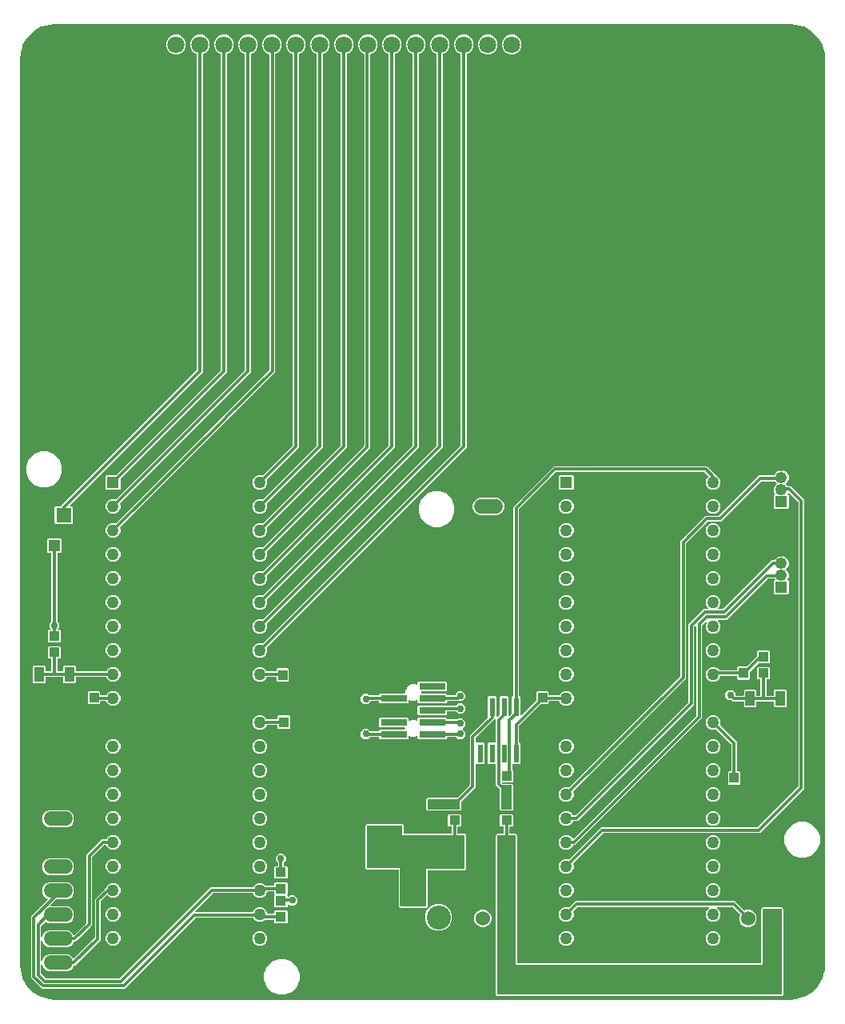
<source format=gbr>
G04 EAGLE Gerber RS-274X export*
G75*
%MOMM*%
%FSLAX34Y34*%
%LPD*%
%INTop Copper*%
%IPPOS*%
%AMOC8*
5,1,8,0,0,1.08239X$1,22.5*%
G01*
%ADD10R,1.267000X1.267000*%
%ADD11C,1.267000*%
%ADD12R,2.790000X0.740000*%
%ADD13R,1.000000X1.550000*%
%ADD14R,1.100000X1.000000*%
%ADD15C,1.530000*%
%ADD16R,0.558800X1.981200*%
%ADD17R,1.854200X3.403600*%
%ADD18C,2.550000*%
%ADD19R,1.000000X1.100000*%
%ADD20R,1.200000X1.200000*%
%ADD21R,1.600000X1.500000*%
%ADD22R,1.248000X1.248000*%
%ADD23C,1.248000*%
%ADD24C,1.524000*%
%ADD25R,1.800000X4.200000*%
%ADD26C,1.800000*%
%ADD27C,4.050000*%
%ADD28C,0.304800*%
%ADD29C,0.756400*%

G36*
X400016Y-386187D02*
X400016Y-386187D01*
X400049Y-386188D01*
X404675Y-385884D01*
X404676Y-385884D01*
X404820Y-385861D01*
X413756Y-383466D01*
X413778Y-383456D01*
X413802Y-383452D01*
X413937Y-383391D01*
X421949Y-378765D01*
X421968Y-378750D01*
X421990Y-378740D01*
X422104Y-378646D01*
X428646Y-372104D01*
X428660Y-372085D01*
X428679Y-372069D01*
X428765Y-371949D01*
X433391Y-363937D01*
X433400Y-363914D01*
X433414Y-363894D01*
X433466Y-363757D01*
X433466Y-363756D01*
X433827Y-362408D01*
X433827Y-362407D01*
X434028Y-361658D01*
X434229Y-360909D01*
X434430Y-360160D01*
X434630Y-359411D01*
X434631Y-359410D01*
X434831Y-358661D01*
X435233Y-357163D01*
X435433Y-356414D01*
X435434Y-356414D01*
X435434Y-356413D01*
X435835Y-354915D01*
X435861Y-354820D01*
X435861Y-354819D01*
X435884Y-354675D01*
X436188Y-350049D01*
X436186Y-350033D01*
X436189Y-350000D01*
X436189Y610000D01*
X436187Y610016D01*
X436188Y610049D01*
X435884Y614675D01*
X435884Y614676D01*
X435861Y614820D01*
X433466Y623756D01*
X433456Y623778D01*
X433452Y623802D01*
X433391Y623937D01*
X428765Y631949D01*
X428750Y631968D01*
X428740Y631990D01*
X428646Y632104D01*
X422104Y638646D01*
X422085Y638660D01*
X422069Y638679D01*
X421949Y638765D01*
X413937Y643391D01*
X413914Y643400D01*
X413894Y643414D01*
X413756Y643466D01*
X404820Y645861D01*
X404819Y645861D01*
X404675Y645884D01*
X400049Y646188D01*
X400033Y646186D01*
X400000Y646189D01*
X-380000Y646189D01*
X-380016Y646187D01*
X-380049Y646188D01*
X-384675Y645884D01*
X-384676Y645884D01*
X-384820Y645861D01*
X-393756Y643466D01*
X-393778Y643456D01*
X-393802Y643452D01*
X-393937Y643391D01*
X-401949Y638765D01*
X-401968Y638750D01*
X-401990Y638740D01*
X-402104Y638646D01*
X-408646Y632104D01*
X-408660Y632085D01*
X-408679Y632069D01*
X-408765Y631949D01*
X-413391Y623937D01*
X-413400Y623914D01*
X-413414Y623894D01*
X-413466Y623756D01*
X-413603Y623245D01*
X-413804Y622496D01*
X-413804Y622495D01*
X-414205Y620997D01*
X-414607Y619499D01*
X-414607Y619498D01*
X-414808Y618749D01*
X-415209Y617251D01*
X-415410Y616502D01*
X-415410Y616501D01*
X-415611Y615752D01*
X-415811Y615003D01*
X-415861Y614820D01*
X-415861Y614818D01*
X-415884Y614675D01*
X-416188Y610049D01*
X-416186Y610033D01*
X-416189Y610000D01*
X-416189Y-350000D01*
X-416187Y-350016D01*
X-416188Y-350049D01*
X-415884Y-354675D01*
X-415884Y-354676D01*
X-415861Y-354820D01*
X-413466Y-363756D01*
X-413456Y-363778D01*
X-413452Y-363802D01*
X-413391Y-363937D01*
X-408765Y-371949D01*
X-408750Y-371968D01*
X-408740Y-371990D01*
X-408646Y-372104D01*
X-402104Y-378646D01*
X-402085Y-378660D01*
X-402069Y-378679D01*
X-401949Y-378765D01*
X-393937Y-383391D01*
X-393914Y-383400D01*
X-393894Y-383414D01*
X-393756Y-383466D01*
X-384820Y-385861D01*
X-384818Y-385861D01*
X-384675Y-385884D01*
X-380049Y-386188D01*
X-380033Y-386186D01*
X-380000Y-386189D01*
X400000Y-386189D01*
X400016Y-386187D01*
G37*
%LPC*%
G36*
X89058Y-382275D02*
X89058Y-382275D01*
X87725Y-380942D01*
X87725Y-212058D01*
X89058Y-210725D01*
X95380Y-210725D01*
X95404Y-210721D01*
X95429Y-210724D01*
X95524Y-210702D01*
X95621Y-210686D01*
X95642Y-210674D01*
X95666Y-210668D01*
X95750Y-210617D01*
X95836Y-210571D01*
X95853Y-210553D01*
X95874Y-210540D01*
X95936Y-210464D01*
X96003Y-210393D01*
X96013Y-210370D01*
X96029Y-210351D01*
X96063Y-210260D01*
X96104Y-210170D01*
X96106Y-210146D01*
X96115Y-210123D01*
X96129Y-209976D01*
X96129Y-203774D01*
X96125Y-203750D01*
X96128Y-203725D01*
X96106Y-203630D01*
X96090Y-203533D01*
X96078Y-203512D01*
X96072Y-203488D01*
X96021Y-203404D01*
X95975Y-203318D01*
X95957Y-203301D01*
X95944Y-203280D01*
X95868Y-203218D01*
X95797Y-203151D01*
X95774Y-203141D01*
X95755Y-203125D01*
X95664Y-203091D01*
X95574Y-203050D01*
X95550Y-203048D01*
X95527Y-203039D01*
X95380Y-203025D01*
X92868Y-203025D01*
X91975Y-202132D01*
X91975Y-190868D01*
X92868Y-189975D01*
X105132Y-189975D01*
X106025Y-190868D01*
X106025Y-202132D01*
X105132Y-203025D01*
X102976Y-203025D01*
X102952Y-203029D01*
X102927Y-203026D01*
X102832Y-203048D01*
X102735Y-203064D01*
X102714Y-203076D01*
X102690Y-203082D01*
X102606Y-203133D01*
X102520Y-203179D01*
X102503Y-203197D01*
X102482Y-203210D01*
X102420Y-203286D01*
X102353Y-203357D01*
X102343Y-203380D01*
X102327Y-203399D01*
X102293Y-203490D01*
X102252Y-203580D01*
X102250Y-203604D01*
X102241Y-203627D01*
X102227Y-203774D01*
X102227Y-209976D01*
X102231Y-210000D01*
X102228Y-210025D01*
X102250Y-210120D01*
X102266Y-210217D01*
X102278Y-210238D01*
X102284Y-210262D01*
X102335Y-210346D01*
X102381Y-210432D01*
X102399Y-210449D01*
X102412Y-210470D01*
X102488Y-210532D01*
X102559Y-210599D01*
X102582Y-210609D01*
X102601Y-210625D01*
X102692Y-210659D01*
X102782Y-210700D01*
X102806Y-210702D01*
X102829Y-210711D01*
X102976Y-210725D01*
X108942Y-210725D01*
X110275Y-212058D01*
X110275Y-346976D01*
X110279Y-347000D01*
X110276Y-347025D01*
X110298Y-347120D01*
X110314Y-347217D01*
X110326Y-347238D01*
X110332Y-347262D01*
X110383Y-347346D01*
X110429Y-347432D01*
X110447Y-347449D01*
X110460Y-347470D01*
X110536Y-347532D01*
X110607Y-347599D01*
X110630Y-347609D01*
X110649Y-347625D01*
X110740Y-347659D01*
X110830Y-347700D01*
X110854Y-347702D01*
X110877Y-347711D01*
X111024Y-347725D01*
X367976Y-347725D01*
X368000Y-347721D01*
X368025Y-347724D01*
X368120Y-347702D01*
X368217Y-347686D01*
X368238Y-347674D01*
X368262Y-347668D01*
X368346Y-347617D01*
X368432Y-347571D01*
X368449Y-347553D01*
X368470Y-347540D01*
X368532Y-347464D01*
X368599Y-347393D01*
X368609Y-347370D01*
X368625Y-347351D01*
X368659Y-347260D01*
X368700Y-347170D01*
X368702Y-347146D01*
X368711Y-347123D01*
X368725Y-346976D01*
X368725Y-290058D01*
X370058Y-288725D01*
X390942Y-288725D01*
X392275Y-290058D01*
X392275Y-380942D01*
X390942Y-382275D01*
X89058Y-382275D01*
G37*
%LPD*%
G36*
X390024Y-380745D02*
X390024Y-380745D01*
X390049Y-380748D01*
X390144Y-380726D01*
X390241Y-380710D01*
X390262Y-380698D01*
X390286Y-380692D01*
X390370Y-380641D01*
X390456Y-380595D01*
X390473Y-380577D01*
X390494Y-380564D01*
X390556Y-380488D01*
X390623Y-380417D01*
X390633Y-380394D01*
X390649Y-380375D01*
X390683Y-380284D01*
X390724Y-380194D01*
X390726Y-380170D01*
X390735Y-380147D01*
X390749Y-380000D01*
X390749Y-291000D01*
X390745Y-290976D01*
X390748Y-290951D01*
X390726Y-290856D01*
X390710Y-290759D01*
X390698Y-290738D01*
X390692Y-290714D01*
X390641Y-290630D01*
X390595Y-290544D01*
X390577Y-290527D01*
X390564Y-290506D01*
X390488Y-290444D01*
X390417Y-290377D01*
X390394Y-290367D01*
X390375Y-290352D01*
X390284Y-290317D01*
X390194Y-290276D01*
X390170Y-290274D01*
X390147Y-290265D01*
X390000Y-290251D01*
X371000Y-290251D01*
X370976Y-290255D01*
X370951Y-290252D01*
X370856Y-290275D01*
X370759Y-290290D01*
X370738Y-290302D01*
X370714Y-290308D01*
X370630Y-290359D01*
X370544Y-290405D01*
X370527Y-290423D01*
X370506Y-290436D01*
X370444Y-290512D01*
X370377Y-290584D01*
X370367Y-290606D01*
X370352Y-290625D01*
X370317Y-290716D01*
X370276Y-290806D01*
X370274Y-290830D01*
X370265Y-290853D01*
X370251Y-291000D01*
X370251Y-349251D01*
X108749Y-349251D01*
X108749Y-213000D01*
X108745Y-212976D01*
X108748Y-212951D01*
X108726Y-212856D01*
X108710Y-212759D01*
X108698Y-212738D01*
X108692Y-212714D01*
X108641Y-212630D01*
X108595Y-212544D01*
X108577Y-212527D01*
X108564Y-212506D01*
X108488Y-212444D01*
X108417Y-212377D01*
X108394Y-212367D01*
X108375Y-212352D01*
X108284Y-212317D01*
X108194Y-212276D01*
X108170Y-212274D01*
X108147Y-212265D01*
X108000Y-212251D01*
X90000Y-212251D01*
X89976Y-212255D01*
X89951Y-212252D01*
X89856Y-212275D01*
X89759Y-212290D01*
X89738Y-212302D01*
X89714Y-212308D01*
X89630Y-212359D01*
X89544Y-212405D01*
X89527Y-212423D01*
X89506Y-212436D01*
X89444Y-212512D01*
X89377Y-212584D01*
X89367Y-212606D01*
X89352Y-212625D01*
X89317Y-212716D01*
X89276Y-212806D01*
X89274Y-212830D01*
X89265Y-212853D01*
X89251Y-213000D01*
X89251Y-380000D01*
X89255Y-380024D01*
X89252Y-380049D01*
X89275Y-380144D01*
X89290Y-380241D01*
X89302Y-380262D01*
X89308Y-380286D01*
X89359Y-380370D01*
X89405Y-380456D01*
X89423Y-380473D01*
X89436Y-380494D01*
X89512Y-380556D01*
X89584Y-380623D01*
X89606Y-380633D01*
X89625Y-380649D01*
X89716Y-380683D01*
X89806Y-380724D01*
X89830Y-380726D01*
X89853Y-380735D01*
X90000Y-380749D01*
X390000Y-380749D01*
X390024Y-380745D01*
G37*
%LPC*%
G36*
X-393157Y-374621D02*
X-393157Y-374621D01*
X-404621Y-363157D01*
X-404621Y-298002D01*
X-387168Y-280550D01*
X-387140Y-280510D01*
X-387104Y-280476D01*
X-387069Y-280411D01*
X-387026Y-280351D01*
X-387012Y-280305D01*
X-386989Y-280261D01*
X-386977Y-280188D01*
X-386955Y-280118D01*
X-386957Y-280069D01*
X-386949Y-280021D01*
X-386961Y-279948D01*
X-386963Y-279874D01*
X-386980Y-279828D01*
X-386988Y-279780D01*
X-387023Y-279715D01*
X-387049Y-279646D01*
X-387080Y-279608D01*
X-387103Y-279564D01*
X-387157Y-279514D01*
X-387204Y-279457D01*
X-387245Y-279431D01*
X-387281Y-279397D01*
X-387410Y-279328D01*
X-387411Y-279328D01*
X-388800Y-278753D01*
X-391373Y-276180D01*
X-392765Y-272819D01*
X-392765Y-269181D01*
X-391373Y-265820D01*
X-388800Y-263247D01*
X-385439Y-261855D01*
X-366561Y-261855D01*
X-363200Y-263247D01*
X-360627Y-265820D01*
X-359235Y-269181D01*
X-359235Y-272819D01*
X-360627Y-276180D01*
X-363200Y-278753D01*
X-366561Y-280145D01*
X-377830Y-280145D01*
X-377926Y-280161D01*
X-378023Y-280170D01*
X-378046Y-280180D01*
X-378070Y-280184D01*
X-378157Y-280230D01*
X-378245Y-280271D01*
X-378271Y-280292D01*
X-378286Y-280299D01*
X-378303Y-280318D01*
X-378360Y-280364D01*
X-383972Y-285976D01*
X-384014Y-286036D01*
X-384065Y-286090D01*
X-384085Y-286134D01*
X-384114Y-286175D01*
X-384135Y-286245D01*
X-384165Y-286312D01*
X-384170Y-286361D01*
X-384185Y-286408D01*
X-384182Y-286481D01*
X-384189Y-286555D01*
X-384178Y-286603D01*
X-384177Y-286652D01*
X-384151Y-286721D01*
X-384134Y-286792D01*
X-384108Y-286834D01*
X-384091Y-286880D01*
X-384044Y-286937D01*
X-384006Y-287000D01*
X-383967Y-287031D01*
X-383936Y-287069D01*
X-383874Y-287108D01*
X-383817Y-287155D01*
X-383771Y-287172D01*
X-383729Y-287198D01*
X-383657Y-287215D01*
X-383589Y-287241D01*
X-383516Y-287248D01*
X-383491Y-287254D01*
X-383475Y-287252D01*
X-383442Y-287255D01*
X-366561Y-287255D01*
X-363200Y-288647D01*
X-360627Y-291220D01*
X-359235Y-294581D01*
X-359235Y-298219D01*
X-360627Y-301580D01*
X-363200Y-304153D01*
X-366561Y-305545D01*
X-385439Y-305545D01*
X-388809Y-304149D01*
X-388811Y-304148D01*
X-388826Y-304129D01*
X-388909Y-304077D01*
X-388989Y-304020D01*
X-389012Y-304013D01*
X-389033Y-304000D01*
X-389129Y-303977D01*
X-389222Y-303949D01*
X-389247Y-303950D01*
X-389271Y-303944D01*
X-389368Y-303954D01*
X-389466Y-303957D01*
X-389489Y-303965D01*
X-389514Y-303968D01*
X-389603Y-304008D01*
X-389695Y-304043D01*
X-389714Y-304058D01*
X-389736Y-304068D01*
X-389850Y-304162D01*
X-393732Y-308043D01*
X-393789Y-308123D01*
X-393851Y-308198D01*
X-393859Y-308221D01*
X-393874Y-308242D01*
X-393902Y-308335D01*
X-393937Y-308426D01*
X-393940Y-308459D01*
X-393945Y-308475D01*
X-393944Y-308500D01*
X-393951Y-308573D01*
X-393951Y-319079D01*
X-393935Y-319175D01*
X-393926Y-319273D01*
X-393916Y-319295D01*
X-393912Y-319320D01*
X-393865Y-319406D01*
X-393825Y-319495D01*
X-393808Y-319513D01*
X-393797Y-319535D01*
X-393725Y-319602D01*
X-393658Y-319673D01*
X-393637Y-319685D01*
X-393619Y-319702D01*
X-393530Y-319742D01*
X-393443Y-319788D01*
X-393419Y-319792D01*
X-393396Y-319802D01*
X-393299Y-319812D01*
X-393203Y-319828D01*
X-393178Y-319824D01*
X-393153Y-319827D01*
X-393058Y-319804D01*
X-392962Y-319789D01*
X-392940Y-319777D01*
X-392916Y-319771D01*
X-392833Y-319720D01*
X-392746Y-319674D01*
X-392730Y-319656D01*
X-392708Y-319643D01*
X-392646Y-319567D01*
X-392579Y-319496D01*
X-392564Y-319467D01*
X-392554Y-319454D01*
X-392545Y-319431D01*
X-392510Y-319366D01*
X-391373Y-316620D01*
X-388800Y-314047D01*
X-385439Y-312655D01*
X-366561Y-312655D01*
X-363200Y-314047D01*
X-360627Y-316620D01*
X-360267Y-317490D01*
X-360241Y-317532D01*
X-360224Y-317578D01*
X-360177Y-317635D01*
X-360138Y-317698D01*
X-360100Y-317729D01*
X-360069Y-317767D01*
X-360007Y-317806D01*
X-359950Y-317852D01*
X-359904Y-317870D01*
X-359862Y-317896D01*
X-359790Y-317912D01*
X-359721Y-317938D01*
X-359672Y-317940D01*
X-359624Y-317951D01*
X-359551Y-317944D01*
X-359477Y-317946D01*
X-359430Y-317932D01*
X-359382Y-317928D01*
X-359314Y-317897D01*
X-359244Y-317876D01*
X-359204Y-317847D01*
X-359159Y-317827D01*
X-359046Y-317734D01*
X-359045Y-317734D01*
X-359045Y-317733D01*
X-346268Y-304957D01*
X-346211Y-304877D01*
X-346149Y-304802D01*
X-346141Y-304779D01*
X-346126Y-304758D01*
X-346098Y-304665D01*
X-346063Y-304574D01*
X-346060Y-304541D01*
X-346055Y-304525D01*
X-346056Y-304500D01*
X-346049Y-304427D01*
X-346049Y-232737D01*
X-344044Y-230732D01*
X-344043Y-230732D01*
X-331968Y-218657D01*
X-329963Y-216651D01*
X-325535Y-216651D01*
X-325397Y-216629D01*
X-325295Y-216612D01*
X-325294Y-216612D01*
X-325180Y-216551D01*
X-325080Y-216497D01*
X-325079Y-216497D01*
X-325001Y-216413D01*
X-324913Y-216319D01*
X-324912Y-216319D01*
X-324912Y-216318D01*
X-324843Y-216189D01*
X-324453Y-215248D01*
X-322242Y-213037D01*
X-319353Y-211840D01*
X-316227Y-211840D01*
X-313338Y-213037D01*
X-311127Y-215248D01*
X-309930Y-218137D01*
X-309930Y-221263D01*
X-311127Y-224152D01*
X-313338Y-226363D01*
X-316227Y-227560D01*
X-319353Y-227560D01*
X-322242Y-226363D01*
X-324453Y-224152D01*
X-324843Y-223211D01*
X-324897Y-223124D01*
X-324971Y-223004D01*
X-324972Y-223004D01*
X-325056Y-222935D01*
X-325160Y-222849D01*
X-325293Y-222799D01*
X-325388Y-222763D01*
X-325389Y-222763D01*
X-325390Y-222763D01*
X-325535Y-222749D01*
X-327127Y-222749D01*
X-327223Y-222765D01*
X-327320Y-222774D01*
X-327343Y-222784D01*
X-327368Y-222788D01*
X-327454Y-222834D01*
X-327542Y-222875D01*
X-327568Y-222896D01*
X-327583Y-222903D01*
X-327600Y-222922D01*
X-327657Y-222968D01*
X-339732Y-235043D01*
X-339789Y-235123D01*
X-339851Y-235198D01*
X-339859Y-235221D01*
X-339874Y-235242D01*
X-339902Y-235335D01*
X-339923Y-235390D01*
X-339926Y-235396D01*
X-339926Y-235397D01*
X-339937Y-235426D01*
X-339940Y-235459D01*
X-339945Y-235475D01*
X-339944Y-235500D01*
X-339951Y-235573D01*
X-339951Y-307263D01*
X-341956Y-309268D01*
X-341957Y-309268D01*
X-355532Y-322843D01*
X-357537Y-324849D01*
X-359244Y-324849D01*
X-359382Y-324871D01*
X-359484Y-324888D01*
X-359485Y-324888D01*
X-359600Y-324950D01*
X-359700Y-325003D01*
X-359778Y-325087D01*
X-359867Y-325181D01*
X-359867Y-325182D01*
X-359936Y-325311D01*
X-360627Y-326980D01*
X-363200Y-329553D01*
X-366561Y-330945D01*
X-385439Y-330945D01*
X-388800Y-329553D01*
X-391373Y-326980D01*
X-392510Y-324234D01*
X-392561Y-324151D01*
X-392607Y-324065D01*
X-392626Y-324048D01*
X-392639Y-324027D01*
X-392714Y-323965D01*
X-392786Y-323898D01*
X-392808Y-323888D01*
X-392827Y-323872D01*
X-392919Y-323838D01*
X-393008Y-323798D01*
X-393032Y-323795D01*
X-393056Y-323786D01*
X-393153Y-323783D01*
X-393251Y-323773D01*
X-393275Y-323779D01*
X-393299Y-323778D01*
X-393393Y-323807D01*
X-393488Y-323829D01*
X-393509Y-323842D01*
X-393533Y-323849D01*
X-393612Y-323906D01*
X-393696Y-323957D01*
X-393711Y-323977D01*
X-393731Y-323991D01*
X-393788Y-324070D01*
X-393851Y-324146D01*
X-393859Y-324169D01*
X-393874Y-324189D01*
X-393902Y-324283D01*
X-393937Y-324374D01*
X-393940Y-324407D01*
X-393945Y-324423D01*
X-393944Y-324448D01*
X-393951Y-324521D01*
X-393951Y-344479D01*
X-393935Y-344575D01*
X-393926Y-344673D01*
X-393916Y-344695D01*
X-393912Y-344720D01*
X-393865Y-344806D01*
X-393825Y-344895D01*
X-393808Y-344913D01*
X-393797Y-344935D01*
X-393725Y-345002D01*
X-393658Y-345073D01*
X-393637Y-345085D01*
X-393619Y-345102D01*
X-393530Y-345142D01*
X-393443Y-345188D01*
X-393419Y-345192D01*
X-393396Y-345202D01*
X-393299Y-345212D01*
X-393203Y-345228D01*
X-393178Y-345224D01*
X-393153Y-345227D01*
X-393058Y-345204D01*
X-392962Y-345189D01*
X-392940Y-345177D01*
X-392916Y-345171D01*
X-392833Y-345120D01*
X-392746Y-345074D01*
X-392730Y-345056D01*
X-392708Y-345043D01*
X-392646Y-344967D01*
X-392579Y-344896D01*
X-392564Y-344867D01*
X-392554Y-344854D01*
X-392545Y-344831D01*
X-392510Y-344766D01*
X-391373Y-342020D01*
X-388800Y-339447D01*
X-385439Y-338055D01*
X-366561Y-338055D01*
X-363200Y-339447D01*
X-360627Y-342020D01*
X-360384Y-342607D01*
X-360358Y-342649D01*
X-360341Y-342695D01*
X-360294Y-342752D01*
X-360255Y-342815D01*
X-360217Y-342846D01*
X-360186Y-342884D01*
X-360124Y-342923D01*
X-360067Y-342970D01*
X-360021Y-342987D01*
X-359979Y-343013D01*
X-359907Y-343030D01*
X-359838Y-343056D01*
X-359789Y-343057D01*
X-359742Y-343068D01*
X-359668Y-343061D01*
X-359594Y-343064D01*
X-359548Y-343049D01*
X-359499Y-343045D01*
X-359431Y-343014D01*
X-359361Y-342993D01*
X-359321Y-342964D01*
X-359276Y-342944D01*
X-359163Y-342851D01*
X-359162Y-342851D01*
X-337268Y-320957D01*
X-337211Y-320877D01*
X-337149Y-320802D01*
X-337141Y-320779D01*
X-337126Y-320758D01*
X-337098Y-320665D01*
X-337063Y-320574D01*
X-337060Y-320541D01*
X-337055Y-320525D01*
X-337056Y-320500D01*
X-337049Y-320427D01*
X-337049Y-279737D01*
X-326768Y-269457D01*
X-325332Y-268020D01*
X-325289Y-267961D01*
X-325239Y-267908D01*
X-325204Y-267842D01*
X-325190Y-267822D01*
X-325185Y-267806D01*
X-325170Y-267777D01*
X-324453Y-266048D01*
X-322242Y-263837D01*
X-319353Y-262640D01*
X-316227Y-262640D01*
X-313338Y-263837D01*
X-311127Y-266048D01*
X-309930Y-268937D01*
X-309930Y-272063D01*
X-311127Y-274952D01*
X-313338Y-277163D01*
X-316227Y-278360D01*
X-319353Y-278360D01*
X-322242Y-277163D01*
X-323517Y-275888D01*
X-323537Y-275874D01*
X-323553Y-275855D01*
X-323635Y-275803D01*
X-323715Y-275746D01*
X-323739Y-275739D01*
X-323760Y-275726D01*
X-323855Y-275704D01*
X-323949Y-275675D01*
X-323973Y-275676D01*
X-323997Y-275670D01*
X-324095Y-275680D01*
X-324193Y-275683D01*
X-324216Y-275692D01*
X-324240Y-275694D01*
X-324329Y-275734D01*
X-324421Y-275769D01*
X-324440Y-275785D01*
X-324462Y-275795D01*
X-324577Y-275888D01*
X-330732Y-282043D01*
X-330789Y-282123D01*
X-330851Y-282198D01*
X-330859Y-282221D01*
X-330874Y-282242D01*
X-330902Y-282335D01*
X-330937Y-282426D01*
X-330940Y-282459D01*
X-330945Y-282475D01*
X-330944Y-282500D01*
X-330951Y-282573D01*
X-330951Y-323263D01*
X-357937Y-350249D01*
X-359244Y-350249D01*
X-359382Y-350271D01*
X-359484Y-350288D01*
X-359485Y-350288D01*
X-359600Y-350350D01*
X-359700Y-350403D01*
X-359778Y-350487D01*
X-359867Y-350581D01*
X-359867Y-350582D01*
X-359936Y-350711D01*
X-360627Y-352380D01*
X-363200Y-354953D01*
X-366561Y-356345D01*
X-385439Y-356345D01*
X-388800Y-354953D01*
X-391373Y-352380D01*
X-392510Y-349634D01*
X-392561Y-349551D01*
X-392607Y-349465D01*
X-392626Y-349448D01*
X-392639Y-349427D01*
X-392714Y-349365D01*
X-392786Y-349298D01*
X-392808Y-349288D01*
X-392827Y-349272D01*
X-392919Y-349238D01*
X-393008Y-349198D01*
X-393032Y-349195D01*
X-393056Y-349186D01*
X-393153Y-349183D01*
X-393251Y-349173D01*
X-393275Y-349179D01*
X-393299Y-349178D01*
X-393393Y-349207D01*
X-393488Y-349229D01*
X-393509Y-349242D01*
X-393533Y-349249D01*
X-393612Y-349306D01*
X-393696Y-349357D01*
X-393711Y-349377D01*
X-393731Y-349391D01*
X-393788Y-349470D01*
X-393851Y-349546D01*
X-393859Y-349569D01*
X-393874Y-349589D01*
X-393902Y-349683D01*
X-393937Y-349774D01*
X-393940Y-349807D01*
X-393945Y-349823D01*
X-393944Y-349848D01*
X-393951Y-349921D01*
X-393951Y-358427D01*
X-393935Y-358523D01*
X-393926Y-358620D01*
X-393916Y-358643D01*
X-393912Y-358668D01*
X-393866Y-358754D01*
X-393825Y-358842D01*
X-393804Y-358868D01*
X-393797Y-358883D01*
X-393778Y-358900D01*
X-393732Y-358957D01*
X-388957Y-363732D01*
X-388877Y-363789D01*
X-388802Y-363851D01*
X-388779Y-363859D01*
X-388758Y-363874D01*
X-388665Y-363902D01*
X-388574Y-363937D01*
X-388541Y-363940D01*
X-388525Y-363945D01*
X-388500Y-363944D01*
X-388427Y-363951D01*
X-311573Y-363951D01*
X-311477Y-363935D01*
X-311380Y-363926D01*
X-311357Y-363916D01*
X-311332Y-363912D01*
X-311246Y-363866D01*
X-311158Y-363825D01*
X-311132Y-363804D01*
X-311117Y-363797D01*
X-311100Y-363778D01*
X-311043Y-363732D01*
X-214763Y-267451D01*
X-169955Y-267451D01*
X-169817Y-267429D01*
X-169715Y-267412D01*
X-169714Y-267412D01*
X-169600Y-267351D01*
X-169500Y-267297D01*
X-169499Y-267297D01*
X-169421Y-267213D01*
X-169333Y-267119D01*
X-169332Y-267119D01*
X-169332Y-267118D01*
X-169263Y-266989D01*
X-168873Y-266048D01*
X-166662Y-263837D01*
X-163773Y-262640D01*
X-160647Y-262640D01*
X-157758Y-263837D01*
X-156363Y-265232D01*
X-156283Y-265289D01*
X-156208Y-265351D01*
X-156185Y-265359D01*
X-156164Y-265374D01*
X-156071Y-265402D01*
X-155980Y-265437D01*
X-155947Y-265440D01*
X-155931Y-265445D01*
X-155906Y-265444D01*
X-155833Y-265451D01*
X-147774Y-265451D01*
X-147750Y-265447D01*
X-147725Y-265450D01*
X-147630Y-265428D01*
X-147533Y-265412D01*
X-147512Y-265400D01*
X-147488Y-265394D01*
X-147404Y-265343D01*
X-147318Y-265297D01*
X-147301Y-265279D01*
X-147280Y-265266D01*
X-147218Y-265190D01*
X-147151Y-265119D01*
X-147141Y-265096D01*
X-147125Y-265077D01*
X-147091Y-264986D01*
X-147050Y-264896D01*
X-147048Y-264872D01*
X-147039Y-264849D01*
X-147025Y-264702D01*
X-147025Y-262868D01*
X-146132Y-261975D01*
X-133868Y-261975D01*
X-132975Y-262868D01*
X-132975Y-274132D01*
X-133314Y-274470D01*
X-133328Y-274490D01*
X-133347Y-274506D01*
X-133399Y-274589D01*
X-133456Y-274668D01*
X-133463Y-274692D01*
X-133476Y-274713D01*
X-133498Y-274808D01*
X-133527Y-274902D01*
X-133526Y-274926D01*
X-133532Y-274950D01*
X-133522Y-275048D01*
X-133519Y-275146D01*
X-133510Y-275169D01*
X-133508Y-275193D01*
X-133468Y-275283D01*
X-133433Y-275374D01*
X-133418Y-275393D01*
X-133408Y-275416D01*
X-133314Y-275530D01*
X-132975Y-275868D01*
X-132975Y-276662D01*
X-132963Y-276734D01*
X-132961Y-276807D01*
X-132944Y-276854D01*
X-132936Y-276902D01*
X-132901Y-276967D01*
X-132875Y-277036D01*
X-132844Y-277074D01*
X-132821Y-277118D01*
X-132767Y-277168D01*
X-132720Y-277225D01*
X-132678Y-277251D01*
X-132643Y-277284D01*
X-132576Y-277315D01*
X-132513Y-277354D01*
X-132465Y-277365D01*
X-132420Y-277385D01*
X-132347Y-277392D01*
X-132276Y-277409D01*
X-132227Y-277404D01*
X-132177Y-277409D01*
X-132106Y-277393D01*
X-132033Y-277385D01*
X-131988Y-277365D01*
X-131940Y-277354D01*
X-131877Y-277315D01*
X-131810Y-277285D01*
X-131754Y-277238D01*
X-131732Y-277225D01*
X-131722Y-277212D01*
X-131696Y-277191D01*
X-130198Y-275693D01*
X-125802Y-275693D01*
X-122693Y-278802D01*
X-122693Y-283198D01*
X-125802Y-286307D01*
X-130198Y-286307D01*
X-131696Y-284809D01*
X-131756Y-284766D01*
X-131810Y-284716D01*
X-131854Y-284695D01*
X-131895Y-284666D01*
X-131965Y-284645D01*
X-132032Y-284615D01*
X-132081Y-284610D01*
X-132128Y-284596D01*
X-132201Y-284598D01*
X-132275Y-284591D01*
X-132323Y-284602D01*
X-132372Y-284604D01*
X-132441Y-284629D01*
X-132512Y-284646D01*
X-132554Y-284672D01*
X-132600Y-284689D01*
X-132657Y-284736D01*
X-132720Y-284775D01*
X-132751Y-284813D01*
X-132789Y-284844D01*
X-132828Y-284906D01*
X-132875Y-284963D01*
X-132892Y-285009D01*
X-132918Y-285051D01*
X-132935Y-285123D01*
X-132961Y-285191D01*
X-132968Y-285265D01*
X-132974Y-285289D01*
X-132972Y-285305D01*
X-132975Y-285338D01*
X-132975Y-287132D01*
X-133868Y-288025D01*
X-146132Y-288025D01*
X-147025Y-287132D01*
X-147025Y-275868D01*
X-146686Y-275530D01*
X-146672Y-275510D01*
X-146653Y-275494D01*
X-146601Y-275411D01*
X-146544Y-275331D01*
X-146537Y-275308D01*
X-146524Y-275287D01*
X-146502Y-275192D01*
X-146473Y-275098D01*
X-146474Y-275073D01*
X-146468Y-275050D01*
X-146478Y-274952D01*
X-146481Y-274854D01*
X-146490Y-274831D01*
X-146492Y-274807D01*
X-146532Y-274717D01*
X-146567Y-274626D01*
X-146582Y-274607D01*
X-146592Y-274584D01*
X-146686Y-274470D01*
X-147025Y-274132D01*
X-147025Y-272298D01*
X-147028Y-272276D01*
X-147026Y-272255D01*
X-147027Y-272253D01*
X-147026Y-272249D01*
X-147048Y-272154D01*
X-147064Y-272057D01*
X-147076Y-272036D01*
X-147082Y-272012D01*
X-147133Y-271928D01*
X-147179Y-271842D01*
X-147197Y-271825D01*
X-147210Y-271804D01*
X-147286Y-271742D01*
X-147357Y-271675D01*
X-147380Y-271665D01*
X-147399Y-271649D01*
X-147490Y-271615D01*
X-147580Y-271574D01*
X-147604Y-271572D01*
X-147627Y-271563D01*
X-147774Y-271549D01*
X-153636Y-271549D01*
X-153774Y-271571D01*
X-153877Y-271588D01*
X-153992Y-271650D01*
X-154092Y-271703D01*
X-154180Y-271796D01*
X-154259Y-271881D01*
X-154260Y-271882D01*
X-154329Y-272011D01*
X-155547Y-274952D01*
X-157758Y-277163D01*
X-160647Y-278360D01*
X-163773Y-278360D01*
X-166662Y-277163D01*
X-168873Y-274952D01*
X-169263Y-274011D01*
X-169317Y-273924D01*
X-169391Y-273804D01*
X-169392Y-273804D01*
X-169476Y-273735D01*
X-169580Y-273649D01*
X-169713Y-273599D01*
X-169808Y-273563D01*
X-169809Y-273563D01*
X-169810Y-273563D01*
X-169955Y-273549D01*
X-211927Y-273549D01*
X-212023Y-273565D01*
X-212120Y-273574D01*
X-212143Y-273584D01*
X-212168Y-273588D01*
X-212254Y-273634D01*
X-212342Y-273675D01*
X-212368Y-273696D01*
X-212383Y-273703D01*
X-212400Y-273722D01*
X-212457Y-273768D01*
X-230916Y-292227D01*
X-230959Y-292287D01*
X-231009Y-292341D01*
X-231029Y-292385D01*
X-231058Y-292426D01*
X-231079Y-292496D01*
X-231110Y-292563D01*
X-231114Y-292612D01*
X-231129Y-292659D01*
X-231126Y-292732D01*
X-231134Y-292806D01*
X-231122Y-292854D01*
X-231121Y-292903D01*
X-231095Y-292972D01*
X-231078Y-293043D01*
X-231052Y-293085D01*
X-231035Y-293131D01*
X-230988Y-293188D01*
X-230950Y-293251D01*
X-230912Y-293282D01*
X-230880Y-293320D01*
X-230818Y-293359D01*
X-230761Y-293406D01*
X-230715Y-293423D01*
X-230673Y-293449D01*
X-230602Y-293466D01*
X-230533Y-293492D01*
X-230460Y-293499D01*
X-230436Y-293505D01*
X-230419Y-293503D01*
X-230386Y-293506D01*
X-170226Y-293506D01*
X-170096Y-293485D01*
X-169986Y-293467D01*
X-169878Y-293409D01*
X-169771Y-293352D01*
X-169770Y-293352D01*
X-169692Y-293268D01*
X-169604Y-293174D01*
X-169603Y-293173D01*
X-169534Y-293044D01*
X-168873Y-291448D01*
X-166662Y-289237D01*
X-163773Y-288040D01*
X-160647Y-288040D01*
X-157758Y-289237D01*
X-155547Y-291448D01*
X-154350Y-294337D01*
X-154350Y-294702D01*
X-154346Y-294726D01*
X-154349Y-294751D01*
X-154327Y-294846D01*
X-154311Y-294943D01*
X-154299Y-294964D01*
X-154293Y-294988D01*
X-154242Y-295072D01*
X-154196Y-295158D01*
X-154178Y-295175D01*
X-154165Y-295196D01*
X-154089Y-295258D01*
X-154018Y-295325D01*
X-153995Y-295335D01*
X-153976Y-295351D01*
X-153885Y-295385D01*
X-153795Y-295426D01*
X-153771Y-295428D01*
X-153748Y-295437D01*
X-153601Y-295451D01*
X-147774Y-295451D01*
X-147750Y-295447D01*
X-147725Y-295450D01*
X-147630Y-295428D01*
X-147533Y-295412D01*
X-147512Y-295400D01*
X-147488Y-295394D01*
X-147404Y-295343D01*
X-147318Y-295297D01*
X-147301Y-295279D01*
X-147280Y-295266D01*
X-147218Y-295190D01*
X-147151Y-295119D01*
X-147141Y-295096D01*
X-147125Y-295077D01*
X-147091Y-294986D01*
X-147050Y-294896D01*
X-147048Y-294872D01*
X-147039Y-294849D01*
X-147025Y-294702D01*
X-147025Y-292868D01*
X-146132Y-291975D01*
X-133868Y-291975D01*
X-132975Y-292868D01*
X-132975Y-304132D01*
X-133868Y-305025D01*
X-146132Y-305025D01*
X-147025Y-304132D01*
X-147025Y-302298D01*
X-147029Y-302274D01*
X-147026Y-302249D01*
X-147048Y-302154D01*
X-147064Y-302057D01*
X-147076Y-302036D01*
X-147082Y-302012D01*
X-147133Y-301928D01*
X-147179Y-301842D01*
X-147197Y-301825D01*
X-147210Y-301804D01*
X-147286Y-301742D01*
X-147357Y-301675D01*
X-147380Y-301665D01*
X-147399Y-301649D01*
X-147490Y-301615D01*
X-147580Y-301574D01*
X-147604Y-301572D01*
X-147627Y-301563D01*
X-147774Y-301549D01*
X-156433Y-301549D01*
X-156529Y-301565D01*
X-156626Y-301574D01*
X-156649Y-301584D01*
X-156674Y-301588D01*
X-156760Y-301634D01*
X-156849Y-301675D01*
X-156874Y-301696D01*
X-156889Y-301703D01*
X-156906Y-301722D01*
X-156963Y-301768D01*
X-157758Y-302563D01*
X-160647Y-303760D01*
X-163773Y-303760D01*
X-166662Y-302563D01*
X-168873Y-300352D01*
X-168992Y-300066D01*
X-169042Y-299986D01*
X-169120Y-299859D01*
X-169205Y-299790D01*
X-169309Y-299704D01*
X-169441Y-299654D01*
X-169537Y-299618D01*
X-169538Y-299618D01*
X-169684Y-299604D01*
X-229982Y-299604D01*
X-230078Y-299620D01*
X-230175Y-299629D01*
X-230198Y-299639D01*
X-230223Y-299643D01*
X-230309Y-299689D01*
X-230397Y-299730D01*
X-230423Y-299751D01*
X-230438Y-299758D01*
X-230455Y-299777D01*
X-230512Y-299823D01*
X-305309Y-374621D01*
X-393157Y-374621D01*
G37*
%LPD*%
%LPC*%
G36*
X15058Y-186275D02*
X15058Y-186275D01*
X13725Y-184942D01*
X13725Y-174058D01*
X15058Y-172725D01*
X46153Y-172725D01*
X46249Y-172709D01*
X46346Y-172700D01*
X46369Y-172690D01*
X46394Y-172686D01*
X46480Y-172640D01*
X46568Y-172599D01*
X46594Y-172578D01*
X46609Y-172571D01*
X46626Y-172552D01*
X46683Y-172506D01*
X59732Y-159457D01*
X59789Y-159377D01*
X59851Y-159302D01*
X59859Y-159279D01*
X59874Y-159258D01*
X59902Y-159165D01*
X59937Y-159074D01*
X59940Y-159041D01*
X59945Y-159025D01*
X59944Y-159000D01*
X59951Y-158927D01*
X59951Y-106737D01*
X79112Y-87577D01*
X79169Y-87497D01*
X79231Y-87422D01*
X79239Y-87399D01*
X79254Y-87378D01*
X79282Y-87285D01*
X79317Y-87194D01*
X79320Y-87161D01*
X79325Y-87145D01*
X79324Y-87120D01*
X79331Y-87047D01*
X79331Y-65824D01*
X80224Y-64931D01*
X87076Y-64931D01*
X87969Y-65824D01*
X87969Y-86623D01*
X87981Y-86695D01*
X87983Y-86769D01*
X88000Y-86815D01*
X88008Y-86864D01*
X88043Y-86928D01*
X88069Y-86997D01*
X88100Y-87035D01*
X88123Y-87079D01*
X88177Y-87129D01*
X88224Y-87186D01*
X88266Y-87212D01*
X88301Y-87246D01*
X88368Y-87276D01*
X88431Y-87315D01*
X88479Y-87326D01*
X88524Y-87347D01*
X88597Y-87354D01*
X88668Y-87370D01*
X88717Y-87366D01*
X88767Y-87371D01*
X88838Y-87354D01*
X88911Y-87347D01*
X88956Y-87326D01*
X89004Y-87315D01*
X89067Y-87277D01*
X89134Y-87246D01*
X89190Y-87200D01*
X89212Y-87187D01*
X89222Y-87174D01*
X89248Y-87153D01*
X89408Y-86992D01*
X89409Y-86992D01*
X91812Y-84589D01*
X91869Y-84509D01*
X91931Y-84434D01*
X91939Y-84411D01*
X91954Y-84390D01*
X91982Y-84297D01*
X92017Y-84206D01*
X92020Y-84173D01*
X92025Y-84157D01*
X92024Y-84132D01*
X92031Y-84059D01*
X92031Y-65824D01*
X92924Y-64931D01*
X99776Y-64931D01*
X100669Y-65824D01*
X100669Y-85623D01*
X100681Y-85695D01*
X100683Y-85769D01*
X100700Y-85815D01*
X100708Y-85864D01*
X100743Y-85928D01*
X100769Y-85997D01*
X100800Y-86035D01*
X100823Y-86079D01*
X100877Y-86129D01*
X100924Y-86186D01*
X100966Y-86212D01*
X101001Y-86246D01*
X101068Y-86276D01*
X101131Y-86315D01*
X101179Y-86326D01*
X101224Y-86347D01*
X101297Y-86354D01*
X101368Y-86370D01*
X101417Y-86366D01*
X101467Y-86371D01*
X101538Y-86354D01*
X101611Y-86347D01*
X101656Y-86327D01*
X101704Y-86315D01*
X101767Y-86277D01*
X101834Y-86246D01*
X101890Y-86200D01*
X101912Y-86187D01*
X101922Y-86174D01*
X101948Y-86153D01*
X104512Y-83589D01*
X104569Y-83509D01*
X104631Y-83434D01*
X104639Y-83411D01*
X104654Y-83390D01*
X104682Y-83297D01*
X104717Y-83206D01*
X104720Y-83173D01*
X104725Y-83157D01*
X104724Y-83132D01*
X104731Y-83059D01*
X104731Y-65824D01*
X105782Y-64774D01*
X105839Y-64695D01*
X105901Y-64619D01*
X105909Y-64596D01*
X105924Y-64576D01*
X105952Y-64482D01*
X105987Y-64391D01*
X105990Y-64358D01*
X105995Y-64342D01*
X105994Y-64317D01*
X106001Y-64244D01*
X106001Y135313D01*
X149037Y178349D01*
X311053Y178349D01*
X320765Y168637D01*
X320824Y168594D01*
X320877Y168544D01*
X320943Y168509D01*
X320963Y168495D01*
X320979Y168490D01*
X321008Y168475D01*
X322242Y167963D01*
X324453Y165752D01*
X325650Y162863D01*
X325650Y159737D01*
X324453Y156848D01*
X322242Y154637D01*
X319353Y153440D01*
X316227Y153440D01*
X313338Y154637D01*
X311127Y156848D01*
X309930Y159737D01*
X309930Y162863D01*
X311127Y165752D01*
X312547Y167172D01*
X312561Y167192D01*
X312580Y167208D01*
X312632Y167290D01*
X312689Y167370D01*
X312696Y167394D01*
X312709Y167415D01*
X312731Y167510D01*
X312760Y167604D01*
X312759Y167628D01*
X312765Y167652D01*
X312755Y167750D01*
X312752Y167848D01*
X312743Y167871D01*
X312741Y167895D01*
X312701Y167984D01*
X312666Y168076D01*
X312650Y168095D01*
X312640Y168117D01*
X312547Y168232D01*
X308747Y172032D01*
X308667Y172089D01*
X308592Y172151D01*
X308569Y172159D01*
X308548Y172174D01*
X308455Y172202D01*
X308364Y172237D01*
X308331Y172240D01*
X308315Y172245D01*
X308290Y172244D01*
X308217Y172251D01*
X151873Y172251D01*
X151777Y172235D01*
X151680Y172226D01*
X151657Y172216D01*
X151632Y172212D01*
X151546Y172166D01*
X151458Y172125D01*
X151432Y172104D01*
X151417Y172097D01*
X151400Y172078D01*
X151343Y172032D01*
X112318Y133007D01*
X112261Y132927D01*
X112199Y132852D01*
X112191Y132829D01*
X112176Y132808D01*
X112148Y132715D01*
X112113Y132624D01*
X112110Y132591D01*
X112105Y132575D01*
X112106Y132550D01*
X112099Y132477D01*
X112099Y-64244D01*
X112115Y-64340D01*
X112124Y-64437D01*
X112134Y-64460D01*
X112138Y-64485D01*
X112184Y-64571D01*
X112225Y-64660D01*
X112246Y-64685D01*
X112253Y-64700D01*
X112272Y-64717D01*
X112318Y-64774D01*
X113369Y-65824D01*
X113369Y-85011D01*
X113371Y-85027D01*
X113370Y-85039D01*
X113381Y-85084D01*
X113383Y-85157D01*
X113400Y-85203D01*
X113408Y-85252D01*
X113443Y-85316D01*
X113469Y-85385D01*
X113500Y-85423D01*
X113523Y-85467D01*
X113577Y-85517D01*
X113624Y-85574D01*
X113666Y-85600D01*
X113701Y-85634D01*
X113768Y-85664D01*
X113831Y-85703D01*
X113879Y-85714D01*
X113924Y-85735D01*
X113997Y-85742D01*
X114068Y-85758D01*
X114117Y-85754D01*
X114167Y-85759D01*
X114238Y-85742D01*
X114311Y-85735D01*
X114356Y-85715D01*
X114404Y-85703D01*
X114467Y-85665D01*
X114534Y-85634D01*
X114590Y-85588D01*
X114612Y-85575D01*
X114622Y-85562D01*
X114648Y-85541D01*
X130256Y-69933D01*
X130313Y-69853D01*
X130375Y-69778D01*
X130383Y-69755D01*
X130398Y-69734D01*
X130426Y-69641D01*
X130461Y-69550D01*
X130464Y-69517D01*
X130469Y-69501D01*
X130468Y-69476D01*
X130475Y-69403D01*
X130475Y-60368D01*
X131368Y-59475D01*
X142632Y-59475D01*
X143525Y-60368D01*
X143525Y-63502D01*
X143529Y-63526D01*
X143526Y-63551D01*
X143548Y-63646D01*
X143564Y-63743D01*
X143576Y-63764D01*
X143582Y-63788D01*
X143633Y-63872D01*
X143679Y-63958D01*
X143697Y-63975D01*
X143710Y-63996D01*
X143786Y-64058D01*
X143857Y-64125D01*
X143880Y-64135D01*
X143899Y-64151D01*
X143990Y-64185D01*
X144080Y-64226D01*
X144104Y-64228D01*
X144127Y-64237D01*
X144274Y-64251D01*
X154465Y-64251D01*
X154595Y-64230D01*
X154705Y-64212D01*
X154706Y-64212D01*
X154831Y-64145D01*
X154920Y-64097D01*
X154921Y-64097D01*
X155009Y-64003D01*
X155087Y-63919D01*
X155088Y-63919D01*
X155088Y-63918D01*
X155157Y-63789D01*
X155547Y-62848D01*
X157758Y-60637D01*
X160647Y-59440D01*
X163773Y-59440D01*
X166662Y-60637D01*
X168873Y-62848D01*
X170070Y-65737D01*
X170070Y-68863D01*
X168873Y-71752D01*
X166662Y-73963D01*
X163773Y-75160D01*
X160647Y-75160D01*
X157758Y-73963D01*
X155547Y-71752D01*
X155157Y-70811D01*
X155105Y-70728D01*
X155029Y-70604D01*
X155028Y-70604D01*
X154933Y-70526D01*
X154840Y-70449D01*
X154714Y-70402D01*
X154612Y-70363D01*
X154611Y-70363D01*
X154465Y-70349D01*
X144274Y-70349D01*
X144250Y-70353D01*
X144225Y-70350D01*
X144130Y-70372D01*
X144033Y-70388D01*
X144012Y-70400D01*
X143988Y-70406D01*
X143904Y-70457D01*
X143818Y-70503D01*
X143801Y-70521D01*
X143780Y-70534D01*
X143718Y-70610D01*
X143651Y-70681D01*
X143641Y-70704D01*
X143625Y-70723D01*
X143591Y-70814D01*
X143550Y-70904D01*
X143548Y-70928D01*
X143539Y-70951D01*
X143525Y-71098D01*
X143525Y-72632D01*
X142632Y-73525D01*
X135597Y-73525D01*
X135501Y-73541D01*
X135404Y-73550D01*
X135381Y-73560D01*
X135356Y-73564D01*
X135270Y-73610D01*
X135182Y-73651D01*
X135156Y-73672D01*
X135141Y-73679D01*
X135124Y-73698D01*
X135067Y-73744D01*
X112318Y-96493D01*
X112261Y-96573D01*
X112199Y-96648D01*
X112191Y-96671D01*
X112176Y-96692D01*
X112148Y-96785D01*
X112113Y-96876D01*
X112110Y-96909D01*
X112105Y-96925D01*
X112106Y-96950D01*
X112099Y-97023D01*
X112099Y-113520D01*
X112115Y-113616D01*
X112124Y-113713D01*
X112134Y-113736D01*
X112138Y-113761D01*
X112184Y-113847D01*
X112225Y-113936D01*
X112246Y-113961D01*
X112253Y-113976D01*
X112272Y-113993D01*
X112318Y-114050D01*
X113369Y-115100D01*
X113369Y-136176D01*
X112476Y-137069D01*
X105990Y-137069D01*
X105966Y-137073D01*
X105941Y-137070D01*
X105846Y-137092D01*
X105749Y-137108D01*
X105728Y-137120D01*
X105704Y-137126D01*
X105620Y-137177D01*
X105534Y-137223D01*
X105517Y-137241D01*
X105496Y-137254D01*
X105434Y-137330D01*
X105367Y-137401D01*
X105357Y-137424D01*
X105341Y-137443D01*
X105307Y-137534D01*
X105266Y-137624D01*
X105264Y-137648D01*
X105255Y-137671D01*
X105241Y-137818D01*
X105241Y-142774D01*
X105257Y-142870D01*
X105266Y-142967D01*
X105276Y-142990D01*
X105280Y-143015D01*
X105326Y-143101D01*
X105367Y-143190D01*
X105388Y-143215D01*
X105395Y-143230D01*
X105414Y-143247D01*
X105460Y-143304D01*
X106025Y-143868D01*
X106025Y-155132D01*
X105132Y-156025D01*
X94645Y-156025D01*
X94573Y-156037D01*
X94499Y-156039D01*
X94453Y-156056D01*
X94404Y-156064D01*
X94340Y-156099D01*
X94271Y-156125D01*
X94233Y-156156D01*
X94189Y-156179D01*
X94139Y-156233D01*
X94082Y-156280D01*
X94056Y-156322D01*
X94022Y-156357D01*
X93992Y-156424D01*
X93953Y-156487D01*
X93942Y-156535D01*
X93921Y-156580D01*
X93914Y-156653D01*
X93898Y-156724D01*
X93902Y-156773D01*
X93897Y-156823D01*
X93914Y-156894D01*
X93921Y-156967D01*
X93942Y-157012D01*
X93953Y-157060D01*
X93991Y-157123D01*
X94022Y-157190D01*
X94068Y-157246D01*
X94081Y-157268D01*
X94094Y-157278D01*
X94115Y-157304D01*
X94317Y-157506D01*
X94397Y-157563D01*
X94472Y-157625D01*
X94495Y-157633D01*
X94516Y-157648D01*
X94609Y-157676D01*
X94700Y-157711D01*
X94733Y-157714D01*
X94749Y-157719D01*
X94774Y-157718D01*
X94847Y-157725D01*
X104942Y-157725D01*
X106275Y-159058D01*
X106275Y-184942D01*
X104942Y-186275D01*
X93058Y-186275D01*
X91725Y-184942D01*
X91725Y-163847D01*
X91709Y-163751D01*
X91700Y-163654D01*
X91690Y-163631D01*
X91686Y-163606D01*
X91640Y-163520D01*
X91599Y-163432D01*
X91578Y-163406D01*
X91571Y-163391D01*
X91552Y-163374D01*
X91506Y-163317D01*
X87403Y-159215D01*
X87403Y-137818D01*
X87399Y-137794D01*
X87402Y-137769D01*
X87380Y-137674D01*
X87364Y-137577D01*
X87352Y-137556D01*
X87346Y-137532D01*
X87295Y-137448D01*
X87249Y-137362D01*
X87231Y-137345D01*
X87218Y-137324D01*
X87142Y-137262D01*
X87071Y-137195D01*
X87048Y-137185D01*
X87029Y-137169D01*
X86938Y-137135D01*
X86848Y-137094D01*
X86824Y-137092D01*
X86801Y-137083D01*
X86654Y-137069D01*
X80224Y-137069D01*
X79331Y-136176D01*
X79331Y-115100D01*
X80224Y-114207D01*
X86654Y-114207D01*
X86678Y-114203D01*
X86703Y-114206D01*
X86798Y-114184D01*
X86895Y-114168D01*
X86916Y-114156D01*
X86940Y-114150D01*
X87024Y-114099D01*
X87110Y-114053D01*
X87127Y-114035D01*
X87148Y-114022D01*
X87210Y-113946D01*
X87277Y-113875D01*
X87287Y-113852D01*
X87303Y-113833D01*
X87337Y-113742D01*
X87378Y-113652D01*
X87380Y-113628D01*
X87389Y-113605D01*
X87403Y-113458D01*
X87403Y-89717D01*
X87391Y-89645D01*
X87389Y-89571D01*
X87372Y-89525D01*
X87364Y-89476D01*
X87329Y-89412D01*
X87303Y-89343D01*
X87272Y-89305D01*
X87249Y-89261D01*
X87195Y-89211D01*
X87148Y-89154D01*
X87107Y-89128D01*
X87071Y-89094D01*
X87004Y-89064D01*
X86941Y-89025D01*
X86893Y-89014D01*
X86848Y-88993D01*
X86775Y-88986D01*
X86704Y-88970D01*
X86655Y-88974D01*
X86605Y-88969D01*
X86534Y-88986D01*
X86461Y-88993D01*
X86416Y-89013D01*
X86368Y-89025D01*
X86305Y-89063D01*
X86238Y-89094D01*
X86182Y-89140D01*
X86160Y-89153D01*
X86150Y-89166D01*
X86124Y-89187D01*
X66268Y-109043D01*
X66211Y-109123D01*
X66149Y-109198D01*
X66141Y-109221D01*
X66126Y-109242D01*
X66098Y-109335D01*
X66063Y-109426D01*
X66060Y-109459D01*
X66055Y-109475D01*
X66056Y-109500D01*
X66049Y-109573D01*
X66049Y-113874D01*
X66061Y-113947D01*
X66063Y-114020D01*
X66080Y-114066D01*
X66088Y-114115D01*
X66123Y-114180D01*
X66149Y-114248D01*
X66180Y-114287D01*
X66203Y-114330D01*
X66257Y-114380D01*
X66304Y-114437D01*
X66346Y-114463D01*
X66381Y-114497D01*
X66448Y-114527D01*
X66511Y-114566D01*
X66559Y-114577D01*
X66604Y-114598D01*
X66677Y-114605D01*
X66748Y-114622D01*
X66797Y-114617D01*
X66847Y-114622D01*
X66918Y-114605D01*
X66991Y-114598D01*
X67036Y-114578D01*
X67084Y-114567D01*
X67147Y-114528D01*
X67214Y-114498D01*
X67270Y-114451D01*
X67292Y-114438D01*
X67302Y-114425D01*
X67328Y-114404D01*
X67524Y-114207D01*
X74376Y-114207D01*
X75269Y-115100D01*
X75269Y-136176D01*
X74376Y-137069D01*
X67524Y-137069D01*
X67328Y-136872D01*
X67268Y-136829D01*
X67214Y-136779D01*
X67170Y-136759D01*
X67129Y-136730D01*
X67059Y-136709D01*
X66992Y-136678D01*
X66943Y-136673D01*
X66896Y-136659D01*
X66823Y-136661D01*
X66749Y-136654D01*
X66701Y-136665D01*
X66652Y-136667D01*
X66583Y-136693D01*
X66512Y-136709D01*
X66470Y-136735D01*
X66424Y-136753D01*
X66367Y-136799D01*
X66304Y-136838D01*
X66273Y-136876D01*
X66235Y-136907D01*
X66196Y-136970D01*
X66149Y-137027D01*
X66132Y-137073D01*
X66106Y-137115D01*
X66089Y-137186D01*
X66063Y-137255D01*
X66056Y-137328D01*
X66050Y-137352D01*
X66052Y-137369D01*
X66049Y-137402D01*
X66049Y-161763D01*
X51494Y-176317D01*
X51437Y-176397D01*
X51375Y-176472D01*
X51367Y-176495D01*
X51352Y-176516D01*
X51324Y-176609D01*
X51289Y-176700D01*
X51286Y-176733D01*
X51281Y-176749D01*
X51282Y-176774D01*
X51275Y-176847D01*
X51275Y-184942D01*
X49942Y-186275D01*
X15058Y-186275D01*
G37*
%LPD*%
%LPC*%
G36*
X160647Y-252960D02*
X160647Y-252960D01*
X157758Y-251763D01*
X155547Y-249552D01*
X154350Y-246663D01*
X154350Y-243537D01*
X155547Y-240648D01*
X157758Y-238437D01*
X160647Y-237240D01*
X163773Y-237240D01*
X164714Y-237630D01*
X164830Y-237657D01*
X164951Y-237685D01*
X164952Y-237685D01*
X165083Y-237673D01*
X165194Y-237662D01*
X165195Y-237662D01*
X165313Y-237608D01*
X165417Y-237561D01*
X165418Y-237560D01*
X165531Y-237468D01*
X199047Y-203951D01*
X364427Y-203951D01*
X364523Y-203935D01*
X364620Y-203926D01*
X364643Y-203916D01*
X364668Y-203912D01*
X364754Y-203866D01*
X364842Y-203825D01*
X364868Y-203804D01*
X364883Y-203797D01*
X364900Y-203778D01*
X364957Y-203732D01*
X407732Y-160957D01*
X407789Y-160877D01*
X407851Y-160802D01*
X407859Y-160779D01*
X407874Y-160758D01*
X407902Y-160665D01*
X407937Y-160574D01*
X407940Y-160541D01*
X407945Y-160525D01*
X407944Y-160500D01*
X407951Y-160427D01*
X407951Y140217D01*
X407935Y140314D01*
X407926Y140411D01*
X407916Y140433D01*
X407912Y140458D01*
X407866Y140544D01*
X407825Y140633D01*
X407804Y140659D01*
X407797Y140673D01*
X407778Y140690D01*
X407732Y140747D01*
X398135Y150343D01*
X398096Y150372D01*
X398062Y150408D01*
X397997Y150443D01*
X397937Y150486D01*
X397890Y150500D01*
X397847Y150523D01*
X397774Y150535D01*
X397704Y150556D01*
X397655Y150555D01*
X397606Y150563D01*
X397533Y150551D01*
X397460Y150549D01*
X397414Y150531D01*
X397365Y150523D01*
X397300Y150489D01*
X397231Y150463D01*
X397193Y150432D01*
X397150Y150409D01*
X397100Y150355D01*
X397043Y150308D01*
X397017Y150266D01*
X396983Y150231D01*
X396914Y150101D01*
X396913Y150100D01*
X396702Y149589D01*
X396669Y149447D01*
X396646Y149352D01*
X396646Y149351D01*
X396661Y149204D01*
X396670Y149109D01*
X396670Y149108D01*
X396717Y149004D01*
X396770Y148887D01*
X396771Y148886D01*
X396864Y148772D01*
X397765Y147872D01*
X397765Y134128D01*
X396872Y133235D01*
X383128Y133235D01*
X382235Y134128D01*
X382235Y147872D01*
X383136Y148772D01*
X383209Y148874D01*
X383278Y148970D01*
X383278Y148971D01*
X383306Y149061D01*
X383349Y149204D01*
X383345Y149327D01*
X383341Y149447D01*
X383341Y149448D01*
X383341Y149449D01*
X383298Y149589D01*
X382235Y152156D01*
X382235Y155245D01*
X383417Y158098D01*
X384839Y159520D01*
X384853Y159540D01*
X384872Y159556D01*
X384924Y159639D01*
X384981Y159719D01*
X384988Y159742D01*
X385001Y159763D01*
X385024Y159858D01*
X385052Y159952D01*
X385051Y159976D01*
X385057Y160000D01*
X385048Y160098D01*
X385044Y160196D01*
X385036Y160219D01*
X385033Y160243D01*
X384993Y160332D01*
X384958Y160424D01*
X384943Y160443D01*
X384933Y160466D01*
X384839Y160580D01*
X383356Y162063D01*
X383336Y162095D01*
X383336Y162096D01*
X383251Y162165D01*
X383147Y162250D01*
X383147Y162251D01*
X383041Y162291D01*
X382919Y162337D01*
X382772Y162351D01*
X368994Y162351D01*
X368897Y162335D01*
X368800Y162326D01*
X368778Y162316D01*
X368753Y162312D01*
X368667Y162266D01*
X368578Y162225D01*
X368552Y162204D01*
X368538Y162197D01*
X368521Y162178D01*
X368464Y162132D01*
X326283Y119951D01*
X312573Y119951D01*
X312477Y119935D01*
X312380Y119926D01*
X312357Y119916D01*
X312332Y119912D01*
X312246Y119866D01*
X312158Y119825D01*
X312132Y119804D01*
X312117Y119797D01*
X312100Y119778D01*
X312043Y119732D01*
X289268Y96957D01*
X289211Y96877D01*
X289149Y96802D01*
X289141Y96779D01*
X289126Y96758D01*
X289098Y96665D01*
X289063Y96574D01*
X289060Y96541D01*
X289055Y96525D01*
X289056Y96500D01*
X289049Y96427D01*
X289049Y-46373D01*
X169842Y-165579D01*
X169763Y-165690D01*
X169701Y-165777D01*
X169700Y-165777D01*
X169667Y-165888D01*
X169629Y-166010D01*
X169629Y-166011D01*
X169634Y-166165D01*
X169637Y-166254D01*
X169637Y-166255D01*
X169638Y-166256D01*
X169680Y-166396D01*
X170070Y-167337D01*
X170070Y-170463D01*
X168873Y-173352D01*
X166662Y-175563D01*
X163773Y-176760D01*
X160647Y-176760D01*
X157758Y-175563D01*
X155547Y-173352D01*
X154350Y-170463D01*
X154350Y-167337D01*
X155547Y-164448D01*
X157758Y-162237D01*
X160647Y-161040D01*
X163773Y-161040D01*
X164714Y-161430D01*
X164830Y-161457D01*
X164951Y-161485D01*
X164952Y-161485D01*
X165083Y-161473D01*
X165194Y-161462D01*
X165195Y-161462D01*
X165313Y-161408D01*
X165417Y-161361D01*
X165418Y-161360D01*
X165531Y-161268D01*
X282732Y-44067D01*
X282789Y-43987D01*
X282851Y-43912D01*
X282859Y-43889D01*
X282874Y-43868D01*
X282902Y-43775D01*
X282937Y-43684D01*
X282940Y-43651D01*
X282945Y-43635D01*
X282944Y-43610D01*
X282951Y-43537D01*
X282951Y99263D01*
X307732Y124043D01*
X309737Y126049D01*
X323447Y126049D01*
X323544Y126065D01*
X323640Y126074D01*
X323663Y126084D01*
X323688Y126088D01*
X323774Y126134D01*
X323863Y126175D01*
X323888Y126196D01*
X323903Y126203D01*
X323920Y126222D01*
X323977Y126268D01*
X366158Y168449D01*
X381944Y168449D01*
X382074Y168470D01*
X382184Y168488D01*
X382292Y168546D01*
X382399Y168603D01*
X382464Y168672D01*
X382566Y168781D01*
X382567Y168782D01*
X382636Y168911D01*
X383417Y170798D01*
X385602Y172983D01*
X388455Y174165D01*
X391545Y174165D01*
X394398Y172983D01*
X396583Y170798D01*
X397765Y167945D01*
X397765Y164855D01*
X396583Y162002D01*
X395161Y160580D01*
X395146Y160560D01*
X395128Y160544D01*
X395076Y160461D01*
X395019Y160381D01*
X395012Y160358D01*
X394999Y160337D01*
X394976Y160242D01*
X394948Y160148D01*
X394949Y160123D01*
X394943Y160100D01*
X394952Y160002D01*
X394956Y159904D01*
X394964Y159881D01*
X394967Y159857D01*
X395007Y159767D01*
X395042Y159676D01*
X395057Y159657D01*
X395067Y159634D01*
X395161Y159520D01*
X396583Y158098D01*
X396706Y157800D01*
X396706Y157799D01*
X396757Y157718D01*
X396835Y157592D01*
X396922Y157521D01*
X397023Y157437D01*
X397024Y157437D01*
X397132Y157397D01*
X397252Y157351D01*
X397253Y157351D01*
X397399Y157337D01*
X399765Y157337D01*
X414049Y143053D01*
X414049Y-163263D01*
X367263Y-210049D01*
X201883Y-210049D01*
X201787Y-210065D01*
X201690Y-210074D01*
X201667Y-210084D01*
X201642Y-210088D01*
X201556Y-210134D01*
X201468Y-210175D01*
X201442Y-210196D01*
X201427Y-210203D01*
X201410Y-210222D01*
X201353Y-210268D01*
X169842Y-241779D01*
X169763Y-241890D01*
X169701Y-241977D01*
X169700Y-241977D01*
X169667Y-242088D01*
X169629Y-242210D01*
X169629Y-242211D01*
X169634Y-242348D01*
X169635Y-242380D01*
X169635Y-242382D01*
X169635Y-242383D01*
X169637Y-242454D01*
X169637Y-242455D01*
X169638Y-242456D01*
X169680Y-242596D01*
X170070Y-243537D01*
X170070Y-246663D01*
X168873Y-249552D01*
X166662Y-251763D01*
X163773Y-252960D01*
X160647Y-252960D01*
G37*
%LPD*%
%LPC*%
G36*
X-13942Y-289275D02*
X-13942Y-289275D01*
X-15275Y-287942D01*
X-15275Y-249024D01*
X-15279Y-249000D01*
X-15276Y-248975D01*
X-15298Y-248880D01*
X-15314Y-248783D01*
X-15326Y-248762D01*
X-15332Y-248738D01*
X-15383Y-248654D01*
X-15429Y-248568D01*
X-15447Y-248551D01*
X-15460Y-248530D01*
X-15536Y-248468D01*
X-15607Y-248401D01*
X-15630Y-248391D01*
X-15649Y-248375D01*
X-15740Y-248341D01*
X-15830Y-248300D01*
X-15854Y-248298D01*
X-15877Y-248289D01*
X-16024Y-248275D01*
X-48942Y-248275D01*
X-50275Y-246942D01*
X-50275Y-246692D01*
X-50291Y-246596D01*
X-50300Y-246499D01*
X-50310Y-246476D01*
X-50314Y-246451D01*
X-50360Y-246365D01*
X-50401Y-246276D01*
X-50422Y-246251D01*
X-50429Y-246236D01*
X-50448Y-246219D01*
X-50494Y-246162D01*
X-50525Y-246132D01*
X-50525Y-202868D01*
X-50494Y-202838D01*
X-50437Y-202759D01*
X-50375Y-202683D01*
X-50367Y-202660D01*
X-50352Y-202640D01*
X-50324Y-202546D01*
X-50289Y-202455D01*
X-50286Y-202422D01*
X-50281Y-202406D01*
X-50282Y-202381D01*
X-50275Y-202308D01*
X-50275Y-202058D01*
X-48942Y-200725D01*
X-11058Y-200725D01*
X-9725Y-202058D01*
X-9725Y-209976D01*
X-9721Y-210000D01*
X-9724Y-210025D01*
X-9702Y-210120D01*
X-9686Y-210217D01*
X-9674Y-210238D01*
X-9668Y-210262D01*
X-9617Y-210346D01*
X-9571Y-210432D01*
X-9553Y-210449D01*
X-9540Y-210470D01*
X-9464Y-210532D01*
X-9393Y-210599D01*
X-9370Y-210609D01*
X-9351Y-210625D01*
X-9260Y-210659D01*
X-9170Y-210700D01*
X-9146Y-210702D01*
X-9123Y-210711D01*
X-8976Y-210725D01*
X40202Y-210725D01*
X40226Y-210721D01*
X40251Y-210724D01*
X40346Y-210702D01*
X40443Y-210686D01*
X40464Y-210674D01*
X40488Y-210668D01*
X40572Y-210617D01*
X40658Y-210571D01*
X40675Y-210553D01*
X40696Y-210540D01*
X40758Y-210464D01*
X40825Y-210393D01*
X40835Y-210370D01*
X40851Y-210351D01*
X40885Y-210260D01*
X40926Y-210170D01*
X40928Y-210146D01*
X40937Y-210123D01*
X40951Y-209976D01*
X40951Y-203774D01*
X40947Y-203750D01*
X40950Y-203725D01*
X40928Y-203630D01*
X40912Y-203533D01*
X40900Y-203512D01*
X40894Y-203488D01*
X40843Y-203404D01*
X40797Y-203318D01*
X40779Y-203301D01*
X40766Y-203280D01*
X40690Y-203218D01*
X40619Y-203151D01*
X40596Y-203141D01*
X40577Y-203125D01*
X40486Y-203091D01*
X40396Y-203050D01*
X40372Y-203048D01*
X40349Y-203039D01*
X40202Y-203025D01*
X37868Y-203025D01*
X36975Y-202132D01*
X36975Y-190868D01*
X37868Y-189975D01*
X50132Y-189975D01*
X51025Y-190868D01*
X51025Y-202132D01*
X50132Y-203025D01*
X47798Y-203025D01*
X47774Y-203029D01*
X47749Y-203026D01*
X47654Y-203048D01*
X47557Y-203064D01*
X47536Y-203076D01*
X47512Y-203082D01*
X47428Y-203133D01*
X47342Y-203179D01*
X47325Y-203197D01*
X47304Y-203210D01*
X47242Y-203286D01*
X47175Y-203357D01*
X47165Y-203380D01*
X47149Y-203399D01*
X47115Y-203490D01*
X47074Y-203580D01*
X47072Y-203604D01*
X47063Y-203627D01*
X47049Y-203774D01*
X47049Y-209976D01*
X47053Y-210000D01*
X47050Y-210025D01*
X47072Y-210120D01*
X47088Y-210217D01*
X47100Y-210238D01*
X47106Y-210262D01*
X47157Y-210346D01*
X47203Y-210432D01*
X47221Y-210449D01*
X47234Y-210470D01*
X47310Y-210532D01*
X47381Y-210599D01*
X47404Y-210609D01*
X47423Y-210625D01*
X47514Y-210659D01*
X47604Y-210700D01*
X47628Y-210702D01*
X47651Y-210711D01*
X47798Y-210725D01*
X54942Y-210725D01*
X56275Y-212058D01*
X56275Y-247942D01*
X54942Y-249275D01*
X16024Y-249275D01*
X16000Y-249279D01*
X15975Y-249276D01*
X15880Y-249298D01*
X15783Y-249314D01*
X15762Y-249326D01*
X15738Y-249332D01*
X15654Y-249383D01*
X15568Y-249429D01*
X15551Y-249447D01*
X15530Y-249460D01*
X15468Y-249536D01*
X15401Y-249607D01*
X15391Y-249630D01*
X15375Y-249649D01*
X15341Y-249740D01*
X15300Y-249830D01*
X15298Y-249854D01*
X15289Y-249877D01*
X15275Y-250024D01*
X15275Y-287942D01*
X13942Y-289275D01*
X-13942Y-289275D01*
G37*
%LPD*%
%LPC*%
G36*
X160647Y-227560D02*
X160647Y-227560D01*
X157758Y-226363D01*
X155547Y-224152D01*
X154350Y-221263D01*
X154350Y-218137D01*
X155547Y-215248D01*
X157758Y-213037D01*
X160647Y-211840D01*
X163773Y-211840D01*
X166662Y-213037D01*
X168873Y-215248D01*
X168903Y-215320D01*
X168929Y-215362D01*
X168946Y-215408D01*
X168993Y-215465D01*
X169032Y-215527D01*
X169070Y-215559D01*
X169101Y-215597D01*
X169164Y-215635D01*
X169220Y-215682D01*
X169266Y-215700D01*
X169308Y-215726D01*
X169380Y-215742D01*
X169449Y-215768D01*
X169498Y-215770D01*
X169546Y-215781D01*
X169619Y-215774D01*
X169693Y-215776D01*
X169740Y-215762D01*
X169789Y-215757D01*
X169856Y-215727D01*
X169926Y-215706D01*
X169966Y-215677D01*
X170011Y-215657D01*
X170124Y-215564D01*
X170125Y-215564D01*
X170125Y-215563D01*
X299732Y-85957D01*
X299789Y-85877D01*
X299851Y-85802D01*
X299859Y-85779D01*
X299874Y-85758D01*
X299902Y-85665D01*
X299937Y-85574D01*
X299940Y-85541D01*
X299945Y-85525D01*
X299944Y-85500D01*
X299951Y-85427D01*
X299951Y9211D01*
X299939Y9283D01*
X299937Y9356D01*
X299920Y9403D01*
X299912Y9451D01*
X299877Y9516D01*
X299851Y9585D01*
X299820Y9623D01*
X299797Y9666D01*
X299743Y9717D01*
X299696Y9774D01*
X299654Y9800D01*
X299619Y9833D01*
X299552Y9864D01*
X299489Y9903D01*
X299441Y9914D01*
X299396Y9934D01*
X299323Y9941D01*
X299252Y9958D01*
X299203Y9953D01*
X299153Y9958D01*
X299082Y9942D01*
X299009Y9934D01*
X298964Y9914D01*
X298916Y9903D01*
X298853Y9864D01*
X298786Y9834D01*
X298730Y9787D01*
X298708Y9774D01*
X298698Y9761D01*
X298672Y9740D01*
X297840Y8908D01*
X297783Y8829D01*
X297721Y8754D01*
X297713Y8730D01*
X297698Y8710D01*
X297670Y8617D01*
X297635Y8525D01*
X297632Y8492D01*
X297627Y8476D01*
X297628Y8452D01*
X297621Y8378D01*
X297621Y-74070D01*
X174342Y-197349D01*
X169955Y-197349D01*
X169825Y-197370D01*
X169715Y-197388D01*
X169714Y-197388D01*
X169580Y-197460D01*
X169500Y-197503D01*
X169499Y-197503D01*
X169404Y-197604D01*
X169333Y-197681D01*
X169332Y-197681D01*
X169332Y-197682D01*
X169263Y-197811D01*
X168873Y-198752D01*
X166662Y-200963D01*
X163773Y-202160D01*
X160647Y-202160D01*
X157758Y-200963D01*
X155547Y-198752D01*
X154350Y-195863D01*
X154350Y-192737D01*
X155547Y-189848D01*
X157758Y-187637D01*
X160647Y-186440D01*
X163773Y-186440D01*
X166662Y-187637D01*
X168873Y-189848D01*
X169263Y-190789D01*
X169326Y-190891D01*
X169391Y-190996D01*
X169392Y-190996D01*
X169496Y-191082D01*
X169580Y-191151D01*
X169706Y-191198D01*
X169808Y-191237D01*
X169809Y-191237D01*
X169955Y-191251D01*
X171506Y-191251D01*
X171603Y-191235D01*
X171700Y-191226D01*
X171722Y-191216D01*
X171747Y-191212D01*
X171833Y-191166D01*
X171922Y-191125D01*
X171948Y-191104D01*
X171962Y-191097D01*
X171979Y-191078D01*
X172036Y-191032D01*
X291304Y-71764D01*
X291361Y-71685D01*
X291423Y-71610D01*
X291431Y-71586D01*
X291446Y-71566D01*
X291474Y-71473D01*
X291509Y-71381D01*
X291512Y-71348D01*
X291517Y-71332D01*
X291516Y-71308D01*
X291523Y-71234D01*
X291523Y11214D01*
X307641Y27332D01*
X311834Y27332D01*
X311907Y27344D01*
X311980Y27346D01*
X312026Y27363D01*
X312075Y27371D01*
X312140Y27406D01*
X312208Y27432D01*
X312247Y27463D01*
X312290Y27486D01*
X312340Y27540D01*
X312397Y27587D01*
X312423Y27629D01*
X312457Y27664D01*
X312487Y27731D01*
X312526Y27794D01*
X312537Y27842D01*
X312558Y27887D01*
X312565Y27960D01*
X312582Y28031D01*
X312577Y28080D01*
X312582Y28130D01*
X312565Y28201D01*
X312558Y28274D01*
X312538Y28319D01*
X312527Y28367D01*
X312488Y28430D01*
X312458Y28497D01*
X312411Y28553D01*
X312398Y28575D01*
X312385Y28585D01*
X312364Y28611D01*
X311127Y29848D01*
X309930Y32737D01*
X309930Y35863D01*
X311127Y38752D01*
X313338Y40963D01*
X316227Y42160D01*
X319353Y42160D01*
X322242Y40963D01*
X324453Y38752D01*
X325650Y35863D01*
X325650Y32737D01*
X324453Y29848D01*
X323216Y28611D01*
X323173Y28551D01*
X323123Y28497D01*
X323103Y28453D01*
X323074Y28412D01*
X323053Y28342D01*
X323022Y28275D01*
X323017Y28226D01*
X323003Y28179D01*
X323005Y28106D01*
X322998Y28032D01*
X323009Y27984D01*
X323011Y27935D01*
X323037Y27866D01*
X323053Y27795D01*
X323080Y27753D01*
X323097Y27707D01*
X323143Y27650D01*
X323182Y27587D01*
X323220Y27556D01*
X323252Y27518D01*
X323314Y27479D01*
X323371Y27432D01*
X323417Y27415D01*
X323459Y27389D01*
X323530Y27372D01*
X323599Y27346D01*
X323672Y27339D01*
X323696Y27333D01*
X323713Y27335D01*
X323746Y27332D01*
X327875Y27332D01*
X327971Y27348D01*
X328068Y27357D01*
X328091Y27367D01*
X328115Y27371D01*
X328201Y27417D01*
X328290Y27458D01*
X328316Y27479D01*
X328331Y27486D01*
X328348Y27505D01*
X328404Y27551D01*
X379890Y79037D01*
X382601Y79037D01*
X382739Y79059D01*
X382841Y79076D01*
X382842Y79076D01*
X382951Y79135D01*
X383057Y79191D01*
X383147Y79288D01*
X383224Y79369D01*
X383225Y79370D01*
X383293Y79499D01*
X383417Y79798D01*
X385602Y81983D01*
X388455Y83165D01*
X391545Y83165D01*
X394398Y81983D01*
X396583Y79798D01*
X397765Y76945D01*
X397765Y73855D01*
X396583Y71002D01*
X395161Y69580D01*
X395146Y69560D01*
X395128Y69544D01*
X395076Y69461D01*
X395019Y69381D01*
X395012Y69358D01*
X394999Y69337D01*
X394976Y69242D01*
X394948Y69148D01*
X394949Y69123D01*
X394943Y69100D01*
X394952Y69002D01*
X394956Y68904D01*
X394964Y68881D01*
X394967Y68857D01*
X395007Y68767D01*
X395042Y68676D01*
X395057Y68657D01*
X395067Y68634D01*
X395161Y68520D01*
X396583Y67098D01*
X397765Y64245D01*
X397765Y61155D01*
X396702Y58589D01*
X396675Y58474D01*
X396646Y58352D01*
X396646Y58351D01*
X396661Y58204D01*
X396670Y58109D01*
X396670Y58108D01*
X396725Y57988D01*
X396770Y57887D01*
X396771Y57886D01*
X396771Y57885D01*
X396864Y57772D01*
X397765Y56872D01*
X397765Y43128D01*
X396872Y42235D01*
X383128Y42235D01*
X382235Y43128D01*
X382235Y56872D01*
X383136Y57772D01*
X383209Y57874D01*
X383278Y57970D01*
X383278Y57971D01*
X383308Y58067D01*
X383349Y58204D01*
X383346Y58310D01*
X383341Y58448D01*
X383341Y58449D01*
X383298Y58589D01*
X383221Y58777D01*
X383166Y58864D01*
X383092Y58984D01*
X383017Y59045D01*
X382904Y59139D01*
X382903Y59139D01*
X382788Y59182D01*
X382675Y59225D01*
X382674Y59225D01*
X382528Y59239D01*
X375861Y59239D01*
X375765Y59223D01*
X375668Y59214D01*
X375645Y59204D01*
X375620Y59200D01*
X375534Y59154D01*
X375446Y59113D01*
X375420Y59092D01*
X375405Y59085D01*
X375388Y59066D01*
X375331Y59020D01*
X332263Y15951D01*
X323663Y15951D01*
X323590Y15939D01*
X323517Y15937D01*
X323471Y15920D01*
X323422Y15912D01*
X323357Y15877D01*
X323289Y15851D01*
X323250Y15820D01*
X323207Y15797D01*
X323157Y15743D01*
X323100Y15696D01*
X323074Y15654D01*
X323040Y15619D01*
X323010Y15552D01*
X322971Y15489D01*
X322960Y15441D01*
X322939Y15396D01*
X322932Y15323D01*
X322915Y15252D01*
X322920Y15203D01*
X322915Y15153D01*
X322932Y15082D01*
X322939Y15009D01*
X322959Y14964D01*
X322970Y14916D01*
X323009Y14853D01*
X323039Y14786D01*
X323086Y14730D01*
X323099Y14708D01*
X323112Y14698D01*
X323133Y14672D01*
X324453Y13352D01*
X325650Y10463D01*
X325650Y7337D01*
X324453Y4448D01*
X322242Y2237D01*
X319353Y1040D01*
X316227Y1040D01*
X313338Y2237D01*
X311127Y4448D01*
X309930Y7337D01*
X309930Y10463D01*
X310720Y12370D01*
X310742Y12465D01*
X310771Y12559D01*
X310770Y12583D01*
X310775Y12608D01*
X310766Y12705D01*
X310763Y12803D01*
X310754Y12826D01*
X310752Y12850D01*
X310711Y12939D01*
X310677Y13031D01*
X310661Y13050D01*
X310651Y13073D01*
X310584Y13144D01*
X310522Y13220D01*
X310501Y13233D01*
X310484Y13251D01*
X310398Y13297D01*
X310315Y13349D01*
X310291Y13354D01*
X310269Y13366D01*
X310172Y13382D01*
X310077Y13404D01*
X310053Y13402D01*
X310028Y13406D01*
X309932Y13390D01*
X309835Y13381D01*
X309812Y13370D01*
X309788Y13366D01*
X309701Y13320D01*
X309612Y13280D01*
X309587Y13259D01*
X309572Y13251D01*
X309555Y13233D01*
X309498Y13186D01*
X306268Y9957D01*
X306211Y9877D01*
X306149Y9802D01*
X306141Y9779D01*
X306126Y9758D01*
X306098Y9665D01*
X306088Y9639D01*
X306074Y9609D01*
X306074Y9601D01*
X306063Y9574D01*
X306060Y9541D01*
X306055Y9525D01*
X306056Y9500D01*
X306049Y9427D01*
X306049Y-88263D01*
X171563Y-222749D01*
X169955Y-222749D01*
X169825Y-222770D01*
X169715Y-222788D01*
X169714Y-222788D01*
X169589Y-222855D01*
X169500Y-222903D01*
X169499Y-222903D01*
X169402Y-223007D01*
X169333Y-223081D01*
X169332Y-223081D01*
X169332Y-223082D01*
X169263Y-223211D01*
X168873Y-224152D01*
X166662Y-226363D01*
X163773Y-227560D01*
X160647Y-227560D01*
G37*
%LPD*%
G36*
X13024Y-287745D02*
X13024Y-287745D01*
X13049Y-287748D01*
X13144Y-287726D01*
X13241Y-287710D01*
X13262Y-287698D01*
X13286Y-287692D01*
X13370Y-287641D01*
X13456Y-287595D01*
X13473Y-287577D01*
X13494Y-287564D01*
X13556Y-287488D01*
X13623Y-287417D01*
X13633Y-287394D01*
X13649Y-287375D01*
X13683Y-287284D01*
X13724Y-287194D01*
X13726Y-287170D01*
X13735Y-287147D01*
X13749Y-287000D01*
X13749Y-247749D01*
X54000Y-247749D01*
X54024Y-247745D01*
X54049Y-247748D01*
X54144Y-247726D01*
X54241Y-247710D01*
X54262Y-247698D01*
X54286Y-247692D01*
X54370Y-247641D01*
X54456Y-247595D01*
X54473Y-247577D01*
X54494Y-247564D01*
X54556Y-247488D01*
X54623Y-247417D01*
X54633Y-247394D01*
X54649Y-247375D01*
X54683Y-247284D01*
X54724Y-247194D01*
X54726Y-247170D01*
X54735Y-247147D01*
X54749Y-247000D01*
X54749Y-213000D01*
X54745Y-212976D01*
X54748Y-212951D01*
X54726Y-212856D01*
X54710Y-212759D01*
X54698Y-212738D01*
X54692Y-212714D01*
X54641Y-212630D01*
X54595Y-212544D01*
X54577Y-212527D01*
X54564Y-212506D01*
X54488Y-212444D01*
X54417Y-212377D01*
X54394Y-212367D01*
X54375Y-212352D01*
X54284Y-212317D01*
X54194Y-212276D01*
X54170Y-212274D01*
X54147Y-212265D01*
X54000Y-212251D01*
X-11251Y-212251D01*
X-11251Y-203000D01*
X-11255Y-202976D01*
X-11252Y-202951D01*
X-11275Y-202856D01*
X-11290Y-202759D01*
X-11302Y-202738D01*
X-11308Y-202714D01*
X-11359Y-202630D01*
X-11405Y-202544D01*
X-11423Y-202527D01*
X-11436Y-202506D01*
X-11512Y-202444D01*
X-11584Y-202377D01*
X-11606Y-202367D01*
X-11625Y-202352D01*
X-11716Y-202317D01*
X-11806Y-202276D01*
X-11830Y-202274D01*
X-11853Y-202265D01*
X-12000Y-202251D01*
X-48000Y-202251D01*
X-48024Y-202255D01*
X-48049Y-202252D01*
X-48144Y-202275D01*
X-48241Y-202290D01*
X-48262Y-202302D01*
X-48286Y-202308D01*
X-48370Y-202359D01*
X-48456Y-202405D01*
X-48473Y-202423D01*
X-48494Y-202436D01*
X-48556Y-202512D01*
X-48623Y-202584D01*
X-48633Y-202606D01*
X-48649Y-202625D01*
X-48683Y-202716D01*
X-48724Y-202806D01*
X-48726Y-202830D01*
X-48735Y-202853D01*
X-48749Y-203000D01*
X-48749Y-246000D01*
X-48745Y-246024D01*
X-48748Y-246049D01*
X-48726Y-246144D01*
X-48710Y-246241D01*
X-48698Y-246262D01*
X-48692Y-246286D01*
X-48641Y-246370D01*
X-48595Y-246456D01*
X-48577Y-246473D01*
X-48564Y-246494D01*
X-48488Y-246556D01*
X-48417Y-246623D01*
X-48394Y-246633D01*
X-48375Y-246649D01*
X-48284Y-246683D01*
X-48194Y-246724D01*
X-48170Y-246726D01*
X-48147Y-246735D01*
X-48000Y-246749D01*
X-13749Y-246749D01*
X-13749Y-287000D01*
X-13745Y-287024D01*
X-13748Y-287049D01*
X-13726Y-287144D01*
X-13710Y-287241D01*
X-13698Y-287262D01*
X-13692Y-287286D01*
X-13641Y-287370D01*
X-13595Y-287456D01*
X-13577Y-287473D01*
X-13564Y-287494D01*
X-13488Y-287556D01*
X-13417Y-287623D01*
X-13394Y-287633D01*
X-13375Y-287649D01*
X-13284Y-287683D01*
X-13194Y-287724D01*
X-13170Y-287726D01*
X-13147Y-287735D01*
X-13000Y-287749D01*
X13000Y-287749D01*
X13024Y-287745D01*
G37*
%LPC*%
G36*
X-163773Y-24360D02*
X-163773Y-24360D01*
X-166662Y-23163D01*
X-168873Y-20952D01*
X-170070Y-18063D01*
X-170070Y-14937D01*
X-168873Y-12048D01*
X-166662Y-9837D01*
X-163773Y-8640D01*
X-160647Y-8640D01*
X-159706Y-9030D01*
X-159590Y-9057D01*
X-159469Y-9085D01*
X-159468Y-9085D01*
X-159337Y-9073D01*
X-159226Y-9062D01*
X-159225Y-9062D01*
X-159107Y-9008D01*
X-159003Y-8961D01*
X-159002Y-8960D01*
X-158889Y-8868D01*
X50332Y200353D01*
X50389Y200433D01*
X50451Y200508D01*
X50459Y200531D01*
X50474Y200552D01*
X50502Y200645D01*
X50537Y200736D01*
X50540Y200769D01*
X50545Y200785D01*
X50544Y200810D01*
X50551Y200883D01*
X50551Y613950D01*
X50529Y614088D01*
X50512Y614191D01*
X50457Y614294D01*
X50397Y614406D01*
X50322Y614476D01*
X50219Y614573D01*
X50218Y614573D01*
X50089Y614643D01*
X47638Y615658D01*
X44678Y618618D01*
X43075Y622486D01*
X43075Y626674D01*
X44678Y630542D01*
X47638Y633502D01*
X51506Y635105D01*
X55694Y635105D01*
X59562Y633502D01*
X62522Y630542D01*
X64125Y626674D01*
X64125Y622486D01*
X62522Y618618D01*
X59562Y615658D01*
X57112Y614643D01*
X57111Y614643D01*
X57023Y614587D01*
X56904Y614514D01*
X56816Y614406D01*
X56749Y614326D01*
X56749Y614325D01*
X56699Y614191D01*
X56663Y614097D01*
X56663Y614096D01*
X56649Y613950D01*
X56649Y198047D01*
X-154578Y-13179D01*
X-154657Y-13290D01*
X-154719Y-13377D01*
X-154720Y-13377D01*
X-154753Y-13488D01*
X-154791Y-13610D01*
X-154791Y-13611D01*
X-154785Y-13772D01*
X-154783Y-13854D01*
X-154783Y-13855D01*
X-154782Y-13856D01*
X-154740Y-13996D01*
X-154350Y-14937D01*
X-154350Y-18063D01*
X-155547Y-20952D01*
X-157758Y-23163D01*
X-160647Y-24360D01*
X-163773Y-24360D01*
G37*
%LPD*%
%LPC*%
G36*
X-163773Y1040D02*
X-163773Y1040D01*
X-166662Y2237D01*
X-168873Y4448D01*
X-170070Y7337D01*
X-170070Y10463D01*
X-168873Y13352D01*
X-166662Y15563D01*
X-163773Y16760D01*
X-160647Y16760D01*
X-159706Y16370D01*
X-159590Y16343D01*
X-159469Y16315D01*
X-159468Y16315D01*
X-159337Y16327D01*
X-159226Y16338D01*
X-159225Y16338D01*
X-159107Y16392D01*
X-159003Y16439D01*
X-159002Y16440D01*
X-158889Y16532D01*
X24932Y200353D01*
X24989Y200433D01*
X25051Y200508D01*
X25059Y200531D01*
X25074Y200552D01*
X25102Y200645D01*
X25137Y200736D01*
X25140Y200769D01*
X25145Y200785D01*
X25144Y200810D01*
X25151Y200883D01*
X25151Y613950D01*
X25129Y614088D01*
X25112Y614191D01*
X25057Y614294D01*
X24997Y614406D01*
X24922Y614476D01*
X24819Y614573D01*
X24818Y614573D01*
X24689Y614643D01*
X22238Y615658D01*
X19278Y618618D01*
X17675Y622486D01*
X17675Y626674D01*
X19278Y630542D01*
X22238Y633502D01*
X26106Y635105D01*
X30294Y635105D01*
X34162Y633502D01*
X37122Y630542D01*
X38725Y626674D01*
X38725Y622486D01*
X37122Y618618D01*
X34162Y615658D01*
X31712Y614643D01*
X31711Y614643D01*
X31623Y614587D01*
X31504Y614514D01*
X31416Y614406D01*
X31349Y614326D01*
X31349Y614325D01*
X31299Y614191D01*
X31263Y614097D01*
X31263Y614096D01*
X31249Y613950D01*
X31249Y198047D01*
X-154578Y12221D01*
X-154657Y12110D01*
X-154719Y12023D01*
X-154720Y12023D01*
X-154757Y11900D01*
X-154791Y11790D01*
X-154791Y11789D01*
X-154785Y11623D01*
X-154783Y11546D01*
X-154783Y11545D01*
X-154782Y11544D01*
X-154740Y11404D01*
X-154350Y10463D01*
X-154350Y7337D01*
X-155547Y4448D01*
X-157758Y2237D01*
X-160647Y1040D01*
X-163773Y1040D01*
G37*
%LPD*%
%LPC*%
G36*
X-163773Y26440D02*
X-163773Y26440D01*
X-166662Y27637D01*
X-168873Y29848D01*
X-170070Y32737D01*
X-170070Y35863D01*
X-168873Y38752D01*
X-166662Y40963D01*
X-163773Y42160D01*
X-160647Y42160D01*
X-159706Y41770D01*
X-159590Y41743D01*
X-159469Y41715D01*
X-159468Y41715D01*
X-159337Y41727D01*
X-159226Y41738D01*
X-159225Y41738D01*
X-159117Y41787D01*
X-159003Y41839D01*
X-159002Y41840D01*
X-158889Y41932D01*
X-468Y200353D01*
X-411Y200433D01*
X-349Y200508D01*
X-341Y200531D01*
X-326Y200552D01*
X-298Y200645D01*
X-263Y200736D01*
X-260Y200769D01*
X-255Y200785D01*
X-256Y200810D01*
X-249Y200883D01*
X-249Y613950D01*
X-271Y614088D01*
X-288Y614191D01*
X-343Y614294D01*
X-403Y614406D01*
X-478Y614476D01*
X-581Y614573D01*
X-582Y614573D01*
X-711Y614643D01*
X-3162Y615658D01*
X-6122Y618618D01*
X-7725Y622486D01*
X-7725Y626674D01*
X-6122Y630542D01*
X-3162Y633502D01*
X706Y635105D01*
X4894Y635105D01*
X8762Y633502D01*
X11722Y630542D01*
X13325Y626674D01*
X13325Y622486D01*
X11722Y618618D01*
X8762Y615658D01*
X6312Y614643D01*
X6311Y614643D01*
X6223Y614587D01*
X6104Y614514D01*
X6016Y614406D01*
X5949Y614326D01*
X5949Y614325D01*
X5899Y614191D01*
X5863Y614097D01*
X5863Y614096D01*
X5849Y613950D01*
X5849Y198047D01*
X-154578Y37621D01*
X-154657Y37510D01*
X-154719Y37423D01*
X-154720Y37423D01*
X-154759Y37292D01*
X-154791Y37190D01*
X-154791Y37189D01*
X-154786Y37036D01*
X-154783Y36946D01*
X-154783Y36945D01*
X-154782Y36944D01*
X-154740Y36804D01*
X-154350Y35863D01*
X-154350Y32737D01*
X-155547Y29848D01*
X-157758Y27637D01*
X-160647Y26440D01*
X-163773Y26440D01*
G37*
%LPD*%
%LPC*%
G36*
X-163773Y51840D02*
X-163773Y51840D01*
X-166662Y53037D01*
X-168873Y55248D01*
X-170070Y58137D01*
X-170070Y61263D01*
X-168873Y64152D01*
X-166662Y66363D01*
X-163773Y67560D01*
X-160647Y67560D01*
X-159706Y67170D01*
X-159590Y67143D01*
X-159469Y67115D01*
X-159468Y67115D01*
X-159337Y67127D01*
X-159226Y67138D01*
X-159225Y67138D01*
X-159107Y67192D01*
X-159003Y67239D01*
X-159002Y67240D01*
X-158889Y67332D01*
X-25868Y200353D01*
X-25811Y200433D01*
X-25749Y200508D01*
X-25741Y200531D01*
X-25726Y200552D01*
X-25698Y200645D01*
X-25663Y200736D01*
X-25660Y200769D01*
X-25655Y200785D01*
X-25656Y200810D01*
X-25649Y200883D01*
X-25649Y613950D01*
X-25671Y614088D01*
X-25688Y614191D01*
X-25743Y614294D01*
X-25803Y614406D01*
X-25878Y614476D01*
X-25981Y614573D01*
X-25982Y614573D01*
X-26111Y614643D01*
X-28562Y615658D01*
X-31522Y618618D01*
X-33125Y622486D01*
X-33125Y626674D01*
X-31522Y630542D01*
X-28562Y633502D01*
X-24694Y635105D01*
X-20506Y635105D01*
X-16638Y633502D01*
X-13678Y630542D01*
X-12075Y626674D01*
X-12075Y622486D01*
X-13678Y618618D01*
X-16638Y615658D01*
X-19088Y614643D01*
X-19089Y614643D01*
X-19177Y614587D01*
X-19296Y614514D01*
X-19384Y614406D01*
X-19451Y614326D01*
X-19451Y614325D01*
X-19501Y614191D01*
X-19537Y614097D01*
X-19537Y614096D01*
X-19551Y613950D01*
X-19551Y198047D01*
X-154578Y63021D01*
X-154666Y62898D01*
X-154719Y62823D01*
X-154720Y62823D01*
X-154753Y62712D01*
X-154791Y62590D01*
X-154791Y62589D01*
X-154786Y62457D01*
X-154783Y62346D01*
X-154783Y62345D01*
X-154782Y62344D01*
X-154740Y62204D01*
X-154350Y61263D01*
X-154350Y58137D01*
X-155547Y55248D01*
X-157758Y53037D01*
X-160647Y51840D01*
X-163773Y51840D01*
G37*
%LPD*%
%LPC*%
G36*
X-163773Y77240D02*
X-163773Y77240D01*
X-166662Y78437D01*
X-168873Y80648D01*
X-170070Y83537D01*
X-170070Y86663D01*
X-168873Y89552D01*
X-166662Y91763D01*
X-163773Y92960D01*
X-160647Y92960D01*
X-159706Y92570D01*
X-159585Y92542D01*
X-159469Y92515D01*
X-159468Y92515D01*
X-159337Y92527D01*
X-159226Y92538D01*
X-159225Y92538D01*
X-159107Y92592D01*
X-159003Y92639D01*
X-159002Y92640D01*
X-158889Y92732D01*
X-51923Y199698D01*
X-51866Y199778D01*
X-51804Y199853D01*
X-51796Y199876D01*
X-51781Y199897D01*
X-51753Y199990D01*
X-51718Y200081D01*
X-51715Y200114D01*
X-51710Y200130D01*
X-51711Y200155D01*
X-51704Y200228D01*
X-51704Y614222D01*
X-51723Y614339D01*
X-51743Y614462D01*
X-51802Y614573D01*
X-51858Y614677D01*
X-51858Y614678D01*
X-51942Y614756D01*
X-52036Y614844D01*
X-52037Y614845D01*
X-52166Y614914D01*
X-53962Y615658D01*
X-56922Y618618D01*
X-58525Y622486D01*
X-58525Y626674D01*
X-56922Y630542D01*
X-53962Y633502D01*
X-50094Y635105D01*
X-45906Y635105D01*
X-42038Y633502D01*
X-39078Y630542D01*
X-37475Y626674D01*
X-37475Y622486D01*
X-39078Y618618D01*
X-42038Y615658D01*
X-45143Y614371D01*
X-45144Y614371D01*
X-45234Y614315D01*
X-45351Y614243D01*
X-45351Y614242D01*
X-45436Y614139D01*
X-45506Y614054D01*
X-45560Y613909D01*
X-45592Y613826D01*
X-45592Y613825D01*
X-45592Y613824D01*
X-45606Y613679D01*
X-45606Y197392D01*
X-47612Y195387D01*
X-154578Y88421D01*
X-154657Y88310D01*
X-154719Y88223D01*
X-154720Y88223D01*
X-154757Y88101D01*
X-154791Y87990D01*
X-154791Y87989D01*
X-154787Y87864D01*
X-154783Y87746D01*
X-154783Y87745D01*
X-154782Y87744D01*
X-154740Y87604D01*
X-154350Y86663D01*
X-154350Y83537D01*
X-155547Y80648D01*
X-157758Y78437D01*
X-160647Y77240D01*
X-163773Y77240D01*
G37*
%LPD*%
%LPC*%
G36*
X-319353Y102640D02*
X-319353Y102640D01*
X-322242Y103837D01*
X-324453Y106048D01*
X-325650Y108937D01*
X-325650Y112063D01*
X-324453Y114952D01*
X-322242Y117163D01*
X-319353Y118360D01*
X-316227Y118360D01*
X-315286Y117970D01*
X-315170Y117943D01*
X-315049Y117915D01*
X-315048Y117915D01*
X-314917Y117927D01*
X-314806Y117938D01*
X-314805Y117938D01*
X-314687Y117992D01*
X-314583Y118039D01*
X-314582Y118040D01*
X-314469Y118132D01*
X-152413Y280188D01*
X-152356Y280268D01*
X-152294Y280343D01*
X-152286Y280366D01*
X-152271Y280387D01*
X-152243Y280480D01*
X-152208Y280571D01*
X-152205Y280604D01*
X-152200Y280620D01*
X-152201Y280645D01*
X-152194Y280718D01*
X-152194Y613762D01*
X-152211Y613865D01*
X-152233Y614002D01*
X-152233Y614003D01*
X-152290Y614108D01*
X-152348Y614217D01*
X-152348Y614218D01*
X-152429Y614294D01*
X-152526Y614384D01*
X-152526Y614385D01*
X-152527Y614385D01*
X-152656Y614454D01*
X-155562Y615658D01*
X-158522Y618618D01*
X-160125Y622486D01*
X-160125Y626674D01*
X-158522Y630542D01*
X-155562Y633502D01*
X-151694Y635105D01*
X-147506Y635105D01*
X-143638Y633502D01*
X-140678Y630542D01*
X-139075Y626674D01*
X-139075Y622486D01*
X-140678Y618618D01*
X-143638Y615658D01*
X-145633Y614831D01*
X-145634Y614831D01*
X-145722Y614776D01*
X-145841Y614703D01*
X-145841Y614702D01*
X-145916Y614611D01*
X-145996Y614514D01*
X-146059Y614346D01*
X-146082Y614286D01*
X-146082Y614285D01*
X-146082Y614284D01*
X-146096Y614139D01*
X-146096Y277882D01*
X-310158Y113821D01*
X-310237Y113710D01*
X-310299Y113623D01*
X-310300Y113623D01*
X-310333Y113512D01*
X-310371Y113390D01*
X-310371Y113389D01*
X-310367Y113264D01*
X-310363Y113146D01*
X-310363Y113145D01*
X-310362Y113144D01*
X-310320Y113004D01*
X-309930Y112063D01*
X-309930Y108937D01*
X-311127Y106048D01*
X-313338Y103837D01*
X-316227Y102640D01*
X-319353Y102640D01*
G37*
%LPD*%
%LPC*%
G36*
X-378632Y117475D02*
X-378632Y117475D01*
X-379525Y118368D01*
X-379525Y134632D01*
X-378632Y135525D01*
X-373798Y135525D01*
X-373774Y135529D01*
X-373749Y135526D01*
X-373654Y135548D01*
X-373557Y135564D01*
X-373536Y135576D01*
X-373512Y135582D01*
X-373428Y135633D01*
X-373342Y135679D01*
X-373325Y135697D01*
X-373304Y135710D01*
X-373242Y135786D01*
X-373175Y135857D01*
X-373165Y135880D01*
X-373149Y135899D01*
X-373115Y135990D01*
X-373074Y136080D01*
X-373072Y136104D01*
X-373063Y136127D01*
X-373049Y136274D01*
X-373049Y136314D01*
X-229068Y280295D01*
X-229011Y280374D01*
X-228949Y280450D01*
X-228941Y280473D01*
X-228926Y280493D01*
X-228898Y280587D01*
X-228863Y280678D01*
X-228860Y280711D01*
X-228855Y280727D01*
X-228856Y280752D01*
X-228849Y280825D01*
X-228849Y613950D01*
X-228871Y614088D01*
X-228888Y614191D01*
X-228943Y614294D01*
X-229003Y614406D01*
X-229078Y614476D01*
X-229181Y614573D01*
X-229182Y614573D01*
X-229311Y614643D01*
X-231762Y615658D01*
X-234722Y618618D01*
X-236325Y622486D01*
X-236325Y626674D01*
X-234722Y630542D01*
X-231762Y633502D01*
X-227894Y635105D01*
X-223706Y635105D01*
X-219838Y633502D01*
X-216878Y630542D01*
X-215275Y626674D01*
X-215275Y622486D01*
X-216878Y618618D01*
X-219838Y615658D01*
X-222288Y614643D01*
X-222289Y614643D01*
X-222377Y614587D01*
X-222496Y614514D01*
X-222584Y614406D01*
X-222651Y614326D01*
X-222651Y614325D01*
X-222701Y614191D01*
X-222737Y614097D01*
X-222737Y614096D01*
X-222751Y613950D01*
X-222751Y277989D01*
X-363936Y136804D01*
X-363979Y136744D01*
X-364029Y136690D01*
X-364050Y136646D01*
X-364078Y136605D01*
X-364100Y136535D01*
X-364130Y136468D01*
X-364135Y136419D01*
X-364149Y136372D01*
X-364147Y136299D01*
X-364154Y136225D01*
X-364143Y136177D01*
X-364141Y136128D01*
X-364116Y136059D01*
X-364099Y135988D01*
X-364073Y135946D01*
X-364056Y135900D01*
X-364009Y135843D01*
X-363970Y135780D01*
X-363932Y135749D01*
X-363901Y135711D01*
X-363839Y135672D01*
X-363782Y135625D01*
X-363736Y135608D01*
X-363694Y135582D01*
X-363622Y135565D01*
X-363553Y135539D01*
X-363480Y135532D01*
X-363456Y135526D01*
X-363440Y135528D01*
X-363407Y135525D01*
X-361368Y135525D01*
X-360475Y134632D01*
X-360475Y118368D01*
X-361368Y117475D01*
X-378632Y117475D01*
G37*
%LPD*%
%LPC*%
G36*
X-163773Y102640D02*
X-163773Y102640D01*
X-166662Y103837D01*
X-168873Y106048D01*
X-170070Y108937D01*
X-170070Y112063D01*
X-168873Y114952D01*
X-166662Y117163D01*
X-163773Y118360D01*
X-160647Y118360D01*
X-159706Y117970D01*
X-159590Y117943D01*
X-159469Y117915D01*
X-159468Y117915D01*
X-159337Y117927D01*
X-159226Y117938D01*
X-159225Y117938D01*
X-159107Y117992D01*
X-159003Y118039D01*
X-159002Y118040D01*
X-158889Y118132D01*
X-76668Y200353D01*
X-76611Y200433D01*
X-76549Y200508D01*
X-76541Y200531D01*
X-76526Y200552D01*
X-76498Y200645D01*
X-76463Y200736D01*
X-76460Y200769D01*
X-76455Y200785D01*
X-76456Y200810D01*
X-76449Y200883D01*
X-76449Y613950D01*
X-76471Y614088D01*
X-76488Y614191D01*
X-76543Y614294D01*
X-76603Y614406D01*
X-76678Y614476D01*
X-76781Y614573D01*
X-76782Y614573D01*
X-76911Y614643D01*
X-79362Y615658D01*
X-82322Y618618D01*
X-83925Y622486D01*
X-83925Y626674D01*
X-82322Y630542D01*
X-79362Y633502D01*
X-75494Y635105D01*
X-71306Y635105D01*
X-67438Y633502D01*
X-64478Y630542D01*
X-62875Y626674D01*
X-62875Y622486D01*
X-64478Y618618D01*
X-67438Y615658D01*
X-69888Y614643D01*
X-69889Y614643D01*
X-69977Y614587D01*
X-70096Y614514D01*
X-70184Y614406D01*
X-70251Y614326D01*
X-70251Y614325D01*
X-70301Y614191D01*
X-70337Y614097D01*
X-70337Y614096D01*
X-70351Y613950D01*
X-70351Y198047D01*
X-154578Y113821D01*
X-154657Y113710D01*
X-154719Y113623D01*
X-154720Y113623D01*
X-154760Y113489D01*
X-154791Y113390D01*
X-154791Y113389D01*
X-154787Y113264D01*
X-154783Y113146D01*
X-154783Y113145D01*
X-154782Y113144D01*
X-154740Y113004D01*
X-154350Y112063D01*
X-154350Y108937D01*
X-155547Y106048D01*
X-157758Y103837D01*
X-160647Y102640D01*
X-163773Y102640D01*
G37*
%LPD*%
%LPC*%
G36*
X-319353Y128040D02*
X-319353Y128040D01*
X-322242Y129237D01*
X-324453Y131448D01*
X-325650Y134337D01*
X-325650Y137463D01*
X-324453Y140352D01*
X-322242Y142563D01*
X-319353Y143760D01*
X-316227Y143760D01*
X-315286Y143370D01*
X-315170Y143343D01*
X-315049Y143315D01*
X-315048Y143315D01*
X-314917Y143327D01*
X-314806Y143338D01*
X-314805Y143338D01*
X-314687Y143392D01*
X-314583Y143439D01*
X-314582Y143440D01*
X-314469Y143532D01*
X-178268Y279733D01*
X-178211Y279813D01*
X-178149Y279888D01*
X-178141Y279911D01*
X-178126Y279932D01*
X-178098Y280025D01*
X-178063Y280116D01*
X-178060Y280149D01*
X-178055Y280165D01*
X-178056Y280190D01*
X-178049Y280263D01*
X-178049Y613950D01*
X-178071Y614088D01*
X-178088Y614191D01*
X-178143Y614294D01*
X-178203Y614406D01*
X-178278Y614476D01*
X-178381Y614573D01*
X-178382Y614573D01*
X-178511Y614643D01*
X-180962Y615658D01*
X-183922Y618618D01*
X-185525Y622486D01*
X-185525Y626674D01*
X-183922Y630542D01*
X-180962Y633502D01*
X-177094Y635105D01*
X-172906Y635105D01*
X-169038Y633502D01*
X-166078Y630542D01*
X-164475Y626674D01*
X-164475Y622486D01*
X-166078Y618618D01*
X-169038Y615658D01*
X-171488Y614643D01*
X-171489Y614643D01*
X-171577Y614587D01*
X-171696Y614514D01*
X-171784Y614406D01*
X-171851Y614326D01*
X-171851Y614325D01*
X-171901Y614191D01*
X-171937Y614097D01*
X-171937Y614096D01*
X-171951Y613950D01*
X-171951Y277427D01*
X-310158Y139221D01*
X-310237Y139110D01*
X-310299Y139023D01*
X-310300Y139023D01*
X-310333Y138912D01*
X-310371Y138790D01*
X-310371Y138789D01*
X-310367Y138664D01*
X-310363Y138546D01*
X-310363Y138545D01*
X-310362Y138544D01*
X-310320Y138404D01*
X-309930Y137463D01*
X-309930Y134337D01*
X-311127Y131448D01*
X-313338Y129237D01*
X-316227Y128040D01*
X-319353Y128040D01*
G37*
%LPD*%
%LPC*%
G36*
X-324757Y153440D02*
X-324757Y153440D01*
X-325650Y154333D01*
X-325650Y168267D01*
X-324757Y169160D01*
X-314552Y169160D01*
X-314456Y169176D01*
X-314359Y169185D01*
X-314336Y169195D01*
X-314311Y169199D01*
X-314225Y169245D01*
X-314137Y169286D01*
X-314111Y169307D01*
X-314096Y169314D01*
X-314079Y169333D01*
X-314022Y169379D01*
X-203668Y279733D01*
X-203611Y279813D01*
X-203549Y279888D01*
X-203541Y279911D01*
X-203526Y279932D01*
X-203498Y280025D01*
X-203463Y280116D01*
X-203460Y280149D01*
X-203455Y280165D01*
X-203456Y280190D01*
X-203449Y280263D01*
X-203449Y613950D01*
X-203471Y614088D01*
X-203488Y614191D01*
X-203543Y614294D01*
X-203603Y614406D01*
X-203678Y614476D01*
X-203781Y614573D01*
X-203782Y614573D01*
X-203911Y614643D01*
X-206362Y615658D01*
X-209322Y618618D01*
X-210925Y622486D01*
X-210925Y626674D01*
X-209322Y630542D01*
X-206362Y633502D01*
X-202494Y635105D01*
X-198306Y635105D01*
X-194438Y633502D01*
X-191478Y630542D01*
X-189875Y626674D01*
X-189875Y622486D01*
X-191478Y618618D01*
X-194438Y615658D01*
X-196888Y614643D01*
X-196889Y614643D01*
X-196977Y614587D01*
X-197096Y614514D01*
X-197184Y614406D01*
X-197251Y614326D01*
X-197251Y614325D01*
X-197301Y614191D01*
X-197337Y614097D01*
X-197337Y614096D01*
X-197351Y613950D01*
X-197351Y277427D01*
X-309711Y165068D01*
X-309768Y164988D01*
X-309830Y164913D01*
X-309838Y164890D01*
X-309853Y164869D01*
X-309881Y164776D01*
X-309916Y164685D01*
X-309919Y164652D01*
X-309924Y164636D01*
X-309923Y164611D01*
X-309930Y164538D01*
X-309930Y154333D01*
X-310823Y153440D01*
X-324757Y153440D01*
G37*
%LPD*%
%LPC*%
G36*
X-163773Y128040D02*
X-163773Y128040D01*
X-166662Y129237D01*
X-168873Y131448D01*
X-170070Y134337D01*
X-170070Y137463D01*
X-168873Y140352D01*
X-166662Y142563D01*
X-163773Y143760D01*
X-160647Y143760D01*
X-159706Y143370D01*
X-159590Y143343D01*
X-159469Y143315D01*
X-159468Y143315D01*
X-159337Y143327D01*
X-159226Y143338D01*
X-159225Y143338D01*
X-159107Y143392D01*
X-159003Y143439D01*
X-159002Y143440D01*
X-158889Y143532D01*
X-102068Y200353D01*
X-102011Y200433D01*
X-101949Y200508D01*
X-101941Y200531D01*
X-101926Y200552D01*
X-101898Y200645D01*
X-101863Y200736D01*
X-101860Y200769D01*
X-101855Y200785D01*
X-101856Y200810D01*
X-101849Y200883D01*
X-101849Y613950D01*
X-101871Y614088D01*
X-101888Y614191D01*
X-101943Y614294D01*
X-102003Y614406D01*
X-102078Y614476D01*
X-102181Y614573D01*
X-102182Y614573D01*
X-102311Y614643D01*
X-104762Y615658D01*
X-107722Y618618D01*
X-109325Y622486D01*
X-109325Y626674D01*
X-107722Y630542D01*
X-104762Y633502D01*
X-100894Y635105D01*
X-96706Y635105D01*
X-92838Y633502D01*
X-89878Y630542D01*
X-88275Y626674D01*
X-88275Y622486D01*
X-89878Y618618D01*
X-92838Y615658D01*
X-95288Y614643D01*
X-95289Y614643D01*
X-95377Y614587D01*
X-95496Y614514D01*
X-95584Y614406D01*
X-95651Y614326D01*
X-95651Y614325D01*
X-95701Y614191D01*
X-95737Y614097D01*
X-95737Y614096D01*
X-95751Y613950D01*
X-95751Y198047D01*
X-97756Y196042D01*
X-97757Y196042D01*
X-154578Y139221D01*
X-154657Y139110D01*
X-154719Y139023D01*
X-154720Y139023D01*
X-154753Y138912D01*
X-154791Y138790D01*
X-154791Y138789D01*
X-154787Y138664D01*
X-154783Y138546D01*
X-154783Y138545D01*
X-154782Y138544D01*
X-154740Y138404D01*
X-154350Y137463D01*
X-154350Y134337D01*
X-155547Y131448D01*
X-157758Y129237D01*
X-160647Y128040D01*
X-163773Y128040D01*
G37*
%LPD*%
%LPC*%
G36*
X-163773Y153440D02*
X-163773Y153440D01*
X-166662Y154637D01*
X-168873Y156848D01*
X-170070Y159737D01*
X-170070Y162863D01*
X-168873Y165752D01*
X-166662Y167963D01*
X-163773Y169160D01*
X-160647Y169160D01*
X-159706Y168770D01*
X-159590Y168743D01*
X-159469Y168715D01*
X-159468Y168715D01*
X-159337Y168727D01*
X-159226Y168738D01*
X-159225Y168738D01*
X-159107Y168792D01*
X-159003Y168839D01*
X-159002Y168840D01*
X-158889Y168932D01*
X-127468Y200353D01*
X-127411Y200433D01*
X-127349Y200508D01*
X-127341Y200531D01*
X-127326Y200552D01*
X-127298Y200645D01*
X-127263Y200736D01*
X-127260Y200769D01*
X-127255Y200785D01*
X-127256Y200810D01*
X-127249Y200883D01*
X-127249Y613950D01*
X-127271Y614088D01*
X-127288Y614191D01*
X-127343Y614294D01*
X-127403Y614406D01*
X-127478Y614476D01*
X-127581Y614573D01*
X-127582Y614573D01*
X-127711Y614643D01*
X-130162Y615658D01*
X-133122Y618618D01*
X-134725Y622486D01*
X-134725Y626674D01*
X-133122Y630542D01*
X-130162Y633502D01*
X-126294Y635105D01*
X-122106Y635105D01*
X-118238Y633502D01*
X-115278Y630542D01*
X-113675Y626674D01*
X-113675Y622486D01*
X-115278Y618618D01*
X-118238Y615658D01*
X-120688Y614643D01*
X-120689Y614643D01*
X-120777Y614587D01*
X-120896Y614514D01*
X-120984Y614406D01*
X-121051Y614326D01*
X-121051Y614325D01*
X-121101Y614191D01*
X-121137Y614097D01*
X-121137Y614096D01*
X-121151Y613950D01*
X-121151Y198047D01*
X-154578Y164621D01*
X-154657Y164510D01*
X-154719Y164423D01*
X-154720Y164423D01*
X-154759Y164294D01*
X-154791Y164190D01*
X-154791Y164189D01*
X-154787Y164064D01*
X-154783Y163946D01*
X-154783Y163945D01*
X-154782Y163944D01*
X-154740Y163804D01*
X-154350Y162863D01*
X-154350Y159737D01*
X-155547Y156848D01*
X-157758Y154637D01*
X-160647Y153440D01*
X-163773Y153440D01*
G37*
%LPD*%
%LPC*%
G36*
X-34932Y-110625D02*
X-34932Y-110625D01*
X-35825Y-109732D01*
X-35825Y-109198D01*
X-35829Y-109174D01*
X-35826Y-109149D01*
X-35848Y-109054D01*
X-35864Y-108957D01*
X-35876Y-108936D01*
X-35882Y-108912D01*
X-35933Y-108828D01*
X-35979Y-108742D01*
X-35997Y-108725D01*
X-36010Y-108704D01*
X-36086Y-108642D01*
X-36157Y-108575D01*
X-36180Y-108565D01*
X-36199Y-108549D01*
X-36290Y-108515D01*
X-36380Y-108474D01*
X-36404Y-108472D01*
X-36427Y-108463D01*
X-36574Y-108449D01*
X-45634Y-108449D01*
X-45730Y-108465D01*
X-45827Y-108474D01*
X-45850Y-108484D01*
X-45874Y-108488D01*
X-45960Y-108534D01*
X-46049Y-108575D01*
X-46075Y-108596D01*
X-46089Y-108603D01*
X-46106Y-108622D01*
X-46163Y-108668D01*
X-47802Y-110307D01*
X-52198Y-110307D01*
X-55307Y-107198D01*
X-55307Y-102802D01*
X-52198Y-99693D01*
X-47802Y-99693D01*
X-45363Y-102132D01*
X-45284Y-102189D01*
X-45209Y-102251D01*
X-45185Y-102259D01*
X-45165Y-102274D01*
X-45072Y-102302D01*
X-44980Y-102337D01*
X-44947Y-102340D01*
X-44931Y-102345D01*
X-44907Y-102344D01*
X-44834Y-102351D01*
X-36574Y-102351D01*
X-36550Y-102347D01*
X-36525Y-102350D01*
X-36430Y-102328D01*
X-36333Y-102312D01*
X-36312Y-102300D01*
X-36288Y-102294D01*
X-36204Y-102243D01*
X-36118Y-102197D01*
X-36101Y-102179D01*
X-36080Y-102166D01*
X-36018Y-102090D01*
X-35951Y-102019D01*
X-35941Y-101996D01*
X-35925Y-101977D01*
X-35891Y-101886D01*
X-35850Y-101796D01*
X-35848Y-101772D01*
X-35839Y-101749D01*
X-35825Y-101602D01*
X-35825Y-101068D01*
X-34932Y-100175D01*
X-9410Y-100175D01*
X-9386Y-100171D01*
X-9361Y-100174D01*
X-9266Y-100152D01*
X-9169Y-100136D01*
X-9148Y-100124D01*
X-9124Y-100118D01*
X-9040Y-100067D01*
X-8954Y-100021D01*
X-8937Y-100003D01*
X-8916Y-99990D01*
X-8854Y-99914D01*
X-8787Y-99843D01*
X-8777Y-99820D01*
X-8761Y-99801D01*
X-8727Y-99710D01*
X-8686Y-99620D01*
X-8684Y-99596D01*
X-8675Y-99573D01*
X-8661Y-99426D01*
X-8661Y-98674D01*
X-8665Y-98650D01*
X-8662Y-98625D01*
X-8684Y-98530D01*
X-8700Y-98433D01*
X-8712Y-98412D01*
X-8718Y-98388D01*
X-8769Y-98304D01*
X-8815Y-98218D01*
X-8833Y-98201D01*
X-8846Y-98180D01*
X-8922Y-98118D01*
X-8993Y-98051D01*
X-9016Y-98041D01*
X-9035Y-98025D01*
X-9126Y-97991D01*
X-9216Y-97950D01*
X-9240Y-97948D01*
X-9263Y-97939D01*
X-9410Y-97925D01*
X-34932Y-97925D01*
X-35825Y-97032D01*
X-35825Y-88368D01*
X-34932Y-87475D01*
X-5768Y-87475D01*
X-4875Y-88368D01*
X-4875Y-90574D01*
X-4867Y-90622D01*
X-4869Y-90671D01*
X-4848Y-90742D01*
X-4836Y-90815D01*
X-4812Y-90858D01*
X-4798Y-90905D01*
X-4755Y-90965D01*
X-4721Y-91030D01*
X-4685Y-91063D01*
X-4656Y-91103D01*
X-4596Y-91146D01*
X-4543Y-91197D01*
X-4498Y-91217D01*
X-4458Y-91245D01*
X-4388Y-91267D01*
X-4320Y-91297D01*
X-4271Y-91302D01*
X-4225Y-91317D01*
X-4151Y-91314D01*
X-4077Y-91321D01*
X-4030Y-91310D01*
X-3981Y-91309D01*
X-3841Y-91266D01*
X-3840Y-91266D01*
X-3839Y-91266D01*
X-1723Y-90389D01*
X1723Y-90389D01*
X3839Y-91266D01*
X3887Y-91277D01*
X3932Y-91297D01*
X4005Y-91305D01*
X4077Y-91321D01*
X4126Y-91317D01*
X4175Y-91321D01*
X4246Y-91305D01*
X4320Y-91298D01*
X4364Y-91277D01*
X4412Y-91266D01*
X4475Y-91227D01*
X4542Y-91197D01*
X4578Y-91163D01*
X4620Y-91138D01*
X4666Y-91081D01*
X4720Y-91030D01*
X4743Y-90987D01*
X4775Y-90949D01*
X4801Y-90880D01*
X4835Y-90815D01*
X4843Y-90767D01*
X4861Y-90721D01*
X4875Y-90575D01*
X4875Y-90574D01*
X4875Y-88368D01*
X5768Y-87475D01*
X34932Y-87475D01*
X35825Y-88368D01*
X35825Y-88902D01*
X35829Y-88926D01*
X35826Y-88951D01*
X35848Y-89046D01*
X35864Y-89143D01*
X35876Y-89164D01*
X35882Y-89188D01*
X35933Y-89272D01*
X35979Y-89358D01*
X35997Y-89375D01*
X36010Y-89396D01*
X36086Y-89458D01*
X36157Y-89525D01*
X36180Y-89535D01*
X36199Y-89551D01*
X36290Y-89585D01*
X36380Y-89626D01*
X36404Y-89628D01*
X36427Y-89637D01*
X36574Y-89651D01*
X46534Y-89651D01*
X46630Y-89635D01*
X46727Y-89626D01*
X46750Y-89616D01*
X46774Y-89612D01*
X46860Y-89566D01*
X46949Y-89525D01*
X46975Y-89504D01*
X46989Y-89497D01*
X47006Y-89478D01*
X47063Y-89432D01*
X47802Y-88693D01*
X52198Y-88693D01*
X55307Y-91802D01*
X55307Y-96198D01*
X52535Y-98970D01*
X52520Y-98990D01*
X52501Y-99006D01*
X52450Y-99089D01*
X52393Y-99169D01*
X52385Y-99192D01*
X52372Y-99213D01*
X52350Y-99308D01*
X52322Y-99402D01*
X52322Y-99427D01*
X52317Y-99450D01*
X52326Y-99548D01*
X52330Y-99646D01*
X52338Y-99669D01*
X52341Y-99693D01*
X52381Y-99782D01*
X52415Y-99874D01*
X52431Y-99893D01*
X52441Y-99916D01*
X52535Y-100030D01*
X55307Y-102802D01*
X55307Y-107198D01*
X52198Y-110307D01*
X47802Y-110307D01*
X46163Y-108668D01*
X46084Y-108611D01*
X46009Y-108549D01*
X45985Y-108541D01*
X45965Y-108526D01*
X45872Y-108498D01*
X45780Y-108463D01*
X45747Y-108460D01*
X45731Y-108455D01*
X45707Y-108456D01*
X45634Y-108449D01*
X36574Y-108449D01*
X36550Y-108453D01*
X36525Y-108450D01*
X36430Y-108472D01*
X36333Y-108488D01*
X36312Y-108500D01*
X36288Y-108506D01*
X36204Y-108557D01*
X36118Y-108603D01*
X36101Y-108621D01*
X36080Y-108634D01*
X36018Y-108710D01*
X35951Y-108781D01*
X35941Y-108804D01*
X35925Y-108823D01*
X35891Y-108914D01*
X35850Y-109004D01*
X35848Y-109028D01*
X35839Y-109051D01*
X35825Y-109198D01*
X35825Y-109732D01*
X34932Y-110625D01*
X5768Y-110625D01*
X4875Y-109732D01*
X4875Y-107526D01*
X4867Y-107478D01*
X4869Y-107429D01*
X4848Y-107358D01*
X4836Y-107285D01*
X4812Y-107242D01*
X4798Y-107195D01*
X4755Y-107135D01*
X4721Y-107070D01*
X4685Y-107037D01*
X4656Y-106997D01*
X4596Y-106954D01*
X4543Y-106903D01*
X4498Y-106883D01*
X4458Y-106855D01*
X4388Y-106833D01*
X4320Y-106803D01*
X4271Y-106798D01*
X4225Y-106783D01*
X4151Y-106786D01*
X4077Y-106779D01*
X4030Y-106790D01*
X3981Y-106791D01*
X3841Y-106834D01*
X3840Y-106834D01*
X3839Y-106834D01*
X1723Y-107711D01*
X-1723Y-107711D01*
X-3839Y-106834D01*
X-3887Y-106823D01*
X-3932Y-106803D01*
X-4005Y-106795D01*
X-4077Y-106779D01*
X-4126Y-106783D01*
X-4175Y-106779D01*
X-4246Y-106795D01*
X-4320Y-106802D01*
X-4364Y-106823D01*
X-4412Y-106834D01*
X-4475Y-106873D01*
X-4542Y-106903D01*
X-4578Y-106937D01*
X-4620Y-106962D01*
X-4666Y-107019D01*
X-4720Y-107070D01*
X-4743Y-107113D01*
X-4775Y-107151D01*
X-4801Y-107220D01*
X-4835Y-107285D01*
X-4843Y-107333D01*
X-4861Y-107379D01*
X-4875Y-107525D01*
X-4875Y-107526D01*
X-4875Y-109732D01*
X-5768Y-110625D01*
X-34932Y-110625D01*
G37*
%LPD*%
%LPC*%
G36*
X352775Y-309175D02*
X352775Y-309175D01*
X349403Y-307778D01*
X346822Y-305197D01*
X345425Y-301825D01*
X345425Y-298175D01*
X346124Y-296489D01*
X346151Y-296370D01*
X346179Y-296252D01*
X346167Y-296125D01*
X346155Y-296009D01*
X346105Y-295897D01*
X346055Y-295787D01*
X346054Y-295786D01*
X345961Y-295673D01*
X338557Y-288268D01*
X338477Y-288211D01*
X338402Y-288149D01*
X338379Y-288141D01*
X338358Y-288126D01*
X338265Y-288098D01*
X338174Y-288063D01*
X338141Y-288060D01*
X338125Y-288055D01*
X338100Y-288056D01*
X338027Y-288049D01*
X322863Y-288049D01*
X322790Y-288061D01*
X322717Y-288063D01*
X322671Y-288080D01*
X322622Y-288088D01*
X322557Y-288123D01*
X322489Y-288149D01*
X322450Y-288180D01*
X322407Y-288203D01*
X322357Y-288257D01*
X322300Y-288304D01*
X322274Y-288346D01*
X322240Y-288381D01*
X322210Y-288448D01*
X322171Y-288511D01*
X322160Y-288559D01*
X322139Y-288604D01*
X322132Y-288677D01*
X322115Y-288748D01*
X322120Y-288797D01*
X322115Y-288847D01*
X322132Y-288918D01*
X322139Y-288991D01*
X322159Y-289036D01*
X322170Y-289084D01*
X322209Y-289147D01*
X322239Y-289214D01*
X322286Y-289270D01*
X322299Y-289292D01*
X322312Y-289302D01*
X322333Y-289328D01*
X324453Y-291448D01*
X325650Y-294337D01*
X325650Y-297463D01*
X324453Y-300352D01*
X322242Y-302563D01*
X319353Y-303760D01*
X316227Y-303760D01*
X313338Y-302563D01*
X311127Y-300352D01*
X309930Y-297463D01*
X309930Y-294337D01*
X311127Y-291448D01*
X313247Y-289328D01*
X313290Y-289268D01*
X313340Y-289214D01*
X313360Y-289170D01*
X313389Y-289129D01*
X313410Y-289059D01*
X313441Y-288992D01*
X313446Y-288943D01*
X313460Y-288896D01*
X313458Y-288823D01*
X313465Y-288749D01*
X313454Y-288701D01*
X313452Y-288652D01*
X313426Y-288583D01*
X313410Y-288512D01*
X313383Y-288470D01*
X313366Y-288424D01*
X313320Y-288367D01*
X313281Y-288304D01*
X313243Y-288273D01*
X313211Y-288235D01*
X313149Y-288196D01*
X313092Y-288149D01*
X313046Y-288132D01*
X313004Y-288106D01*
X312933Y-288089D01*
X312864Y-288063D01*
X312791Y-288056D01*
X312767Y-288050D01*
X312750Y-288052D01*
X312717Y-288049D01*
X174683Y-288049D01*
X174587Y-288065D01*
X174490Y-288074D01*
X174467Y-288084D01*
X174442Y-288088D01*
X174356Y-288134D01*
X174268Y-288175D01*
X174242Y-288196D01*
X174227Y-288203D01*
X174210Y-288222D01*
X174153Y-288268D01*
X169842Y-292579D01*
X169753Y-292704D01*
X169701Y-292777D01*
X169700Y-292777D01*
X169667Y-292888D01*
X169629Y-293010D01*
X169629Y-293011D01*
X169633Y-293136D01*
X169637Y-293254D01*
X169637Y-293255D01*
X169638Y-293256D01*
X169680Y-293396D01*
X170070Y-294337D01*
X170070Y-297463D01*
X168873Y-300352D01*
X166662Y-302563D01*
X163773Y-303760D01*
X160647Y-303760D01*
X157758Y-302563D01*
X155547Y-300352D01*
X154350Y-297463D01*
X154350Y-294337D01*
X155547Y-291448D01*
X157758Y-289237D01*
X160647Y-288040D01*
X163773Y-288040D01*
X164714Y-288430D01*
X164830Y-288457D01*
X164951Y-288485D01*
X164952Y-288485D01*
X165083Y-288473D01*
X165194Y-288462D01*
X165195Y-288462D01*
X165313Y-288408D01*
X165417Y-288361D01*
X165418Y-288360D01*
X165531Y-288268D01*
X171847Y-281951D01*
X340863Y-281951D01*
X342868Y-283957D01*
X350273Y-291361D01*
X350384Y-291441D01*
X350471Y-291503D01*
X350582Y-291537D01*
X350704Y-291574D01*
X350705Y-291574D01*
X350829Y-291570D01*
X350948Y-291566D01*
X350949Y-291566D01*
X351089Y-291524D01*
X352775Y-290825D01*
X356425Y-290825D01*
X359797Y-292222D01*
X362378Y-294803D01*
X363775Y-298175D01*
X363775Y-301825D01*
X362378Y-305197D01*
X359797Y-307778D01*
X356425Y-309175D01*
X352775Y-309175D01*
G37*
%LPD*%
%LPC*%
G36*
X-52198Y-73307D02*
X-52198Y-73307D01*
X-55307Y-70198D01*
X-55307Y-65802D01*
X-52198Y-62693D01*
X-47802Y-62693D01*
X-46463Y-64032D01*
X-46384Y-64089D01*
X-46309Y-64151D01*
X-46285Y-64159D01*
X-46265Y-64174D01*
X-46172Y-64202D01*
X-46080Y-64237D01*
X-46047Y-64240D01*
X-46031Y-64245D01*
X-46007Y-64244D01*
X-45934Y-64251D01*
X-36574Y-64251D01*
X-36550Y-64247D01*
X-36525Y-64250D01*
X-36430Y-64228D01*
X-36333Y-64212D01*
X-36312Y-64200D01*
X-36288Y-64194D01*
X-36204Y-64143D01*
X-36118Y-64097D01*
X-36101Y-64079D01*
X-36080Y-64066D01*
X-36018Y-63990D01*
X-35951Y-63919D01*
X-35941Y-63896D01*
X-35925Y-63877D01*
X-35891Y-63786D01*
X-35850Y-63696D01*
X-35848Y-63672D01*
X-35839Y-63649D01*
X-35825Y-63502D01*
X-35825Y-62968D01*
X-34932Y-62075D01*
X-9410Y-62075D01*
X-9386Y-62071D01*
X-9361Y-62074D01*
X-9266Y-62052D01*
X-9169Y-62036D01*
X-9148Y-62024D01*
X-9124Y-62018D01*
X-9040Y-61967D01*
X-8954Y-61921D01*
X-8937Y-61903D01*
X-8916Y-61890D01*
X-8854Y-61814D01*
X-8787Y-61743D01*
X-8777Y-61720D01*
X-8761Y-61701D01*
X-8727Y-61610D01*
X-8686Y-61520D01*
X-8684Y-61496D01*
X-8675Y-61473D01*
X-8661Y-61326D01*
X-8661Y-59227D01*
X-7342Y-56044D01*
X-4906Y-53608D01*
X-1723Y-52289D01*
X1723Y-52289D01*
X3839Y-53166D01*
X3887Y-53177D01*
X3932Y-53197D01*
X4005Y-53205D01*
X4077Y-53221D01*
X4126Y-53217D01*
X4175Y-53221D01*
X4246Y-53205D01*
X4320Y-53198D01*
X4364Y-53177D01*
X4412Y-53166D01*
X4475Y-53127D01*
X4542Y-53097D01*
X4578Y-53063D01*
X4620Y-53038D01*
X4666Y-52981D01*
X4720Y-52930D01*
X4743Y-52887D01*
X4775Y-52849D01*
X4801Y-52780D01*
X4835Y-52715D01*
X4843Y-52667D01*
X4861Y-52621D01*
X4875Y-52475D01*
X4875Y-52474D01*
X4875Y-50268D01*
X5768Y-49375D01*
X34932Y-49375D01*
X35825Y-50268D01*
X35825Y-58932D01*
X34932Y-59825D01*
X9410Y-59825D01*
X9386Y-59829D01*
X9361Y-59826D01*
X9266Y-59848D01*
X9169Y-59864D01*
X9148Y-59876D01*
X9124Y-59882D01*
X9040Y-59933D01*
X8954Y-59979D01*
X8937Y-59997D01*
X8916Y-60010D01*
X8854Y-60086D01*
X8787Y-60157D01*
X8777Y-60180D01*
X8761Y-60199D01*
X8727Y-60290D01*
X8686Y-60380D01*
X8684Y-60404D01*
X8675Y-60427D01*
X8661Y-60574D01*
X8661Y-61326D01*
X8665Y-61350D01*
X8662Y-61375D01*
X8684Y-61470D01*
X8700Y-61567D01*
X8712Y-61588D01*
X8718Y-61612D01*
X8769Y-61696D01*
X8815Y-61782D01*
X8833Y-61799D01*
X8846Y-61820D01*
X8922Y-61882D01*
X8993Y-61949D01*
X9016Y-61959D01*
X9035Y-61975D01*
X9126Y-62009D01*
X9216Y-62050D01*
X9240Y-62052D01*
X9263Y-62061D01*
X9410Y-62075D01*
X34932Y-62075D01*
X35825Y-62968D01*
X35825Y-63502D01*
X35829Y-63526D01*
X35826Y-63551D01*
X35848Y-63646D01*
X35864Y-63743D01*
X35876Y-63764D01*
X35882Y-63788D01*
X35933Y-63872D01*
X35979Y-63958D01*
X35997Y-63975D01*
X36010Y-63996D01*
X36086Y-64058D01*
X36157Y-64125D01*
X36180Y-64135D01*
X36199Y-64151D01*
X36290Y-64185D01*
X36380Y-64226D01*
X36404Y-64228D01*
X36427Y-64237D01*
X36574Y-64251D01*
X43944Y-64251D01*
X43968Y-64247D01*
X43993Y-64250D01*
X44088Y-64228D01*
X44185Y-64212D01*
X44206Y-64200D01*
X44230Y-64194D01*
X44314Y-64143D01*
X44400Y-64097D01*
X44417Y-64079D01*
X44438Y-64066D01*
X44500Y-63990D01*
X44567Y-63919D01*
X44577Y-63896D01*
X44593Y-63877D01*
X44627Y-63786D01*
X44668Y-63696D01*
X44670Y-63672D01*
X44679Y-63649D01*
X44693Y-63502D01*
X44693Y-62802D01*
X47802Y-59693D01*
X52198Y-59693D01*
X55307Y-62802D01*
X55307Y-67198D01*
X52198Y-70307D01*
X49315Y-70307D01*
X49219Y-70323D01*
X49122Y-70332D01*
X49099Y-70342D01*
X49074Y-70346D01*
X49070Y-70349D01*
X36574Y-70349D01*
X36550Y-70353D01*
X36525Y-70350D01*
X36430Y-70372D01*
X36333Y-70388D01*
X36312Y-70400D01*
X36288Y-70406D01*
X36204Y-70457D01*
X36118Y-70503D01*
X36101Y-70521D01*
X36080Y-70534D01*
X36018Y-70610D01*
X35951Y-70681D01*
X35941Y-70704D01*
X35925Y-70723D01*
X35891Y-70814D01*
X35850Y-70904D01*
X35848Y-70928D01*
X35839Y-70951D01*
X35825Y-71098D01*
X35825Y-71632D01*
X34932Y-72525D01*
X5768Y-72525D01*
X4875Y-71632D01*
X4875Y-69426D01*
X4867Y-69378D01*
X4869Y-69329D01*
X4848Y-69258D01*
X4836Y-69185D01*
X4812Y-69142D01*
X4798Y-69095D01*
X4755Y-69035D01*
X4721Y-68970D01*
X4685Y-68937D01*
X4656Y-68897D01*
X4596Y-68854D01*
X4543Y-68803D01*
X4498Y-68783D01*
X4458Y-68755D01*
X4388Y-68733D01*
X4320Y-68703D01*
X4271Y-68698D01*
X4225Y-68683D01*
X4151Y-68686D01*
X4077Y-68679D01*
X4030Y-68690D01*
X3981Y-68691D01*
X3841Y-68734D01*
X3840Y-68734D01*
X3839Y-68734D01*
X1723Y-69611D01*
X-1723Y-69611D01*
X-3839Y-68734D01*
X-3887Y-68723D01*
X-3932Y-68703D01*
X-4005Y-68695D01*
X-4077Y-68679D01*
X-4126Y-68683D01*
X-4175Y-68679D01*
X-4246Y-68695D01*
X-4320Y-68702D01*
X-4364Y-68723D01*
X-4412Y-68734D01*
X-4475Y-68773D01*
X-4542Y-68803D01*
X-4578Y-68837D01*
X-4620Y-68862D01*
X-4666Y-68919D01*
X-4720Y-68970D01*
X-4743Y-69013D01*
X-4775Y-69051D01*
X-4801Y-69120D01*
X-4835Y-69185D01*
X-4843Y-69233D01*
X-4861Y-69279D01*
X-4875Y-69425D01*
X-4875Y-69426D01*
X-4875Y-71632D01*
X-5768Y-72525D01*
X-34932Y-72525D01*
X-35825Y-71632D01*
X-35825Y-71098D01*
X-35829Y-71074D01*
X-35826Y-71049D01*
X-35848Y-70954D01*
X-35864Y-70857D01*
X-35876Y-70836D01*
X-35882Y-70812D01*
X-35933Y-70728D01*
X-35979Y-70642D01*
X-35997Y-70625D01*
X-36010Y-70604D01*
X-36086Y-70542D01*
X-36157Y-70475D01*
X-36180Y-70465D01*
X-36199Y-70449D01*
X-36290Y-70415D01*
X-36380Y-70374D01*
X-36404Y-70372D01*
X-36427Y-70363D01*
X-36574Y-70349D01*
X-44534Y-70349D01*
X-44630Y-70365D01*
X-44727Y-70374D01*
X-44750Y-70384D01*
X-44774Y-70388D01*
X-44860Y-70434D01*
X-44949Y-70475D01*
X-44975Y-70496D01*
X-44989Y-70503D01*
X-45006Y-70522D01*
X-45063Y-70568D01*
X-47802Y-73307D01*
X-52198Y-73307D01*
G37*
%LPD*%
%LPC*%
G36*
X-401632Y-51025D02*
X-401632Y-51025D01*
X-402525Y-50132D01*
X-402525Y-33368D01*
X-401632Y-32475D01*
X-390368Y-32475D01*
X-389475Y-33368D01*
X-389475Y-37952D01*
X-389471Y-37976D01*
X-389474Y-38001D01*
X-389452Y-38096D01*
X-389436Y-38193D01*
X-389424Y-38214D01*
X-389418Y-38238D01*
X-389367Y-38322D01*
X-389321Y-38408D01*
X-389303Y-38425D01*
X-389290Y-38446D01*
X-389214Y-38508D01*
X-389143Y-38575D01*
X-389120Y-38585D01*
X-389101Y-38601D01*
X-389010Y-38635D01*
X-388920Y-38676D01*
X-388896Y-38678D01*
X-388873Y-38687D01*
X-388726Y-38701D01*
X-383798Y-38701D01*
X-383774Y-38697D01*
X-383749Y-38700D01*
X-383654Y-38678D01*
X-383557Y-38662D01*
X-383536Y-38650D01*
X-383512Y-38644D01*
X-383428Y-38593D01*
X-383342Y-38547D01*
X-383325Y-38529D01*
X-383304Y-38516D01*
X-383242Y-38440D01*
X-383175Y-38369D01*
X-383165Y-38346D01*
X-383149Y-38327D01*
X-383115Y-38236D01*
X-383074Y-38146D01*
X-383072Y-38122D01*
X-383063Y-38099D01*
X-383049Y-37952D01*
X-383049Y-25774D01*
X-383051Y-25760D01*
X-383050Y-25751D01*
X-383052Y-25744D01*
X-383050Y-25725D01*
X-383072Y-25630D01*
X-383088Y-25533D01*
X-383100Y-25512D01*
X-383106Y-25488D01*
X-383157Y-25404D01*
X-383203Y-25318D01*
X-383221Y-25301D01*
X-383234Y-25280D01*
X-383310Y-25218D01*
X-383381Y-25151D01*
X-383404Y-25141D01*
X-383423Y-25125D01*
X-383514Y-25091D01*
X-383604Y-25050D01*
X-383628Y-25048D01*
X-383651Y-25039D01*
X-383798Y-25025D01*
X-386132Y-25025D01*
X-387025Y-24132D01*
X-387025Y-12868D01*
X-386132Y-11975D01*
X-373868Y-11975D01*
X-372975Y-12868D01*
X-372975Y-24132D01*
X-373868Y-25025D01*
X-376202Y-25025D01*
X-376226Y-25029D01*
X-376251Y-25026D01*
X-376346Y-25048D01*
X-376443Y-25064D01*
X-376464Y-25076D01*
X-376488Y-25082D01*
X-376572Y-25133D01*
X-376658Y-25179D01*
X-376675Y-25197D01*
X-376696Y-25210D01*
X-376758Y-25286D01*
X-376825Y-25357D01*
X-376835Y-25380D01*
X-376851Y-25399D01*
X-376885Y-25490D01*
X-376926Y-25580D01*
X-376928Y-25604D01*
X-376937Y-25627D01*
X-376951Y-25774D01*
X-376951Y-37952D01*
X-376947Y-37976D01*
X-376950Y-38001D01*
X-376928Y-38096D01*
X-376912Y-38193D01*
X-376900Y-38214D01*
X-376894Y-38238D01*
X-376843Y-38322D01*
X-376797Y-38408D01*
X-376779Y-38425D01*
X-376766Y-38446D01*
X-376690Y-38508D01*
X-376619Y-38575D01*
X-376596Y-38585D01*
X-376577Y-38601D01*
X-376486Y-38635D01*
X-376396Y-38676D01*
X-376372Y-38678D01*
X-376349Y-38687D01*
X-376202Y-38701D01*
X-371274Y-38701D01*
X-371250Y-38697D01*
X-371225Y-38700D01*
X-371130Y-38678D01*
X-371033Y-38662D01*
X-371012Y-38650D01*
X-370988Y-38644D01*
X-370904Y-38593D01*
X-370818Y-38547D01*
X-370801Y-38529D01*
X-370780Y-38516D01*
X-370718Y-38440D01*
X-370651Y-38369D01*
X-370641Y-38346D01*
X-370625Y-38327D01*
X-370591Y-38236D01*
X-370550Y-38146D01*
X-370548Y-38122D01*
X-370539Y-38099D01*
X-370525Y-37952D01*
X-370525Y-33368D01*
X-369632Y-32475D01*
X-358368Y-32475D01*
X-357475Y-33368D01*
X-357475Y-37952D01*
X-357471Y-37976D01*
X-357474Y-38001D01*
X-357452Y-38096D01*
X-357436Y-38193D01*
X-357424Y-38214D01*
X-357418Y-38238D01*
X-357367Y-38322D01*
X-357321Y-38408D01*
X-357303Y-38425D01*
X-357290Y-38446D01*
X-357214Y-38508D01*
X-357143Y-38575D01*
X-357120Y-38585D01*
X-357101Y-38601D01*
X-357010Y-38635D01*
X-356920Y-38676D01*
X-356896Y-38678D01*
X-356873Y-38687D01*
X-356726Y-38701D01*
X-325473Y-38701D01*
X-325343Y-38680D01*
X-325233Y-38662D01*
X-325232Y-38662D01*
X-325107Y-38595D01*
X-325017Y-38547D01*
X-324929Y-38453D01*
X-324850Y-38369D01*
X-324850Y-38368D01*
X-324781Y-38239D01*
X-324453Y-37448D01*
X-322242Y-35237D01*
X-319353Y-34040D01*
X-316227Y-34040D01*
X-313338Y-35237D01*
X-311127Y-37448D01*
X-309930Y-40337D01*
X-309930Y-43463D01*
X-311127Y-46352D01*
X-313338Y-48563D01*
X-316227Y-49760D01*
X-319353Y-49760D01*
X-322242Y-48563D01*
X-324453Y-46352D01*
X-324905Y-45261D01*
X-324956Y-45180D01*
X-325034Y-45054D01*
X-325114Y-44988D01*
X-325222Y-44899D01*
X-325355Y-44849D01*
X-325450Y-44813D01*
X-325451Y-44813D01*
X-325452Y-44813D01*
X-325597Y-44799D01*
X-356726Y-44799D01*
X-356750Y-44803D01*
X-356775Y-44800D01*
X-356870Y-44822D01*
X-356967Y-44838D01*
X-356988Y-44850D01*
X-357012Y-44856D01*
X-357096Y-44907D01*
X-357182Y-44953D01*
X-357199Y-44971D01*
X-357220Y-44984D01*
X-357282Y-45060D01*
X-357349Y-45131D01*
X-357359Y-45154D01*
X-357375Y-45173D01*
X-357409Y-45264D01*
X-357450Y-45354D01*
X-357452Y-45378D01*
X-357461Y-45401D01*
X-357475Y-45548D01*
X-357475Y-50132D01*
X-358368Y-51025D01*
X-369632Y-51025D01*
X-370525Y-50132D01*
X-370525Y-45548D01*
X-370529Y-45524D01*
X-370526Y-45499D01*
X-370548Y-45404D01*
X-370564Y-45307D01*
X-370576Y-45286D01*
X-370582Y-45262D01*
X-370633Y-45178D01*
X-370679Y-45092D01*
X-370697Y-45075D01*
X-370710Y-45054D01*
X-370786Y-44992D01*
X-370857Y-44925D01*
X-370880Y-44915D01*
X-370899Y-44899D01*
X-370990Y-44865D01*
X-371080Y-44824D01*
X-371104Y-44822D01*
X-371127Y-44813D01*
X-371274Y-44799D01*
X-388726Y-44799D01*
X-388750Y-44803D01*
X-388775Y-44800D01*
X-388870Y-44822D01*
X-388967Y-44838D01*
X-388988Y-44850D01*
X-389012Y-44856D01*
X-389096Y-44907D01*
X-389182Y-44953D01*
X-389199Y-44971D01*
X-389220Y-44984D01*
X-389282Y-45060D01*
X-389349Y-45131D01*
X-389359Y-45154D01*
X-389375Y-45173D01*
X-389409Y-45264D01*
X-389450Y-45354D01*
X-389452Y-45378D01*
X-389461Y-45401D01*
X-389475Y-45548D01*
X-389475Y-50132D01*
X-390368Y-51025D01*
X-401632Y-51025D01*
G37*
%LPD*%
%LPC*%
G36*
X-142742Y-380811D02*
X-142742Y-380811D01*
X-149655Y-377947D01*
X-154947Y-372655D01*
X-157811Y-365742D01*
X-157811Y-358258D01*
X-154947Y-351345D01*
X-149655Y-346053D01*
X-142742Y-343189D01*
X-135258Y-343189D01*
X-128345Y-346053D01*
X-123053Y-351345D01*
X-120189Y-358258D01*
X-120189Y-365742D01*
X-123053Y-372655D01*
X-128345Y-377947D01*
X-135258Y-380811D01*
X-142742Y-380811D01*
G37*
%LPD*%
%LPC*%
G36*
X21258Y114189D02*
X21258Y114189D01*
X14345Y117053D01*
X9053Y122345D01*
X6189Y129258D01*
X6189Y136742D01*
X9053Y143655D01*
X14345Y148947D01*
X21258Y151811D01*
X28742Y151811D01*
X35655Y148947D01*
X40947Y143655D01*
X43811Y136742D01*
X43811Y129258D01*
X40947Y122345D01*
X35655Y117053D01*
X28742Y114189D01*
X21258Y114189D01*
G37*
%LPD*%
%LPC*%
G36*
X408258Y-235811D02*
X408258Y-235811D01*
X401345Y-232947D01*
X396053Y-227655D01*
X393189Y-220742D01*
X393189Y-213258D01*
X396053Y-206345D01*
X401345Y-201053D01*
X408258Y-198189D01*
X415742Y-198189D01*
X422655Y-201053D01*
X427947Y-206345D01*
X430811Y-213258D01*
X430811Y-220742D01*
X427947Y-227655D01*
X422655Y-232947D01*
X415742Y-235811D01*
X408258Y-235811D01*
G37*
%LPD*%
%LPC*%
G36*
X-394742Y156189D02*
X-394742Y156189D01*
X-401655Y159053D01*
X-406947Y164345D01*
X-409811Y171258D01*
X-409811Y178742D01*
X-406947Y185655D01*
X-401655Y190947D01*
X-394742Y193811D01*
X-387258Y193811D01*
X-380345Y190947D01*
X-375053Y185655D01*
X-372189Y178742D01*
X-372189Y171258D01*
X-375053Y164345D01*
X-380345Y159053D01*
X-387258Y156189D01*
X-394742Y156189D01*
G37*
%LPD*%
%LPC*%
G36*
X351368Y-77025D02*
X351368Y-77025D01*
X350475Y-76132D01*
X350475Y-71548D01*
X350471Y-71524D01*
X350474Y-71499D01*
X350452Y-71404D01*
X350436Y-71307D01*
X350424Y-71286D01*
X350418Y-71262D01*
X350367Y-71178D01*
X350321Y-71092D01*
X350303Y-71075D01*
X350290Y-71054D01*
X350214Y-70992D01*
X350143Y-70925D01*
X350120Y-70915D01*
X350101Y-70899D01*
X350010Y-70865D01*
X349920Y-70824D01*
X349896Y-70822D01*
X349873Y-70813D01*
X349726Y-70799D01*
X338487Y-70799D01*
X337215Y-69526D01*
X337135Y-69469D01*
X337060Y-69407D01*
X337037Y-69399D01*
X337016Y-69384D01*
X336923Y-69356D01*
X336832Y-69321D01*
X336799Y-69318D01*
X336783Y-69313D01*
X336758Y-69314D01*
X336685Y-69307D01*
X333802Y-69307D01*
X330693Y-66198D01*
X330693Y-61802D01*
X333802Y-58693D01*
X338198Y-58693D01*
X341307Y-61802D01*
X341307Y-63952D01*
X341311Y-63976D01*
X341308Y-64001D01*
X341330Y-64096D01*
X341346Y-64193D01*
X341358Y-64214D01*
X341364Y-64238D01*
X341415Y-64322D01*
X341461Y-64408D01*
X341479Y-64425D01*
X341492Y-64446D01*
X341568Y-64508D01*
X341639Y-64575D01*
X341662Y-64585D01*
X341681Y-64601D01*
X341772Y-64635D01*
X341862Y-64676D01*
X341886Y-64678D01*
X341909Y-64687D01*
X342056Y-64701D01*
X349726Y-64701D01*
X349750Y-64697D01*
X349775Y-64700D01*
X349870Y-64678D01*
X349967Y-64662D01*
X349988Y-64650D01*
X350012Y-64644D01*
X350096Y-64593D01*
X350182Y-64547D01*
X350199Y-64529D01*
X350220Y-64516D01*
X350282Y-64440D01*
X350349Y-64369D01*
X350359Y-64346D01*
X350375Y-64327D01*
X350409Y-64236D01*
X350450Y-64146D01*
X350452Y-64122D01*
X350461Y-64099D01*
X350475Y-63952D01*
X350475Y-59368D01*
X351368Y-58475D01*
X362632Y-58475D01*
X363525Y-59368D01*
X363525Y-63952D01*
X363529Y-63976D01*
X363526Y-64001D01*
X363548Y-64096D01*
X363564Y-64193D01*
X363576Y-64214D01*
X363582Y-64238D01*
X363633Y-64322D01*
X363679Y-64408D01*
X363697Y-64425D01*
X363710Y-64446D01*
X363786Y-64508D01*
X363857Y-64575D01*
X363880Y-64585D01*
X363899Y-64601D01*
X363990Y-64635D01*
X364080Y-64676D01*
X364104Y-64678D01*
X364127Y-64687D01*
X364274Y-64701D01*
X367202Y-64701D01*
X367226Y-64697D01*
X367251Y-64700D01*
X367346Y-64678D01*
X367443Y-64662D01*
X367464Y-64650D01*
X367488Y-64644D01*
X367572Y-64593D01*
X367658Y-64547D01*
X367675Y-64529D01*
X367696Y-64516D01*
X367758Y-64440D01*
X367825Y-64369D01*
X367835Y-64346D01*
X367851Y-64327D01*
X367885Y-64236D01*
X367926Y-64146D01*
X367928Y-64122D01*
X367937Y-64099D01*
X367951Y-63952D01*
X367951Y-47774D01*
X367947Y-47750D01*
X367950Y-47725D01*
X367928Y-47630D01*
X367912Y-47533D01*
X367900Y-47512D01*
X367894Y-47488D01*
X367843Y-47404D01*
X367797Y-47318D01*
X367779Y-47301D01*
X367766Y-47280D01*
X367690Y-47218D01*
X367619Y-47151D01*
X367596Y-47141D01*
X367577Y-47125D01*
X367486Y-47091D01*
X367396Y-47050D01*
X367372Y-47048D01*
X367349Y-47039D01*
X367202Y-47025D01*
X364868Y-47025D01*
X363975Y-46132D01*
X363975Y-34868D01*
X364868Y-33975D01*
X377132Y-33975D01*
X378025Y-34868D01*
X378025Y-46132D01*
X377132Y-47025D01*
X374798Y-47025D01*
X374774Y-47029D01*
X374749Y-47026D01*
X374654Y-47048D01*
X374557Y-47064D01*
X374536Y-47076D01*
X374512Y-47082D01*
X374428Y-47133D01*
X374342Y-47179D01*
X374325Y-47197D01*
X374304Y-47210D01*
X374242Y-47286D01*
X374175Y-47357D01*
X374165Y-47380D01*
X374149Y-47399D01*
X374115Y-47490D01*
X374074Y-47580D01*
X374072Y-47604D01*
X374063Y-47627D01*
X374049Y-47774D01*
X374049Y-63952D01*
X374053Y-63976D01*
X374050Y-64001D01*
X374072Y-64096D01*
X374088Y-64193D01*
X374100Y-64214D01*
X374106Y-64238D01*
X374157Y-64322D01*
X374203Y-64408D01*
X374221Y-64425D01*
X374234Y-64446D01*
X374310Y-64508D01*
X374381Y-64575D01*
X374404Y-64585D01*
X374423Y-64601D01*
X374514Y-64635D01*
X374604Y-64676D01*
X374628Y-64678D01*
X374651Y-64687D01*
X374798Y-64701D01*
X381726Y-64701D01*
X381750Y-64697D01*
X381775Y-64700D01*
X381870Y-64678D01*
X381967Y-64662D01*
X381988Y-64650D01*
X382012Y-64644D01*
X382096Y-64593D01*
X382182Y-64547D01*
X382199Y-64529D01*
X382220Y-64516D01*
X382282Y-64440D01*
X382349Y-64369D01*
X382359Y-64346D01*
X382375Y-64327D01*
X382409Y-64236D01*
X382450Y-64146D01*
X382452Y-64122D01*
X382461Y-64099D01*
X382475Y-63952D01*
X382475Y-59368D01*
X383368Y-58475D01*
X394632Y-58475D01*
X395525Y-59368D01*
X395525Y-76132D01*
X394632Y-77025D01*
X383368Y-77025D01*
X382475Y-76132D01*
X382475Y-71548D01*
X382471Y-71524D01*
X382474Y-71499D01*
X382452Y-71404D01*
X382436Y-71307D01*
X382424Y-71286D01*
X382418Y-71262D01*
X382367Y-71178D01*
X382321Y-71092D01*
X382303Y-71075D01*
X382290Y-71054D01*
X382214Y-70992D01*
X382143Y-70925D01*
X382120Y-70915D01*
X382101Y-70899D01*
X382010Y-70865D01*
X381920Y-70824D01*
X381896Y-70822D01*
X381873Y-70813D01*
X381726Y-70799D01*
X364274Y-70799D01*
X364250Y-70803D01*
X364225Y-70800D01*
X364130Y-70822D01*
X364033Y-70838D01*
X364012Y-70850D01*
X363988Y-70856D01*
X363904Y-70907D01*
X363818Y-70953D01*
X363801Y-70971D01*
X363780Y-70984D01*
X363718Y-71060D01*
X363651Y-71131D01*
X363641Y-71154D01*
X363625Y-71173D01*
X363591Y-71264D01*
X363550Y-71354D01*
X363548Y-71378D01*
X363539Y-71401D01*
X363525Y-71548D01*
X363525Y-76132D01*
X362632Y-77025D01*
X351368Y-77025D01*
G37*
%LPD*%
%LPC*%
G36*
X-386132Y-8025D02*
X-386132Y-8025D01*
X-387025Y-7132D01*
X-387025Y4132D01*
X-386132Y5025D01*
X-384338Y5025D01*
X-384266Y5037D01*
X-384193Y5039D01*
X-384146Y5056D01*
X-384098Y5064D01*
X-384033Y5099D01*
X-383964Y5125D01*
X-383926Y5156D01*
X-383882Y5179D01*
X-383832Y5233D01*
X-383775Y5280D01*
X-383749Y5322D01*
X-383716Y5357D01*
X-383685Y5424D01*
X-383646Y5487D01*
X-383635Y5535D01*
X-383615Y5580D01*
X-383608Y5653D01*
X-383591Y5724D01*
X-383596Y5773D01*
X-383591Y5823D01*
X-383607Y5894D01*
X-383615Y5967D01*
X-383635Y6012D01*
X-383646Y6060D01*
X-383685Y6123D01*
X-383715Y6190D01*
X-383762Y6246D01*
X-383775Y6268D01*
X-383788Y6278D01*
X-383809Y6304D01*
X-385307Y7802D01*
X-385307Y12198D01*
X-383268Y14237D01*
X-383211Y14316D01*
X-383149Y14391D01*
X-383141Y14415D01*
X-383126Y14435D01*
X-383098Y14528D01*
X-383063Y14620D01*
X-383060Y14653D01*
X-383055Y14669D01*
X-383056Y14693D01*
X-383049Y14766D01*
X-383049Y85726D01*
X-383053Y85750D01*
X-383050Y85775D01*
X-383072Y85870D01*
X-383088Y85967D01*
X-383100Y85988D01*
X-383106Y86012D01*
X-383157Y86096D01*
X-383203Y86182D01*
X-383221Y86199D01*
X-383234Y86220D01*
X-383310Y86282D01*
X-383381Y86349D01*
X-383404Y86359D01*
X-383423Y86375D01*
X-383514Y86409D01*
X-383604Y86450D01*
X-383628Y86452D01*
X-383651Y86461D01*
X-383798Y86475D01*
X-386632Y86475D01*
X-387525Y87368D01*
X-387525Y100632D01*
X-386632Y101525D01*
X-373368Y101525D01*
X-372475Y100632D01*
X-372475Y87368D01*
X-373368Y86475D01*
X-376202Y86475D01*
X-376226Y86471D01*
X-376251Y86474D01*
X-376346Y86452D01*
X-376443Y86436D01*
X-376464Y86424D01*
X-376488Y86418D01*
X-376572Y86367D01*
X-376658Y86321D01*
X-376675Y86303D01*
X-376696Y86290D01*
X-376758Y86214D01*
X-376825Y86143D01*
X-376835Y86120D01*
X-376851Y86101D01*
X-376885Y86010D01*
X-376926Y85920D01*
X-376928Y85896D01*
X-376937Y85873D01*
X-376951Y85726D01*
X-376951Y14766D01*
X-376935Y14670D01*
X-376926Y14573D01*
X-376916Y14550D01*
X-376912Y14526D01*
X-376866Y14440D01*
X-376825Y14351D01*
X-376804Y14325D01*
X-376797Y14311D01*
X-376778Y14294D01*
X-376732Y14237D01*
X-374693Y12198D01*
X-374693Y7802D01*
X-376191Y6304D01*
X-376234Y6244D01*
X-376284Y6190D01*
X-376305Y6146D01*
X-376334Y6105D01*
X-376355Y6035D01*
X-376385Y5968D01*
X-376390Y5919D01*
X-376404Y5872D01*
X-376402Y5799D01*
X-376409Y5725D01*
X-376398Y5677D01*
X-376396Y5628D01*
X-376371Y5559D01*
X-376354Y5488D01*
X-376328Y5446D01*
X-376311Y5400D01*
X-376264Y5343D01*
X-376225Y5280D01*
X-376187Y5249D01*
X-376156Y5211D01*
X-376094Y5172D01*
X-376037Y5125D01*
X-375991Y5108D01*
X-375949Y5082D01*
X-375877Y5065D01*
X-375809Y5039D01*
X-375735Y5032D01*
X-375711Y5026D01*
X-375695Y5028D01*
X-375662Y5025D01*
X-373868Y5025D01*
X-372975Y4132D01*
X-372975Y-7132D01*
X-373868Y-8025D01*
X-386132Y-8025D01*
G37*
%LPD*%
%LPC*%
G36*
X316227Y-49760D02*
X316227Y-49760D01*
X313338Y-48563D01*
X311127Y-46352D01*
X309930Y-43463D01*
X309930Y-40337D01*
X311127Y-37448D01*
X313338Y-35237D01*
X316227Y-34040D01*
X319353Y-34040D01*
X322242Y-35237D01*
X324237Y-37232D01*
X324317Y-37289D01*
X324392Y-37351D01*
X324415Y-37359D01*
X324436Y-37374D01*
X324529Y-37402D01*
X324620Y-37437D01*
X324653Y-37440D01*
X324669Y-37445D01*
X324694Y-37444D01*
X324767Y-37451D01*
X342726Y-37451D01*
X342750Y-37447D01*
X342775Y-37450D01*
X342870Y-37428D01*
X342967Y-37412D01*
X342988Y-37400D01*
X343012Y-37394D01*
X343096Y-37343D01*
X343182Y-37297D01*
X343199Y-37279D01*
X343220Y-37266D01*
X343282Y-37190D01*
X343349Y-37119D01*
X343359Y-37096D01*
X343375Y-37077D01*
X343409Y-36986D01*
X343450Y-36896D01*
X343452Y-36872D01*
X343461Y-36849D01*
X343475Y-36702D01*
X343475Y-34368D01*
X344368Y-33475D01*
X353403Y-33475D01*
X353499Y-33459D01*
X353596Y-33450D01*
X353619Y-33440D01*
X353644Y-33436D01*
X353730Y-33390D01*
X353818Y-33349D01*
X353844Y-33328D01*
X353859Y-33321D01*
X353876Y-33302D01*
X353933Y-33256D01*
X363756Y-23433D01*
X363813Y-23353D01*
X363875Y-23278D01*
X363883Y-23255D01*
X363898Y-23234D01*
X363926Y-23141D01*
X363961Y-23050D01*
X363964Y-23017D01*
X363969Y-23001D01*
X363968Y-22976D01*
X363975Y-22903D01*
X363975Y-17868D01*
X364868Y-16975D01*
X377132Y-16975D01*
X378025Y-17868D01*
X378025Y-29132D01*
X377132Y-30025D01*
X366097Y-30025D01*
X366001Y-30041D01*
X365904Y-30050D01*
X365881Y-30060D01*
X365856Y-30064D01*
X365770Y-30110D01*
X365682Y-30151D01*
X365656Y-30172D01*
X365641Y-30179D01*
X365624Y-30198D01*
X365567Y-30244D01*
X356744Y-39067D01*
X356687Y-39147D01*
X356625Y-39222D01*
X356617Y-39245D01*
X356602Y-39266D01*
X356574Y-39359D01*
X356539Y-39450D01*
X356536Y-39483D01*
X356531Y-39499D01*
X356532Y-39524D01*
X356525Y-39597D01*
X356525Y-46632D01*
X355632Y-47525D01*
X344368Y-47525D01*
X343475Y-46632D01*
X343475Y-44298D01*
X343471Y-44274D01*
X343474Y-44249D01*
X343452Y-44154D01*
X343436Y-44057D01*
X343424Y-44036D01*
X343418Y-44012D01*
X343367Y-43928D01*
X343321Y-43842D01*
X343303Y-43825D01*
X343290Y-43804D01*
X343214Y-43742D01*
X343143Y-43675D01*
X343120Y-43665D01*
X343101Y-43649D01*
X343010Y-43615D01*
X342920Y-43574D01*
X342896Y-43572D01*
X342873Y-43563D01*
X342726Y-43549D01*
X326115Y-43549D01*
X325985Y-43570D01*
X325875Y-43588D01*
X325874Y-43588D01*
X325760Y-43649D01*
X325659Y-43703D01*
X325572Y-43797D01*
X325492Y-43881D01*
X325492Y-43882D01*
X325423Y-44011D01*
X324453Y-46352D01*
X322242Y-48563D01*
X319353Y-49760D01*
X316227Y-49760D01*
G37*
%LPD*%
%LPC*%
G36*
X334368Y-158525D02*
X334368Y-158525D01*
X333475Y-157632D01*
X333475Y-145368D01*
X334368Y-144475D01*
X336202Y-144475D01*
X336226Y-144471D01*
X336251Y-144474D01*
X336346Y-144452D01*
X336443Y-144436D01*
X336464Y-144424D01*
X336488Y-144418D01*
X336572Y-144367D01*
X336658Y-144321D01*
X336675Y-144303D01*
X336696Y-144290D01*
X336758Y-144214D01*
X336825Y-144143D01*
X336835Y-144120D01*
X336851Y-144101D01*
X336885Y-144010D01*
X336926Y-143920D01*
X336928Y-143896D01*
X336937Y-143873D01*
X336951Y-143726D01*
X336951Y-116483D01*
X336935Y-116387D01*
X336926Y-116290D01*
X336916Y-116267D01*
X336912Y-116242D01*
X336866Y-116156D01*
X336825Y-116068D01*
X336804Y-116042D01*
X336797Y-116027D01*
X336778Y-116010D01*
X336732Y-115953D01*
X321111Y-100332D01*
X321000Y-100253D01*
X320913Y-100191D01*
X320913Y-100190D01*
X320802Y-100157D01*
X320680Y-100119D01*
X320679Y-100119D01*
X320554Y-100123D01*
X320436Y-100127D01*
X320435Y-100127D01*
X320434Y-100128D01*
X320294Y-100170D01*
X319353Y-100560D01*
X316227Y-100560D01*
X313338Y-99363D01*
X311127Y-97152D01*
X309930Y-94263D01*
X309930Y-91137D01*
X311127Y-88248D01*
X313338Y-86037D01*
X316227Y-84840D01*
X319353Y-84840D01*
X322242Y-86037D01*
X324453Y-88248D01*
X325650Y-91137D01*
X325650Y-94263D01*
X325260Y-95204D01*
X325249Y-95250D01*
X325233Y-95286D01*
X325227Y-95345D01*
X325205Y-95441D01*
X325205Y-95442D01*
X325211Y-95508D01*
X325209Y-95529D01*
X325216Y-95559D01*
X325218Y-95581D01*
X325228Y-95684D01*
X325228Y-95685D01*
X325263Y-95761D01*
X325264Y-95766D01*
X325269Y-95773D01*
X325283Y-95804D01*
X325329Y-95907D01*
X325330Y-95908D01*
X325422Y-96021D01*
X341043Y-111642D01*
X343049Y-113647D01*
X343049Y-143726D01*
X343053Y-143750D01*
X343050Y-143775D01*
X343072Y-143870D01*
X343088Y-143967D01*
X343100Y-143988D01*
X343106Y-144012D01*
X343157Y-144096D01*
X343203Y-144182D01*
X343221Y-144199D01*
X343234Y-144220D01*
X343310Y-144282D01*
X343381Y-144349D01*
X343404Y-144359D01*
X343423Y-144375D01*
X343514Y-144409D01*
X343604Y-144450D01*
X343628Y-144452D01*
X343651Y-144461D01*
X343798Y-144475D01*
X345632Y-144475D01*
X346525Y-145368D01*
X346525Y-157632D01*
X345632Y-158525D01*
X334368Y-158525D01*
G37*
%LPD*%
%LPC*%
G36*
X24161Y-313275D02*
X24161Y-313275D01*
X18914Y-311102D01*
X14898Y-307086D01*
X12725Y-301839D01*
X12725Y-296161D01*
X14898Y-290914D01*
X18914Y-286898D01*
X24161Y-284725D01*
X29839Y-284725D01*
X35086Y-286898D01*
X39102Y-290914D01*
X41275Y-296161D01*
X41275Y-301839D01*
X39102Y-307086D01*
X35086Y-311102D01*
X29839Y-313275D01*
X24161Y-313275D01*
G37*
%LPD*%
%LPC*%
G36*
X70561Y126555D02*
X70561Y126555D01*
X67200Y127947D01*
X64627Y130520D01*
X63235Y133881D01*
X63235Y137519D01*
X64627Y140880D01*
X67200Y143453D01*
X70561Y144845D01*
X89439Y144845D01*
X92800Y143453D01*
X95373Y140880D01*
X96765Y137519D01*
X96765Y133881D01*
X95373Y130520D01*
X92800Y127947D01*
X89439Y126555D01*
X70561Y126555D01*
G37*
%LPD*%
%LPC*%
G36*
X-385439Y-203945D02*
X-385439Y-203945D01*
X-388800Y-202553D01*
X-391373Y-199980D01*
X-392765Y-196619D01*
X-392765Y-192981D01*
X-391373Y-189620D01*
X-388800Y-187047D01*
X-385439Y-185655D01*
X-366561Y-185655D01*
X-363200Y-187047D01*
X-360627Y-189620D01*
X-359235Y-192981D01*
X-359235Y-196619D01*
X-360627Y-199980D01*
X-363200Y-202553D01*
X-366561Y-203945D01*
X-385439Y-203945D01*
G37*
%LPD*%
%LPC*%
G36*
X-385439Y-254745D02*
X-385439Y-254745D01*
X-388800Y-253353D01*
X-391373Y-250780D01*
X-392765Y-247419D01*
X-392765Y-243781D01*
X-391373Y-240420D01*
X-388800Y-237847D01*
X-385439Y-236455D01*
X-366561Y-236455D01*
X-363200Y-237847D01*
X-360627Y-240420D01*
X-359235Y-243781D01*
X-359235Y-247419D01*
X-360627Y-250780D01*
X-363200Y-253353D01*
X-366561Y-254745D01*
X-385439Y-254745D01*
G37*
%LPD*%
%LPC*%
G36*
X5768Y-85225D02*
X5768Y-85225D01*
X4875Y-84332D01*
X4875Y-75668D01*
X5768Y-74775D01*
X34949Y-74775D01*
X34968Y-74789D01*
X35043Y-74851D01*
X35066Y-74859D01*
X35086Y-74874D01*
X35180Y-74902D01*
X35271Y-74937D01*
X35304Y-74940D01*
X35320Y-74945D01*
X35345Y-74944D01*
X35418Y-74951D01*
X45234Y-74951D01*
X45330Y-74935D01*
X45427Y-74926D01*
X45450Y-74916D01*
X45474Y-74912D01*
X45560Y-74866D01*
X45649Y-74825D01*
X45675Y-74804D01*
X45689Y-74797D01*
X45706Y-74778D01*
X45763Y-74732D01*
X47802Y-72693D01*
X52198Y-72693D01*
X55307Y-75802D01*
X55307Y-80198D01*
X52198Y-83307D01*
X47802Y-83307D01*
X45763Y-81268D01*
X45684Y-81211D01*
X45609Y-81149D01*
X45585Y-81141D01*
X45565Y-81126D01*
X45472Y-81098D01*
X45380Y-81063D01*
X45347Y-81060D01*
X45331Y-81055D01*
X45307Y-81056D01*
X45234Y-81049D01*
X36574Y-81049D01*
X36550Y-81053D01*
X36525Y-81050D01*
X36430Y-81072D01*
X36333Y-81088D01*
X36312Y-81100D01*
X36288Y-81106D01*
X36204Y-81157D01*
X36118Y-81203D01*
X36101Y-81221D01*
X36080Y-81234D01*
X36018Y-81310D01*
X35951Y-81381D01*
X35941Y-81404D01*
X35925Y-81423D01*
X35891Y-81514D01*
X35850Y-81604D01*
X35848Y-81628D01*
X35839Y-81651D01*
X35825Y-81798D01*
X35825Y-84332D01*
X34932Y-85225D01*
X5768Y-85225D01*
G37*
%LPD*%
%LPC*%
G36*
X-163773Y-100560D02*
X-163773Y-100560D01*
X-166662Y-99363D01*
X-168873Y-97152D01*
X-170070Y-94263D01*
X-170070Y-91137D01*
X-168873Y-88248D01*
X-166662Y-86037D01*
X-163773Y-84840D01*
X-160647Y-84840D01*
X-157758Y-86037D01*
X-155547Y-88248D01*
X-155240Y-88989D01*
X-155185Y-89077D01*
X-155111Y-89196D01*
X-155020Y-89271D01*
X-154923Y-89351D01*
X-154922Y-89351D01*
X-154790Y-89401D01*
X-154695Y-89437D01*
X-154694Y-89437D01*
X-154693Y-89437D01*
X-154548Y-89451D01*
X-144274Y-89451D01*
X-144250Y-89447D01*
X-144225Y-89450D01*
X-144130Y-89428D01*
X-144033Y-89412D01*
X-144012Y-89400D01*
X-143988Y-89394D01*
X-143904Y-89343D01*
X-143818Y-89297D01*
X-143801Y-89279D01*
X-143780Y-89266D01*
X-143718Y-89190D01*
X-143651Y-89119D01*
X-143641Y-89096D01*
X-143625Y-89077D01*
X-143591Y-88986D01*
X-143550Y-88896D01*
X-143548Y-88872D01*
X-143539Y-88849D01*
X-143525Y-88702D01*
X-143525Y-86368D01*
X-142632Y-85475D01*
X-131368Y-85475D01*
X-130475Y-86368D01*
X-130475Y-98632D01*
X-131368Y-99525D01*
X-142632Y-99525D01*
X-143525Y-98632D01*
X-143525Y-96298D01*
X-143529Y-96274D01*
X-143526Y-96249D01*
X-143548Y-96154D01*
X-143564Y-96057D01*
X-143576Y-96036D01*
X-143582Y-96012D01*
X-143633Y-95928D01*
X-143679Y-95842D01*
X-143697Y-95825D01*
X-143710Y-95804D01*
X-143786Y-95742D01*
X-143857Y-95675D01*
X-143880Y-95665D01*
X-143899Y-95649D01*
X-143990Y-95615D01*
X-144080Y-95574D01*
X-144104Y-95572D01*
X-144127Y-95563D01*
X-144274Y-95549D01*
X-154382Y-95549D01*
X-154520Y-95571D01*
X-154622Y-95588D01*
X-154623Y-95588D01*
X-154738Y-95650D01*
X-154838Y-95703D01*
X-154916Y-95787D01*
X-155005Y-95881D01*
X-155005Y-95882D01*
X-155074Y-96011D01*
X-155547Y-97152D01*
X-157758Y-99363D01*
X-160647Y-100560D01*
X-163773Y-100560D01*
G37*
%LPD*%
%LPC*%
G36*
X-163773Y-49760D02*
X-163773Y-49760D01*
X-166662Y-48563D01*
X-168873Y-46352D01*
X-170070Y-43463D01*
X-170070Y-40337D01*
X-168873Y-37448D01*
X-166662Y-35237D01*
X-163773Y-34040D01*
X-160647Y-34040D01*
X-157758Y-35237D01*
X-155547Y-37448D01*
X-155157Y-38389D01*
X-155102Y-38477D01*
X-155029Y-38596D01*
X-155028Y-38596D01*
X-154911Y-38692D01*
X-154840Y-38751D01*
X-154714Y-38798D01*
X-154612Y-38837D01*
X-154611Y-38837D01*
X-154465Y-38851D01*
X-145274Y-38851D01*
X-145250Y-38847D01*
X-145225Y-38850D01*
X-145130Y-38828D01*
X-145033Y-38812D01*
X-145012Y-38800D01*
X-144988Y-38794D01*
X-144904Y-38743D01*
X-144818Y-38697D01*
X-144801Y-38679D01*
X-144780Y-38666D01*
X-144718Y-38590D01*
X-144651Y-38519D01*
X-144641Y-38496D01*
X-144625Y-38477D01*
X-144591Y-38386D01*
X-144550Y-38296D01*
X-144548Y-38272D01*
X-144539Y-38249D01*
X-144525Y-38102D01*
X-144525Y-36368D01*
X-143632Y-35475D01*
X-132368Y-35475D01*
X-131475Y-36368D01*
X-131475Y-48632D01*
X-132368Y-49525D01*
X-143632Y-49525D01*
X-144525Y-48632D01*
X-144525Y-45698D01*
X-144529Y-45674D01*
X-144526Y-45649D01*
X-144548Y-45554D01*
X-144564Y-45457D01*
X-144576Y-45436D01*
X-144582Y-45412D01*
X-144633Y-45328D01*
X-144679Y-45242D01*
X-144697Y-45225D01*
X-144710Y-45204D01*
X-144786Y-45142D01*
X-144857Y-45075D01*
X-144880Y-45065D01*
X-144899Y-45049D01*
X-144990Y-45015D01*
X-145080Y-44974D01*
X-145104Y-44972D01*
X-145127Y-44963D01*
X-145274Y-44949D01*
X-154465Y-44949D01*
X-154595Y-44970D01*
X-154705Y-44988D01*
X-154706Y-44988D01*
X-154831Y-45055D01*
X-154920Y-45103D01*
X-154921Y-45103D01*
X-155016Y-45204D01*
X-155087Y-45281D01*
X-155088Y-45281D01*
X-155088Y-45282D01*
X-155157Y-45411D01*
X-155547Y-46352D01*
X-157758Y-48563D01*
X-160647Y-49760D01*
X-163773Y-49760D01*
G37*
%LPD*%
%LPC*%
G36*
X-319353Y-75160D02*
X-319353Y-75160D01*
X-322242Y-73963D01*
X-324453Y-71752D01*
X-324843Y-70811D01*
X-324895Y-70728D01*
X-324971Y-70604D01*
X-324972Y-70604D01*
X-325067Y-70526D01*
X-325160Y-70449D01*
X-325286Y-70402D01*
X-325388Y-70363D01*
X-325389Y-70363D01*
X-325535Y-70349D01*
X-330726Y-70349D01*
X-330750Y-70353D01*
X-330775Y-70350D01*
X-330870Y-70372D01*
X-330967Y-70388D01*
X-330988Y-70400D01*
X-331012Y-70406D01*
X-331096Y-70457D01*
X-331182Y-70503D01*
X-331199Y-70521D01*
X-331220Y-70534D01*
X-331282Y-70610D01*
X-331349Y-70681D01*
X-331359Y-70704D01*
X-331375Y-70723D01*
X-331409Y-70814D01*
X-331450Y-70904D01*
X-331452Y-70928D01*
X-331461Y-70951D01*
X-331475Y-71098D01*
X-331475Y-72632D01*
X-332368Y-73525D01*
X-343632Y-73525D01*
X-344525Y-72632D01*
X-344525Y-60368D01*
X-343632Y-59475D01*
X-332368Y-59475D01*
X-331475Y-60368D01*
X-331475Y-63502D01*
X-331471Y-63526D01*
X-331474Y-63551D01*
X-331452Y-63646D01*
X-331436Y-63743D01*
X-331424Y-63764D01*
X-331418Y-63788D01*
X-331367Y-63872D01*
X-331321Y-63958D01*
X-331303Y-63975D01*
X-331290Y-63996D01*
X-331214Y-64058D01*
X-331143Y-64125D01*
X-331120Y-64135D01*
X-331101Y-64151D01*
X-331010Y-64185D01*
X-330920Y-64226D01*
X-330896Y-64228D01*
X-330873Y-64237D01*
X-330726Y-64251D01*
X-325535Y-64251D01*
X-325405Y-64230D01*
X-325295Y-64212D01*
X-325294Y-64212D01*
X-325169Y-64145D01*
X-325080Y-64097D01*
X-325079Y-64097D01*
X-324991Y-64003D01*
X-324913Y-63919D01*
X-324912Y-63919D01*
X-324912Y-63918D01*
X-324843Y-63789D01*
X-324453Y-62848D01*
X-322242Y-60637D01*
X-319353Y-59440D01*
X-316227Y-59440D01*
X-313338Y-60637D01*
X-311127Y-62848D01*
X-309930Y-65737D01*
X-309930Y-68863D01*
X-311127Y-71752D01*
X-313338Y-73963D01*
X-316227Y-75160D01*
X-319353Y-75160D01*
G37*
%LPD*%
G36*
X49024Y-184745D02*
X49024Y-184745D01*
X49049Y-184748D01*
X49144Y-184726D01*
X49241Y-184710D01*
X49262Y-184698D01*
X49286Y-184692D01*
X49370Y-184641D01*
X49456Y-184595D01*
X49473Y-184577D01*
X49494Y-184564D01*
X49556Y-184488D01*
X49623Y-184417D01*
X49633Y-184394D01*
X49649Y-184375D01*
X49683Y-184284D01*
X49724Y-184194D01*
X49726Y-184170D01*
X49735Y-184147D01*
X49749Y-184000D01*
X49749Y-175000D01*
X49746Y-174979D01*
X49748Y-174960D01*
X49747Y-174958D01*
X49748Y-174951D01*
X49726Y-174856D01*
X49710Y-174759D01*
X49698Y-174738D01*
X49692Y-174714D01*
X49641Y-174630D01*
X49595Y-174544D01*
X49577Y-174527D01*
X49564Y-174506D01*
X49488Y-174444D01*
X49417Y-174377D01*
X49394Y-174367D01*
X49375Y-174352D01*
X49284Y-174317D01*
X49194Y-174276D01*
X49170Y-174274D01*
X49147Y-174265D01*
X49000Y-174251D01*
X16000Y-174251D01*
X15976Y-174255D01*
X15951Y-174252D01*
X15856Y-174275D01*
X15759Y-174290D01*
X15738Y-174302D01*
X15714Y-174308D01*
X15630Y-174359D01*
X15544Y-174405D01*
X15527Y-174423D01*
X15506Y-174436D01*
X15444Y-174512D01*
X15377Y-174584D01*
X15367Y-174606D01*
X15352Y-174625D01*
X15317Y-174716D01*
X15276Y-174806D01*
X15274Y-174830D01*
X15265Y-174853D01*
X15251Y-175000D01*
X15251Y-184000D01*
X15255Y-184024D01*
X15252Y-184049D01*
X15275Y-184144D01*
X15290Y-184241D01*
X15302Y-184262D01*
X15308Y-184286D01*
X15359Y-184370D01*
X15405Y-184456D01*
X15423Y-184473D01*
X15436Y-184494D01*
X15512Y-184556D01*
X15584Y-184623D01*
X15606Y-184633D01*
X15625Y-184649D01*
X15716Y-184683D01*
X15806Y-184724D01*
X15830Y-184726D01*
X15853Y-184735D01*
X16000Y-184749D01*
X49000Y-184749D01*
X49024Y-184745D01*
G37*
%LPC*%
G36*
X-253294Y614055D02*
X-253294Y614055D01*
X-257162Y615658D01*
X-260122Y618618D01*
X-261725Y622486D01*
X-261725Y626674D01*
X-260122Y630542D01*
X-257162Y633502D01*
X-253294Y635105D01*
X-249106Y635105D01*
X-245238Y633502D01*
X-242278Y630542D01*
X-240675Y626674D01*
X-240675Y622486D01*
X-242278Y618618D01*
X-245238Y615658D01*
X-249106Y614055D01*
X-253294Y614055D01*
G37*
%LPD*%
%LPC*%
G36*
X102306Y614055D02*
X102306Y614055D01*
X98438Y615658D01*
X95478Y618618D01*
X93875Y622486D01*
X93875Y626674D01*
X95478Y630542D01*
X98438Y633502D01*
X102306Y635105D01*
X106494Y635105D01*
X110362Y633502D01*
X113322Y630542D01*
X114925Y626674D01*
X114925Y622486D01*
X113322Y618618D01*
X110362Y615658D01*
X106494Y614055D01*
X102306Y614055D01*
G37*
%LPD*%
%LPC*%
G36*
X76906Y614055D02*
X76906Y614055D01*
X73038Y615658D01*
X70078Y618618D01*
X68475Y622486D01*
X68475Y626674D01*
X70078Y630542D01*
X73038Y633502D01*
X76906Y635105D01*
X81094Y635105D01*
X84962Y633502D01*
X87922Y630542D01*
X89525Y626674D01*
X89525Y622486D01*
X87922Y618618D01*
X84962Y615658D01*
X81094Y614055D01*
X76906Y614055D01*
G37*
%LPD*%
G36*
X104024Y-184745D02*
X104024Y-184745D01*
X104049Y-184748D01*
X104144Y-184726D01*
X104241Y-184710D01*
X104262Y-184698D01*
X104286Y-184692D01*
X104370Y-184641D01*
X104456Y-184595D01*
X104473Y-184577D01*
X104494Y-184564D01*
X104556Y-184488D01*
X104623Y-184417D01*
X104633Y-184394D01*
X104649Y-184375D01*
X104683Y-184284D01*
X104724Y-184194D01*
X104726Y-184170D01*
X104735Y-184147D01*
X104749Y-184000D01*
X104749Y-160000D01*
X104747Y-159985D01*
X104748Y-159975D01*
X104746Y-159968D01*
X104748Y-159951D01*
X104726Y-159856D01*
X104710Y-159759D01*
X104698Y-159738D01*
X104692Y-159714D01*
X104641Y-159630D01*
X104595Y-159544D01*
X104577Y-159527D01*
X104564Y-159506D01*
X104488Y-159444D01*
X104417Y-159377D01*
X104394Y-159367D01*
X104375Y-159352D01*
X104284Y-159317D01*
X104194Y-159276D01*
X104170Y-159274D01*
X104147Y-159265D01*
X104000Y-159251D01*
X94000Y-159251D01*
X93976Y-159255D01*
X93951Y-159252D01*
X93856Y-159275D01*
X93759Y-159290D01*
X93738Y-159302D01*
X93714Y-159308D01*
X93630Y-159359D01*
X93544Y-159405D01*
X93527Y-159423D01*
X93506Y-159436D01*
X93444Y-159512D01*
X93377Y-159584D01*
X93367Y-159606D01*
X93352Y-159625D01*
X93317Y-159716D01*
X93276Y-159806D01*
X93274Y-159830D01*
X93265Y-159853D01*
X93251Y-160000D01*
X93251Y-184000D01*
X93255Y-184024D01*
X93252Y-184049D01*
X93275Y-184144D01*
X93290Y-184241D01*
X93302Y-184262D01*
X93308Y-184286D01*
X93359Y-184370D01*
X93405Y-184456D01*
X93423Y-184473D01*
X93436Y-184494D01*
X93512Y-184556D01*
X93584Y-184623D01*
X93606Y-184633D01*
X93625Y-184649D01*
X93716Y-184683D01*
X93806Y-184724D01*
X93830Y-184726D01*
X93853Y-184735D01*
X94000Y-184749D01*
X104000Y-184749D01*
X104024Y-184745D01*
G37*
%LPC*%
G36*
X-146132Y-258025D02*
X-146132Y-258025D01*
X-147025Y-257132D01*
X-147025Y-245868D01*
X-146132Y-244975D01*
X-143798Y-244975D01*
X-143774Y-244971D01*
X-143749Y-244974D01*
X-143654Y-244952D01*
X-143557Y-244936D01*
X-143536Y-244924D01*
X-143512Y-244918D01*
X-143428Y-244867D01*
X-143342Y-244821D01*
X-143325Y-244803D01*
X-143304Y-244790D01*
X-143242Y-244714D01*
X-143175Y-244643D01*
X-143165Y-244620D01*
X-143149Y-244601D01*
X-143115Y-244510D01*
X-143074Y-244420D01*
X-143072Y-244396D01*
X-143063Y-244373D01*
X-143049Y-244226D01*
X-143049Y-241766D01*
X-143065Y-241670D01*
X-143074Y-241573D01*
X-143084Y-241550D01*
X-143088Y-241526D01*
X-143134Y-241440D01*
X-143175Y-241351D01*
X-143196Y-241325D01*
X-143203Y-241311D01*
X-143222Y-241294D01*
X-143268Y-241237D01*
X-145307Y-239198D01*
X-145307Y-234802D01*
X-142198Y-231693D01*
X-137802Y-231693D01*
X-134693Y-234802D01*
X-134693Y-239198D01*
X-136732Y-241237D01*
X-136789Y-241316D01*
X-136851Y-241391D01*
X-136859Y-241415D01*
X-136874Y-241435D01*
X-136902Y-241528D01*
X-136937Y-241620D01*
X-136940Y-241653D01*
X-136945Y-241669D01*
X-136944Y-241693D01*
X-136951Y-241766D01*
X-136951Y-244226D01*
X-136947Y-244250D01*
X-136950Y-244275D01*
X-136928Y-244370D01*
X-136912Y-244467D01*
X-136900Y-244488D01*
X-136894Y-244512D01*
X-136843Y-244596D01*
X-136797Y-244682D01*
X-136779Y-244699D01*
X-136766Y-244720D01*
X-136690Y-244782D01*
X-136619Y-244849D01*
X-136596Y-244859D01*
X-136577Y-244875D01*
X-136486Y-244909D01*
X-136396Y-244950D01*
X-136372Y-244952D01*
X-136349Y-244961D01*
X-136202Y-244975D01*
X-133868Y-244975D01*
X-132975Y-245868D01*
X-132975Y-257132D01*
X-133868Y-258025D01*
X-146132Y-258025D01*
G37*
%LPD*%
%LPC*%
G36*
X71775Y-309175D02*
X71775Y-309175D01*
X68403Y-307778D01*
X65822Y-305197D01*
X64425Y-301825D01*
X64425Y-298175D01*
X65822Y-294803D01*
X68403Y-292222D01*
X71775Y-290825D01*
X75425Y-290825D01*
X78797Y-292222D01*
X81378Y-294803D01*
X82775Y-298175D01*
X82775Y-301825D01*
X81378Y-305197D01*
X78797Y-307778D01*
X75425Y-309175D01*
X71775Y-309175D01*
G37*
%LPD*%
%LPC*%
G36*
X155243Y153440D02*
X155243Y153440D01*
X154350Y154333D01*
X154350Y168267D01*
X155243Y169160D01*
X169177Y169160D01*
X170070Y168267D01*
X170070Y154333D01*
X169177Y153440D01*
X155243Y153440D01*
G37*
%LPD*%
%LPC*%
G36*
X160647Y51840D02*
X160647Y51840D01*
X157758Y53037D01*
X155547Y55248D01*
X154350Y58137D01*
X154350Y61263D01*
X155547Y64152D01*
X157758Y66363D01*
X160647Y67560D01*
X163773Y67560D01*
X166662Y66363D01*
X168873Y64152D01*
X170070Y61263D01*
X170070Y58137D01*
X168873Y55248D01*
X166662Y53037D01*
X163773Y51840D01*
X160647Y51840D01*
G37*
%LPD*%
%LPC*%
G36*
X160647Y26440D02*
X160647Y26440D01*
X157758Y27637D01*
X155547Y29848D01*
X154350Y32737D01*
X154350Y35863D01*
X155547Y38752D01*
X157758Y40963D01*
X160647Y42160D01*
X163773Y42160D01*
X166662Y40963D01*
X168873Y38752D01*
X170070Y35863D01*
X170070Y32737D01*
X168873Y29848D01*
X166662Y27637D01*
X163773Y26440D01*
X160647Y26440D01*
G37*
%LPD*%
%LPC*%
G36*
X160647Y1040D02*
X160647Y1040D01*
X157758Y2237D01*
X155547Y4448D01*
X154350Y7337D01*
X154350Y10463D01*
X155547Y13352D01*
X157758Y15563D01*
X160647Y16760D01*
X163773Y16760D01*
X166662Y15563D01*
X168873Y13352D01*
X170070Y10463D01*
X170070Y7337D01*
X168873Y4448D01*
X166662Y2237D01*
X163773Y1040D01*
X160647Y1040D01*
G37*
%LPD*%
%LPC*%
G36*
X-319353Y1040D02*
X-319353Y1040D01*
X-322242Y2237D01*
X-324453Y4448D01*
X-325650Y7337D01*
X-325650Y10463D01*
X-324453Y13352D01*
X-322242Y15563D01*
X-319353Y16760D01*
X-316227Y16760D01*
X-313338Y15563D01*
X-311127Y13352D01*
X-309930Y10463D01*
X-309930Y7337D01*
X-311127Y4448D01*
X-313338Y2237D01*
X-316227Y1040D01*
X-319353Y1040D01*
G37*
%LPD*%
%LPC*%
G36*
X316227Y-125960D02*
X316227Y-125960D01*
X313338Y-124763D01*
X311127Y-122552D01*
X309930Y-119663D01*
X309930Y-116537D01*
X311127Y-113648D01*
X313338Y-111437D01*
X316227Y-110240D01*
X319353Y-110240D01*
X322242Y-111437D01*
X324453Y-113648D01*
X325650Y-116537D01*
X325650Y-119663D01*
X324453Y-122552D01*
X322242Y-124763D01*
X319353Y-125960D01*
X316227Y-125960D01*
G37*
%LPD*%
%LPC*%
G36*
X160647Y-125960D02*
X160647Y-125960D01*
X157758Y-124763D01*
X155547Y-122552D01*
X154350Y-119663D01*
X154350Y-116537D01*
X155547Y-113648D01*
X157758Y-111437D01*
X160647Y-110240D01*
X163773Y-110240D01*
X166662Y-111437D01*
X168873Y-113648D01*
X170070Y-116537D01*
X170070Y-119663D01*
X168873Y-122552D01*
X166662Y-124763D01*
X163773Y-125960D01*
X160647Y-125960D01*
G37*
%LPD*%
%LPC*%
G36*
X-163773Y-125960D02*
X-163773Y-125960D01*
X-166662Y-124763D01*
X-168873Y-122552D01*
X-170070Y-119663D01*
X-170070Y-116537D01*
X-168873Y-113648D01*
X-166662Y-111437D01*
X-163773Y-110240D01*
X-160647Y-110240D01*
X-157758Y-111437D01*
X-155547Y-113648D01*
X-154350Y-116537D01*
X-154350Y-119663D01*
X-155547Y-122552D01*
X-157758Y-124763D01*
X-160647Y-125960D01*
X-163773Y-125960D01*
G37*
%LPD*%
%LPC*%
G36*
X-319353Y-125960D02*
X-319353Y-125960D01*
X-322242Y-124763D01*
X-324453Y-122552D01*
X-325650Y-119663D01*
X-325650Y-116537D01*
X-324453Y-113648D01*
X-322242Y-111437D01*
X-319353Y-110240D01*
X-316227Y-110240D01*
X-313338Y-111437D01*
X-311127Y-113648D01*
X-309930Y-116537D01*
X-309930Y-119663D01*
X-311127Y-122552D01*
X-313338Y-124763D01*
X-316227Y-125960D01*
X-319353Y-125960D01*
G37*
%LPD*%
%LPC*%
G36*
X-163773Y-151360D02*
X-163773Y-151360D01*
X-166662Y-150163D01*
X-168873Y-147952D01*
X-170070Y-145063D01*
X-170070Y-141937D01*
X-168873Y-139048D01*
X-166662Y-136837D01*
X-163773Y-135640D01*
X-160647Y-135640D01*
X-157758Y-136837D01*
X-155547Y-139048D01*
X-154350Y-141937D01*
X-154350Y-145063D01*
X-155547Y-147952D01*
X-157758Y-150163D01*
X-160647Y-151360D01*
X-163773Y-151360D01*
G37*
%LPD*%
%LPC*%
G36*
X316227Y-151360D02*
X316227Y-151360D01*
X313338Y-150163D01*
X311127Y-147952D01*
X309930Y-145063D01*
X309930Y-141937D01*
X311127Y-139048D01*
X313338Y-136837D01*
X316227Y-135640D01*
X319353Y-135640D01*
X322242Y-136837D01*
X324453Y-139048D01*
X325650Y-141937D01*
X325650Y-145063D01*
X324453Y-147952D01*
X322242Y-150163D01*
X319353Y-151360D01*
X316227Y-151360D01*
G37*
%LPD*%
%LPC*%
G36*
X160647Y-151360D02*
X160647Y-151360D01*
X157758Y-150163D01*
X155547Y-147952D01*
X154350Y-145063D01*
X154350Y-141937D01*
X155547Y-139048D01*
X157758Y-136837D01*
X160647Y-135640D01*
X163773Y-135640D01*
X166662Y-136837D01*
X168873Y-139048D01*
X170070Y-141937D01*
X170070Y-145063D01*
X168873Y-147952D01*
X166662Y-150163D01*
X163773Y-151360D01*
X160647Y-151360D01*
G37*
%LPD*%
%LPC*%
G36*
X-319353Y-151360D02*
X-319353Y-151360D01*
X-322242Y-150163D01*
X-324453Y-147952D01*
X-325650Y-145063D01*
X-325650Y-141937D01*
X-324453Y-139048D01*
X-322242Y-136837D01*
X-319353Y-135640D01*
X-316227Y-135640D01*
X-313338Y-136837D01*
X-311127Y-139048D01*
X-309930Y-141937D01*
X-309930Y-145063D01*
X-311127Y-147952D01*
X-313338Y-150163D01*
X-316227Y-151360D01*
X-319353Y-151360D01*
G37*
%LPD*%
%LPC*%
G36*
X316227Y-176760D02*
X316227Y-176760D01*
X313338Y-175563D01*
X311127Y-173352D01*
X309930Y-170463D01*
X309930Y-167337D01*
X311127Y-164448D01*
X313338Y-162237D01*
X316227Y-161040D01*
X319353Y-161040D01*
X322242Y-162237D01*
X324453Y-164448D01*
X325650Y-167337D01*
X325650Y-170463D01*
X324453Y-173352D01*
X322242Y-175563D01*
X319353Y-176760D01*
X316227Y-176760D01*
G37*
%LPD*%
%LPC*%
G36*
X-163773Y-176760D02*
X-163773Y-176760D01*
X-166662Y-175563D01*
X-168873Y-173352D01*
X-170070Y-170463D01*
X-170070Y-167337D01*
X-168873Y-164448D01*
X-166662Y-162237D01*
X-163773Y-161040D01*
X-160647Y-161040D01*
X-157758Y-162237D01*
X-155547Y-164448D01*
X-154350Y-167337D01*
X-154350Y-170463D01*
X-155547Y-173352D01*
X-157758Y-175563D01*
X-160647Y-176760D01*
X-163773Y-176760D01*
G37*
%LPD*%
%LPC*%
G36*
X-319353Y-176760D02*
X-319353Y-176760D01*
X-322242Y-175563D01*
X-324453Y-173352D01*
X-325650Y-170463D01*
X-325650Y-167337D01*
X-324453Y-164448D01*
X-322242Y-162237D01*
X-319353Y-161040D01*
X-316227Y-161040D01*
X-313338Y-162237D01*
X-311127Y-164448D01*
X-309930Y-167337D01*
X-309930Y-170463D01*
X-311127Y-173352D01*
X-313338Y-175563D01*
X-316227Y-176760D01*
X-319353Y-176760D01*
G37*
%LPD*%
%LPC*%
G36*
X160647Y128040D02*
X160647Y128040D01*
X157758Y129237D01*
X155547Y131448D01*
X154350Y134337D01*
X154350Y137463D01*
X155547Y140352D01*
X157758Y142563D01*
X160647Y143760D01*
X163773Y143760D01*
X166662Y142563D01*
X168873Y140352D01*
X170070Y137463D01*
X170070Y134337D01*
X168873Y131448D01*
X166662Y129237D01*
X163773Y128040D01*
X160647Y128040D01*
G37*
%LPD*%
%LPC*%
G36*
X316227Y128040D02*
X316227Y128040D01*
X313338Y129237D01*
X311127Y131448D01*
X309930Y134337D01*
X309930Y137463D01*
X311127Y140352D01*
X313338Y142563D01*
X316227Y143760D01*
X319353Y143760D01*
X322242Y142563D01*
X324453Y140352D01*
X325650Y137463D01*
X325650Y134337D01*
X324453Y131448D01*
X322242Y129237D01*
X319353Y128040D01*
X316227Y128040D01*
G37*
%LPD*%
%LPC*%
G36*
X-163773Y-202160D02*
X-163773Y-202160D01*
X-166662Y-200963D01*
X-168873Y-198752D01*
X-170070Y-195863D01*
X-170070Y-192737D01*
X-168873Y-189848D01*
X-166662Y-187637D01*
X-163773Y-186440D01*
X-160647Y-186440D01*
X-157758Y-187637D01*
X-155547Y-189848D01*
X-154350Y-192737D01*
X-154350Y-195863D01*
X-155547Y-198752D01*
X-157758Y-200963D01*
X-160647Y-202160D01*
X-163773Y-202160D01*
G37*
%LPD*%
%LPC*%
G36*
X316227Y-202160D02*
X316227Y-202160D01*
X313338Y-200963D01*
X311127Y-198752D01*
X309930Y-195863D01*
X309930Y-192737D01*
X311127Y-189848D01*
X313338Y-187637D01*
X316227Y-186440D01*
X319353Y-186440D01*
X322242Y-187637D01*
X324453Y-189848D01*
X325650Y-192737D01*
X325650Y-195863D01*
X324453Y-198752D01*
X322242Y-200963D01*
X319353Y-202160D01*
X316227Y-202160D01*
G37*
%LPD*%
%LPC*%
G36*
X-319353Y-202160D02*
X-319353Y-202160D01*
X-322242Y-200963D01*
X-324453Y-198752D01*
X-325650Y-195863D01*
X-325650Y-192737D01*
X-324453Y-189848D01*
X-322242Y-187637D01*
X-319353Y-186440D01*
X-316227Y-186440D01*
X-313338Y-187637D01*
X-311127Y-189848D01*
X-309930Y-192737D01*
X-309930Y-195863D01*
X-311127Y-198752D01*
X-313338Y-200963D01*
X-316227Y-202160D01*
X-319353Y-202160D01*
G37*
%LPD*%
%LPC*%
G36*
X160647Y-49760D02*
X160647Y-49760D01*
X157758Y-48563D01*
X155547Y-46352D01*
X154350Y-43463D01*
X154350Y-40337D01*
X155547Y-37448D01*
X157758Y-35237D01*
X160647Y-34040D01*
X163773Y-34040D01*
X166662Y-35237D01*
X168873Y-37448D01*
X170070Y-40337D01*
X170070Y-43463D01*
X168873Y-46352D01*
X166662Y-48563D01*
X163773Y-49760D01*
X160647Y-49760D01*
G37*
%LPD*%
%LPC*%
G36*
X160647Y102640D02*
X160647Y102640D01*
X157758Y103837D01*
X155547Y106048D01*
X154350Y108937D01*
X154350Y112063D01*
X155547Y114952D01*
X157758Y117163D01*
X160647Y118360D01*
X163773Y118360D01*
X166662Y117163D01*
X168873Y114952D01*
X170070Y112063D01*
X170070Y108937D01*
X168873Y106048D01*
X166662Y103837D01*
X163773Y102640D01*
X160647Y102640D01*
G37*
%LPD*%
%LPC*%
G36*
X316227Y102640D02*
X316227Y102640D01*
X313338Y103837D01*
X311127Y106048D01*
X309930Y108937D01*
X309930Y112063D01*
X311127Y114952D01*
X313338Y117163D01*
X316227Y118360D01*
X319353Y118360D01*
X322242Y117163D01*
X324453Y114952D01*
X325650Y112063D01*
X325650Y108937D01*
X324453Y106048D01*
X322242Y103837D01*
X319353Y102640D01*
X316227Y102640D01*
G37*
%LPD*%
%LPC*%
G36*
X-319353Y77240D02*
X-319353Y77240D01*
X-322242Y78437D01*
X-324453Y80648D01*
X-325650Y83537D01*
X-325650Y86663D01*
X-324453Y89552D01*
X-322242Y91763D01*
X-319353Y92960D01*
X-316227Y92960D01*
X-313338Y91763D01*
X-311127Y89552D01*
X-309930Y86663D01*
X-309930Y83537D01*
X-311127Y80648D01*
X-313338Y78437D01*
X-316227Y77240D01*
X-319353Y77240D01*
G37*
%LPD*%
%LPC*%
G36*
X-319353Y-24360D02*
X-319353Y-24360D01*
X-322242Y-23163D01*
X-324453Y-20952D01*
X-325650Y-18063D01*
X-325650Y-14937D01*
X-324453Y-12048D01*
X-322242Y-9837D01*
X-319353Y-8640D01*
X-316227Y-8640D01*
X-313338Y-9837D01*
X-311127Y-12048D01*
X-309930Y-14937D01*
X-309930Y-18063D01*
X-311127Y-20952D01*
X-313338Y-23163D01*
X-316227Y-24360D01*
X-319353Y-24360D01*
G37*
%LPD*%
%LPC*%
G36*
X-163773Y-227560D02*
X-163773Y-227560D01*
X-166662Y-226363D01*
X-168873Y-224152D01*
X-170070Y-221263D01*
X-170070Y-218137D01*
X-168873Y-215248D01*
X-166662Y-213037D01*
X-163773Y-211840D01*
X-160647Y-211840D01*
X-157758Y-213037D01*
X-155547Y-215248D01*
X-154350Y-218137D01*
X-154350Y-221263D01*
X-155547Y-224152D01*
X-157758Y-226363D01*
X-160647Y-227560D01*
X-163773Y-227560D01*
G37*
%LPD*%
%LPC*%
G36*
X316227Y-227560D02*
X316227Y-227560D01*
X313338Y-226363D01*
X311127Y-224152D01*
X309930Y-221263D01*
X309930Y-218137D01*
X311127Y-215248D01*
X313338Y-213037D01*
X316227Y-211840D01*
X319353Y-211840D01*
X322242Y-213037D01*
X324453Y-215248D01*
X325650Y-218137D01*
X325650Y-221263D01*
X324453Y-224152D01*
X322242Y-226363D01*
X319353Y-227560D01*
X316227Y-227560D01*
G37*
%LPD*%
%LPC*%
G36*
X160647Y-24360D02*
X160647Y-24360D01*
X157758Y-23163D01*
X155547Y-20952D01*
X154350Y-18063D01*
X154350Y-14937D01*
X155547Y-12048D01*
X157758Y-9837D01*
X160647Y-8640D01*
X163773Y-8640D01*
X166662Y-9837D01*
X168873Y-12048D01*
X170070Y-14937D01*
X170070Y-18063D01*
X168873Y-20952D01*
X166662Y-23163D01*
X163773Y-24360D01*
X160647Y-24360D01*
G37*
%LPD*%
%LPC*%
G36*
X160647Y77240D02*
X160647Y77240D01*
X157758Y78437D01*
X155547Y80648D01*
X154350Y83537D01*
X154350Y86663D01*
X155547Y89552D01*
X157758Y91763D01*
X160647Y92960D01*
X163773Y92960D01*
X166662Y91763D01*
X168873Y89552D01*
X170070Y86663D01*
X170070Y83537D01*
X168873Y80648D01*
X166662Y78437D01*
X163773Y77240D01*
X160647Y77240D01*
G37*
%LPD*%
%LPC*%
G36*
X316227Y77240D02*
X316227Y77240D01*
X313338Y78437D01*
X311127Y80648D01*
X309930Y83537D01*
X309930Y86663D01*
X311127Y89552D01*
X313338Y91763D01*
X316227Y92960D01*
X319353Y92960D01*
X322242Y91763D01*
X324453Y89552D01*
X325650Y86663D01*
X325650Y83537D01*
X324453Y80648D01*
X322242Y78437D01*
X319353Y77240D01*
X316227Y77240D01*
G37*
%LPD*%
%LPC*%
G36*
X316227Y-252960D02*
X316227Y-252960D01*
X313338Y-251763D01*
X311127Y-249552D01*
X309930Y-246663D01*
X309930Y-243537D01*
X311127Y-240648D01*
X313338Y-238437D01*
X316227Y-237240D01*
X319353Y-237240D01*
X322242Y-238437D01*
X324453Y-240648D01*
X325650Y-243537D01*
X325650Y-246663D01*
X324453Y-249552D01*
X322242Y-251763D01*
X319353Y-252960D01*
X316227Y-252960D01*
G37*
%LPD*%
%LPC*%
G36*
X-319353Y-252960D02*
X-319353Y-252960D01*
X-322242Y-251763D01*
X-324453Y-249552D01*
X-325650Y-246663D01*
X-325650Y-243537D01*
X-324453Y-240648D01*
X-322242Y-238437D01*
X-319353Y-237240D01*
X-316227Y-237240D01*
X-313338Y-238437D01*
X-311127Y-240648D01*
X-309930Y-243537D01*
X-309930Y-246663D01*
X-311127Y-249552D01*
X-313338Y-251763D01*
X-316227Y-252960D01*
X-319353Y-252960D01*
G37*
%LPD*%
%LPC*%
G36*
X-319353Y26440D02*
X-319353Y26440D01*
X-322242Y27637D01*
X-324453Y29848D01*
X-325650Y32737D01*
X-325650Y35863D01*
X-324453Y38752D01*
X-322242Y40963D01*
X-319353Y42160D01*
X-316227Y42160D01*
X-313338Y40963D01*
X-311127Y38752D01*
X-309930Y35863D01*
X-309930Y32737D01*
X-311127Y29848D01*
X-313338Y27637D01*
X-316227Y26440D01*
X-319353Y26440D01*
G37*
%LPD*%
%LPC*%
G36*
X160647Y-278360D02*
X160647Y-278360D01*
X157758Y-277163D01*
X155547Y-274952D01*
X154350Y-272063D01*
X154350Y-268937D01*
X155547Y-266048D01*
X157758Y-263837D01*
X160647Y-262640D01*
X163773Y-262640D01*
X166662Y-263837D01*
X168873Y-266048D01*
X170070Y-268937D01*
X170070Y-272063D01*
X168873Y-274952D01*
X166662Y-277163D01*
X163773Y-278360D01*
X160647Y-278360D01*
G37*
%LPD*%
%LPC*%
G36*
X316227Y-278360D02*
X316227Y-278360D01*
X313338Y-277163D01*
X311127Y-274952D01*
X309930Y-272063D01*
X309930Y-268937D01*
X311127Y-266048D01*
X313338Y-263837D01*
X316227Y-262640D01*
X319353Y-262640D01*
X322242Y-263837D01*
X324453Y-266048D01*
X325650Y-268937D01*
X325650Y-272063D01*
X324453Y-274952D01*
X322242Y-277163D01*
X319353Y-278360D01*
X316227Y-278360D01*
G37*
%LPD*%
%LPC*%
G36*
X316227Y-24360D02*
X316227Y-24360D01*
X313338Y-23163D01*
X311127Y-20952D01*
X309930Y-18063D01*
X309930Y-14937D01*
X311127Y-12048D01*
X313338Y-9837D01*
X316227Y-8640D01*
X319353Y-8640D01*
X322242Y-9837D01*
X324453Y-12048D01*
X325650Y-14937D01*
X325650Y-18063D01*
X324453Y-20952D01*
X322242Y-23163D01*
X319353Y-24360D01*
X316227Y-24360D01*
G37*
%LPD*%
%LPC*%
G36*
X316227Y51840D02*
X316227Y51840D01*
X313338Y53037D01*
X311127Y55248D01*
X309930Y58137D01*
X309930Y61263D01*
X311127Y64152D01*
X313338Y66363D01*
X316227Y67560D01*
X319353Y67560D01*
X322242Y66363D01*
X324453Y64152D01*
X325650Y61263D01*
X325650Y58137D01*
X324453Y55248D01*
X322242Y53037D01*
X319353Y51840D01*
X316227Y51840D01*
G37*
%LPD*%
%LPC*%
G36*
X-319353Y-303760D02*
X-319353Y-303760D01*
X-322242Y-302563D01*
X-324453Y-300352D01*
X-325650Y-297463D01*
X-325650Y-294337D01*
X-324453Y-291448D01*
X-322242Y-289237D01*
X-319353Y-288040D01*
X-316227Y-288040D01*
X-313338Y-289237D01*
X-311127Y-291448D01*
X-309930Y-294337D01*
X-309930Y-297463D01*
X-311127Y-300352D01*
X-313338Y-302563D01*
X-316227Y-303760D01*
X-319353Y-303760D01*
G37*
%LPD*%
%LPC*%
G36*
X-319353Y51840D02*
X-319353Y51840D01*
X-322242Y53037D01*
X-324453Y55248D01*
X-325650Y58137D01*
X-325650Y61263D01*
X-324453Y64152D01*
X-322242Y66363D01*
X-319353Y67560D01*
X-316227Y67560D01*
X-313338Y66363D01*
X-311127Y64152D01*
X-309930Y61263D01*
X-309930Y58137D01*
X-311127Y55248D01*
X-313338Y53037D01*
X-316227Y51840D01*
X-319353Y51840D01*
G37*
%LPD*%
%LPC*%
G36*
X316227Y-329160D02*
X316227Y-329160D01*
X313338Y-327963D01*
X311127Y-325752D01*
X309930Y-322863D01*
X309930Y-319737D01*
X311127Y-316848D01*
X313338Y-314637D01*
X316227Y-313440D01*
X319353Y-313440D01*
X322242Y-314637D01*
X324453Y-316848D01*
X325650Y-319737D01*
X325650Y-322863D01*
X324453Y-325752D01*
X322242Y-327963D01*
X319353Y-329160D01*
X316227Y-329160D01*
G37*
%LPD*%
%LPC*%
G36*
X160647Y-329160D02*
X160647Y-329160D01*
X157758Y-327963D01*
X155547Y-325752D01*
X154350Y-322863D01*
X154350Y-319737D01*
X155547Y-316848D01*
X157758Y-314637D01*
X160647Y-313440D01*
X163773Y-313440D01*
X166662Y-314637D01*
X168873Y-316848D01*
X170070Y-319737D01*
X170070Y-322863D01*
X168873Y-325752D01*
X166662Y-327963D01*
X163773Y-329160D01*
X160647Y-329160D01*
G37*
%LPD*%
%LPC*%
G36*
X-163773Y-329160D02*
X-163773Y-329160D01*
X-166662Y-327963D01*
X-168873Y-325752D01*
X-170070Y-322863D01*
X-170070Y-319737D01*
X-168873Y-316848D01*
X-166662Y-314637D01*
X-163773Y-313440D01*
X-160647Y-313440D01*
X-157758Y-314637D01*
X-155547Y-316848D01*
X-154350Y-319737D01*
X-154350Y-322863D01*
X-155547Y-325752D01*
X-157758Y-327963D01*
X-160647Y-329160D01*
X-163773Y-329160D01*
G37*
%LPD*%
%LPC*%
G36*
X-319353Y-329160D02*
X-319353Y-329160D01*
X-322242Y-327963D01*
X-324453Y-325752D01*
X-325650Y-322863D01*
X-325650Y-319737D01*
X-324453Y-316848D01*
X-322242Y-314637D01*
X-319353Y-313440D01*
X-316227Y-313440D01*
X-313338Y-314637D01*
X-311127Y-316848D01*
X-309930Y-319737D01*
X-309930Y-322863D01*
X-311127Y-325752D01*
X-313338Y-327963D01*
X-316227Y-329160D01*
X-319353Y-329160D01*
G37*
%LPD*%
%LPC*%
G36*
X-163773Y-252960D02*
X-163773Y-252960D01*
X-166662Y-251763D01*
X-168873Y-249552D01*
X-170070Y-246663D01*
X-170070Y-243537D01*
X-168873Y-240648D01*
X-166662Y-238437D01*
X-163773Y-237240D01*
X-160647Y-237240D01*
X-157758Y-238437D01*
X-155547Y-240648D01*
X-154350Y-243537D01*
X-154350Y-246663D01*
X-155547Y-249552D01*
X-157758Y-251763D01*
X-160647Y-252960D01*
X-163773Y-252960D01*
G37*
%LPD*%
D10*
X-317790Y161300D03*
D11*
X-317790Y135900D03*
X-317790Y110500D03*
X-317790Y85100D03*
X-317790Y59700D03*
X-317790Y34300D03*
X-317790Y8900D03*
X-317790Y-16500D03*
X-317790Y-41900D03*
X-317790Y-67300D03*
X-317790Y-92700D03*
X-317790Y-118100D03*
X-317790Y-143500D03*
X-317790Y-168900D03*
X-317790Y-194300D03*
X-317790Y-219700D03*
X-317790Y-245100D03*
X-317790Y-270500D03*
X-317790Y-295900D03*
X-317790Y-321300D03*
X-162210Y-321300D03*
X-162210Y-295900D03*
X-162210Y-270500D03*
X-162210Y-245100D03*
X-162210Y-219700D03*
X-162210Y-194300D03*
X-162210Y-168900D03*
X-162210Y-143500D03*
X-162210Y-118100D03*
X-162210Y-92700D03*
X-162210Y-67300D03*
X-162210Y-41900D03*
X-162210Y-16500D03*
X-162210Y8900D03*
X-162210Y34300D03*
X-162210Y59700D03*
X-162210Y85100D03*
X-162210Y110500D03*
X-162210Y135900D03*
X-162210Y161300D03*
D12*
X20350Y-105400D03*
X-20350Y-105400D03*
X20350Y-92700D03*
X-20350Y-92700D03*
X20350Y-80000D03*
X-20350Y-80000D03*
X20350Y-67300D03*
X-20350Y-67300D03*
X20350Y-54600D03*
X-20350Y-54600D03*
D13*
X-364000Y-41750D03*
X-396000Y-41750D03*
X-396000Y-94250D03*
X-364000Y-94250D03*
D14*
X-380000Y-18500D03*
X-380000Y-1500D03*
X-140000Y-268500D03*
X-140000Y-251500D03*
X-140000Y-298500D03*
X-140000Y-281500D03*
D10*
X162210Y161300D03*
D11*
X162210Y135900D03*
X162210Y110500D03*
X162210Y85100D03*
X162210Y59700D03*
X162210Y34300D03*
X162210Y8900D03*
X162210Y-16500D03*
X162210Y-41900D03*
X162210Y-67300D03*
X162210Y-92700D03*
X162210Y-118100D03*
X162210Y-143500D03*
X162210Y-168900D03*
X162210Y-194300D03*
X162210Y-219700D03*
X162210Y-245100D03*
X162210Y-270500D03*
X162210Y-295900D03*
X162210Y-321300D03*
X317790Y-321300D03*
X317790Y-295900D03*
X317790Y-270500D03*
X317790Y-245100D03*
X317790Y-219700D03*
X317790Y-194300D03*
X317790Y-168900D03*
X317790Y-143500D03*
X317790Y-118100D03*
X317790Y-92700D03*
X317790Y-67300D03*
X317790Y-41900D03*
X317790Y-16500D03*
X317790Y8900D03*
X317790Y34300D03*
X317790Y59700D03*
X317790Y85100D03*
X317790Y110500D03*
X317790Y135900D03*
X317790Y161300D03*
D13*
X389000Y-67750D03*
X357000Y-67750D03*
X357000Y-120250D03*
X389000Y-120250D03*
D14*
X371000Y-40500D03*
X371000Y-23500D03*
D15*
X124400Y-300000D03*
X99000Y-300000D03*
X73600Y-300000D03*
X405400Y-300000D03*
X380000Y-300000D03*
X354600Y-300000D03*
D16*
X109050Y-76362D03*
X96350Y-76362D03*
X83650Y-76362D03*
X70950Y-76362D03*
X70950Y-125638D03*
X83650Y-125638D03*
X96350Y-125638D03*
X109050Y-125638D03*
D17*
X44822Y-230000D03*
X99178Y-230000D03*
D14*
X44000Y-196500D03*
X44000Y-179500D03*
X99000Y-196500D03*
X99000Y-179500D03*
X99000Y-166500D03*
X99000Y-149500D03*
X21000Y-196500D03*
X21000Y-179500D03*
D18*
X0Y-274000D03*
X0Y-324000D03*
X27000Y-299000D03*
D19*
X-137000Y-92500D03*
X-137000Y-109500D03*
X-138000Y-42500D03*
X-138000Y-59500D03*
X350000Y-40500D03*
X350000Y-23500D03*
X-338000Y-66500D03*
X-338000Y-83500D03*
D20*
X-380000Y94000D03*
D21*
X-370000Y126500D03*
D20*
X-360000Y94000D03*
D19*
X137000Y-66500D03*
X137000Y-83500D03*
X340000Y-151500D03*
X340000Y-168500D03*
D22*
X390000Y50000D03*
D23*
X390000Y62700D03*
X390000Y75400D03*
X390000Y88100D03*
D24*
X-368380Y-194800D02*
X-383620Y-194800D01*
X-383620Y-220200D02*
X-368380Y-220200D01*
X-368380Y-245600D02*
X-383620Y-245600D01*
X-383620Y-271000D02*
X-368380Y-271000D01*
X-368380Y-296400D02*
X-383620Y-296400D01*
X-383620Y-321800D02*
X-368380Y-321800D01*
X-368380Y-347200D02*
X-383620Y-347200D01*
D22*
X390000Y141000D03*
D23*
X390000Y153700D03*
X390000Y166400D03*
X390000Y179100D03*
D25*
X-40000Y-224500D03*
X-40000Y-155500D03*
D26*
X-276600Y624580D03*
X-251200Y624580D03*
X-225800Y624580D03*
X-200400Y624580D03*
X-175000Y624580D03*
X-149600Y624580D03*
X-124200Y624580D03*
X-98800Y624580D03*
X-73400Y624580D03*
X-48000Y624580D03*
X-22600Y624580D03*
X2800Y624580D03*
X28200Y624580D03*
X53600Y624580D03*
X79000Y624580D03*
X104400Y624580D03*
D27*
X-384790Y224500D03*
X408500Y224500D03*
X408500Y614500D03*
X-384790Y614500D03*
D24*
X72380Y110300D02*
X87620Y110300D01*
X87620Y135700D02*
X72380Y135700D01*
D28*
X47700Y-67300D02*
X20350Y-67300D01*
X47700Y-67300D02*
X50000Y-65000D01*
D29*
X50000Y-65000D03*
D28*
X-140000Y-237000D02*
X-140000Y-251500D01*
D29*
X-140000Y-237000D03*
D28*
X-139500Y-281000D02*
X-140000Y-281500D01*
X-139500Y-281000D02*
X-128000Y-281000D01*
D29*
X-128000Y-281000D03*
D28*
X-380000Y-1500D02*
X-380000Y10000D01*
D29*
X-380000Y10000D03*
D28*
X-138600Y-41900D02*
X-138000Y-42500D01*
X-138600Y-41900D02*
X-162210Y-41900D01*
X-162010Y-92500D02*
X-137000Y-92500D01*
X-162010Y-92500D02*
X-162210Y-92700D01*
X-317790Y-67300D02*
X-337200Y-67300D01*
X-338000Y-66500D01*
X319190Y-40500D02*
X350000Y-40500D01*
X319190Y-40500D02*
X317790Y-41900D01*
X350000Y-40500D02*
X351000Y-40500D01*
X368000Y-23500D01*
X371000Y-23500D01*
X-380000Y10000D02*
X-380000Y94000D01*
X137800Y-67300D02*
X162210Y-67300D01*
X137800Y-67300D02*
X137000Y-66500D01*
X317790Y-92700D02*
X340000Y-114910D01*
X340000Y-151500D01*
X137000Y-67500D02*
X137000Y-66500D01*
X137000Y-67500D02*
X109050Y-95450D01*
X109050Y-125638D01*
X44000Y-196500D02*
X44000Y-229178D01*
X44822Y-230000D01*
X49600Y-105400D02*
X20350Y-105400D01*
X49600Y-105400D02*
X50000Y-105000D01*
D29*
X50000Y-105000D03*
D28*
X-20350Y-67300D02*
X-49300Y-67300D01*
X-50000Y-68000D01*
D29*
X-50000Y-68000D03*
D28*
X-380000Y-41750D02*
X-396000Y-41750D01*
X-380000Y-41750D02*
X-364000Y-41750D01*
X-317940Y-41750D02*
X-317790Y-41900D01*
X-317940Y-41750D02*
X-364000Y-41750D01*
X-380000Y-41750D02*
X-380000Y-18500D01*
X357000Y-67750D02*
X370000Y-67750D01*
X389000Y-67750D01*
X371000Y-66750D02*
X371000Y-40500D01*
X371000Y-66750D02*
X370000Y-67750D01*
D29*
X336000Y-64000D03*
D28*
X339750Y-67750D01*
X357000Y-67750D01*
X-20350Y-105400D02*
X-49600Y-105400D01*
X-50000Y-105000D01*
D29*
X-50000Y-105000D03*
D28*
X20350Y-92700D02*
X48700Y-92700D01*
X50000Y-94000D01*
D29*
X50000Y-94000D03*
D28*
X50000Y-78000D02*
X22350Y-78000D01*
X20350Y-80000D01*
D29*
X50000Y-78000D03*
D28*
X-160210Y-268500D02*
X-162210Y-270500D01*
X-160210Y-268500D02*
X-140000Y-268500D01*
X-376000Y-296400D02*
X-386400Y-296400D01*
X-397000Y-307000D01*
X-397000Y-360000D01*
X-213500Y-270500D02*
X-162210Y-270500D01*
X-390000Y-367000D02*
X-397000Y-360000D01*
X-390000Y-367000D02*
X-310000Y-367000D01*
X-213500Y-270500D01*
X-162210Y-295900D02*
X-161555Y-296555D01*
X-159610Y-298500D01*
X-140000Y-298500D01*
X-391894Y-371572D02*
X-401572Y-361894D01*
X-401572Y-299265D01*
X-376000Y-273693D02*
X-376000Y-271000D01*
X-376000Y-273693D02*
X-401572Y-299265D01*
X-231555Y-296555D02*
X-161555Y-296555D01*
X-306572Y-371572D02*
X-391894Y-371572D01*
X-306572Y-371572D02*
X-231555Y-296555D01*
X-162210Y161300D02*
X-124200Y199310D01*
X-124200Y624580D01*
X-98800Y199310D02*
X-162210Y135900D01*
X-98800Y199310D02*
X-98800Y624580D01*
X-73400Y624580D02*
X-73400Y199310D01*
X-162210Y110500D01*
X-162210Y85100D02*
X-48655Y198655D01*
X-48655Y623925D01*
X-48000Y624580D01*
X-22600Y624580D02*
X-22600Y199310D01*
X-162210Y59700D01*
X2800Y199310D02*
X2800Y624580D01*
X2800Y199310D02*
X-162210Y34300D01*
X28200Y199310D02*
X28200Y624580D01*
X28200Y199310D02*
X-162210Y8900D01*
X53600Y199310D02*
X53600Y624580D01*
X53600Y199310D02*
X-162210Y-16500D01*
X-200400Y278690D02*
X-200400Y624580D01*
X-200400Y278690D02*
X-317790Y161300D01*
X-317790Y135900D02*
X-226845Y226845D01*
X-223400Y230290D01*
X-175000Y278690D01*
X-175000Y624580D01*
X-199145Y229145D02*
X-317790Y110500D01*
X-198000Y230290D02*
X-149145Y279145D01*
X-198000Y230290D02*
X-199145Y229145D01*
X-149145Y624125D02*
X-149600Y624580D01*
X-149145Y624125D02*
X-149145Y279145D01*
X-370000Y135052D02*
X-370000Y126500D01*
X-225800Y279252D02*
X-225800Y624580D01*
X-225800Y279252D02*
X-370000Y135052D01*
X339600Y-285000D02*
X354600Y-300000D01*
X173110Y-285000D02*
X162210Y-295900D01*
X173110Y-285000D02*
X339600Y-285000D01*
X37000Y-179500D02*
X21000Y-179500D01*
X37000Y-179500D02*
X40350Y-176150D01*
X63000Y-160500D02*
X63000Y-108000D01*
X83650Y-87350D02*
X83650Y-76362D01*
X83650Y-87350D02*
X63000Y-108000D01*
X63000Y-160500D02*
X44000Y-179500D01*
X90452Y-157952D02*
X99000Y-166500D01*
X96350Y-84362D02*
X96350Y-76362D01*
X96350Y-84362D02*
X90452Y-90260D01*
X90452Y-157952D01*
X109050Y-83362D02*
X109050Y-76362D01*
X109050Y-83362D02*
X102192Y-90220D01*
X102192Y-146308D01*
X99000Y-149500D01*
X109050Y-76362D02*
X109050Y134050D01*
X150300Y175300D01*
X317790Y167300D02*
X317790Y161300D01*
X317790Y167300D02*
X309790Y175300D01*
X150300Y175300D01*
X99000Y-196500D02*
X99178Y-196678D01*
X99178Y-230000D01*
X-358800Y-321800D02*
X-376000Y-321800D01*
X-343000Y-306000D02*
X-343000Y-234000D01*
X-328700Y-219700D01*
X-317790Y-219700D01*
X-343000Y-306000D02*
X-358800Y-321800D01*
X-359200Y-347200D02*
X-376000Y-347200D01*
X-359200Y-347200D02*
X-334000Y-322000D01*
X-334000Y-281000D01*
X-323500Y-270500D01*
X-317790Y-270500D01*
X389588Y62288D02*
X390000Y62700D01*
X303000Y11000D02*
X303000Y-87000D01*
X170300Y-219700D01*
X162210Y-219700D01*
X374288Y62288D02*
X389588Y62288D01*
X311000Y19000D02*
X303000Y11000D01*
X311000Y19000D02*
X331000Y19000D01*
X374288Y62288D01*
X389412Y75988D02*
X390000Y75400D01*
X389412Y75988D02*
X381153Y75988D01*
X329448Y24283D02*
X308903Y24283D01*
X329448Y24283D02*
X381153Y75988D01*
X294572Y-72808D02*
X173080Y-194300D01*
X162210Y-194300D01*
X294572Y9952D02*
X308903Y24283D01*
X294572Y9952D02*
X294572Y-72808D01*
X390588Y154288D02*
X398503Y154288D01*
X390588Y154288D02*
X390000Y153700D01*
X398503Y154288D02*
X411000Y141791D01*
X411000Y-162000D01*
X366000Y-207000D01*
X200310Y-207000D01*
X162210Y-245100D01*
X162210Y-168900D02*
X286000Y-45110D01*
X367420Y165400D02*
X389000Y165400D01*
X390000Y166400D01*
X325020Y123000D02*
X311000Y123000D01*
X325020Y123000D02*
X367420Y165400D01*
X286000Y98000D02*
X286000Y-45110D01*
X286000Y98000D02*
X311000Y123000D01*
M02*

</source>
